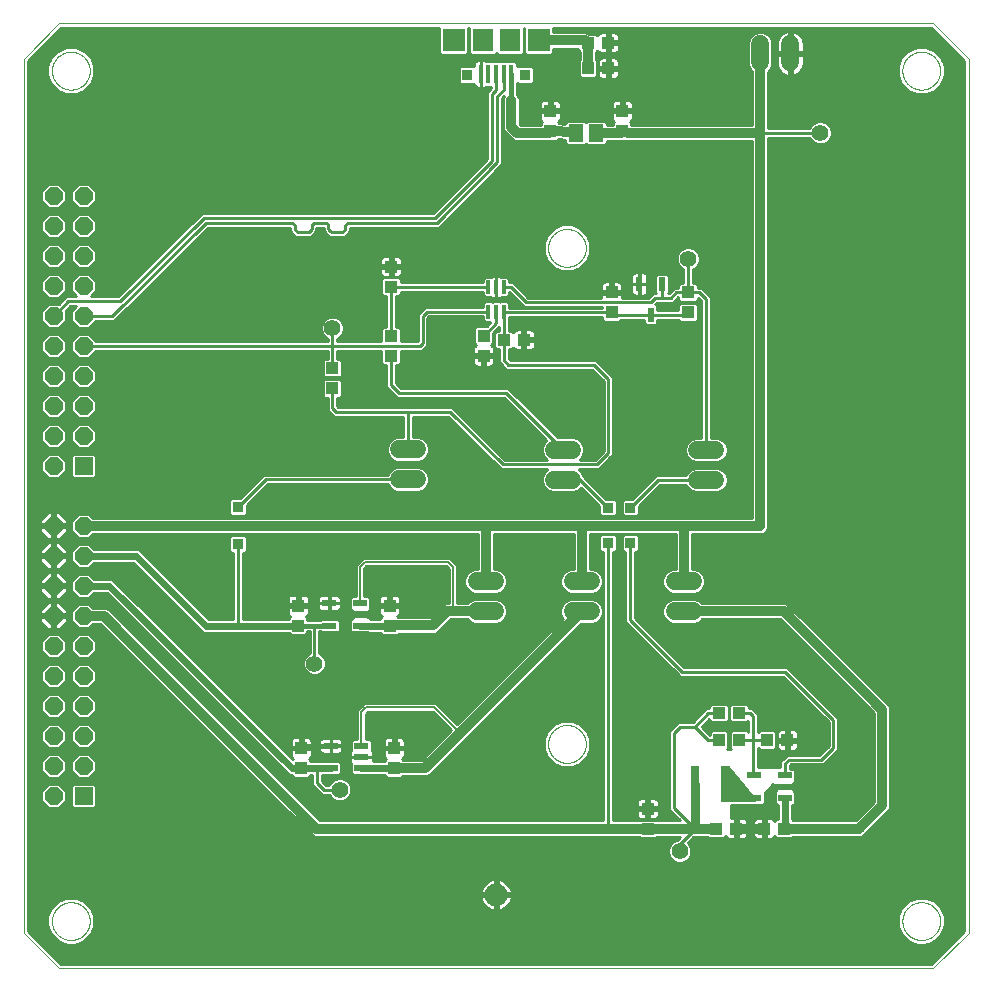
<source format=gtl>
G75*
%MOIN*%
%OFA0B0*%
%FSLAX25Y25*%
%IPPOS*%
%LPD*%
%AMOC8*
5,1,8,0,0,1.08239X$1,22.5*
%
%ADD10R,0.04724X0.02362*%
%ADD11R,0.02362X0.04724*%
%ADD12R,0.01400X0.04600*%
%ADD13C,0.07600*%
%ADD14R,0.03937X0.04331*%
%ADD15R,0.04331X0.03937*%
%ADD16R,0.03000X0.12000*%
%ADD17C,0.05512*%
%ADD18R,0.01575X0.06496*%
%ADD19R,0.03772X0.03772*%
%ADD20R,0.07087X0.07480*%
%ADD21R,0.07600X0.07600*%
%ADD22R,0.05118X0.05906*%
%ADD23C,0.06000*%
%ADD24C,0.00000*%
%ADD25OC8,0.06000*%
%ADD26R,0.06000X0.06000*%
%ADD27C,0.03200*%
%ADD28C,0.01000*%
%ADD29C,0.01600*%
%ADD30R,0.03562X0.03562*%
%ADD31C,0.02400*%
%ADD32C,0.03000*%
%ADD33C,0.02300*%
%ADD34C,0.00600*%
D10*
X0123382Y0083760D03*
X0123382Y0091240D03*
X0133618Y0091240D03*
X0133618Y0087500D03*
X0133618Y0083760D03*
X0133118Y0131260D03*
X0133118Y0135000D03*
X0133118Y0138740D03*
X0122882Y0138740D03*
X0122882Y0131260D03*
X0264582Y0081340D03*
X0264582Y0073860D03*
X0274818Y0073860D03*
X0274818Y0077600D03*
X0274818Y0081340D03*
D11*
X0230000Y0234882D03*
X0226260Y0245118D03*
X0233740Y0245118D03*
D12*
X0181100Y0244100D03*
X0178500Y0244100D03*
X0175900Y0244100D03*
X0175900Y0235900D03*
X0178500Y0235900D03*
X0181100Y0235900D03*
D13*
X0178500Y0041500D03*
D14*
X0144500Y0083754D03*
X0144500Y0090446D03*
X0113500Y0090446D03*
X0113500Y0083754D03*
X0112500Y0131254D03*
X0112500Y0137946D03*
X0143000Y0137946D03*
X0143000Y0131254D03*
X0174300Y0221254D03*
X0174300Y0227946D03*
X0217000Y0235654D03*
X0217000Y0242346D03*
X0220500Y0296154D03*
X0220500Y0302846D03*
X0215846Y0317000D03*
X0209154Y0317000D03*
X0196500Y0302846D03*
X0196500Y0296154D03*
X0252854Y0093100D03*
X0259546Y0093100D03*
X0268854Y0093100D03*
X0275546Y0093100D03*
D15*
X0259546Y0102100D03*
X0252854Y0102100D03*
X0229000Y0070246D03*
X0229000Y0063554D03*
X0251854Y0063600D03*
X0258546Y0063600D03*
X0267854Y0063600D03*
X0274546Y0063600D03*
X0123900Y0210354D03*
X0123900Y0217046D03*
X0143500Y0221154D03*
X0143500Y0227846D03*
X0143500Y0244254D03*
X0143500Y0250946D03*
X0181054Y0226500D03*
X0187746Y0226500D03*
X0242500Y0235654D03*
X0242500Y0242346D03*
X0215846Y0325500D03*
X0209154Y0325500D03*
D16*
X0244700Y0078600D03*
X0254700Y0078600D03*
D17*
X0239700Y0056100D03*
X0126400Y0076500D03*
X0117900Y0118600D03*
X0123900Y0230400D03*
X0242500Y0253500D03*
X0286500Y0295500D03*
D18*
X0183618Y0315130D03*
X0181059Y0315130D03*
X0178500Y0315130D03*
X0175941Y0315130D03*
X0173382Y0315130D03*
D19*
X0168953Y0314874D03*
X0188047Y0314874D03*
D20*
X0183028Y0326291D03*
X0173972Y0326291D03*
D21*
X0164327Y0326291D03*
X0192673Y0326291D03*
D22*
X0205154Y0295500D03*
X0211846Y0295500D03*
D23*
X0266500Y0319000D02*
X0266500Y0325000D01*
X0276500Y0325000D02*
X0276500Y0319000D01*
X0251600Y0189800D02*
X0245600Y0189800D01*
X0245600Y0179800D02*
X0251600Y0179800D01*
X0244000Y0146000D02*
X0238000Y0146000D01*
X0238000Y0136000D02*
X0244000Y0136000D01*
X0210000Y0136000D02*
X0204000Y0136000D01*
X0204000Y0146000D02*
X0210000Y0146000D01*
X0178000Y0146000D02*
X0172000Y0146000D01*
X0172000Y0136000D02*
X0178000Y0136000D01*
X0197800Y0179900D02*
X0203800Y0179900D01*
X0203800Y0189900D02*
X0197800Y0189900D01*
X0152100Y0190000D02*
X0146100Y0190000D01*
X0146100Y0180000D02*
X0152100Y0180000D01*
D24*
X0195803Y0257157D02*
X0195805Y0257315D01*
X0195811Y0257473D01*
X0195821Y0257631D01*
X0195835Y0257789D01*
X0195853Y0257946D01*
X0195874Y0258103D01*
X0195900Y0258259D01*
X0195930Y0258415D01*
X0195963Y0258570D01*
X0196001Y0258723D01*
X0196042Y0258876D01*
X0196087Y0259028D01*
X0196136Y0259179D01*
X0196189Y0259328D01*
X0196245Y0259476D01*
X0196305Y0259622D01*
X0196369Y0259767D01*
X0196437Y0259910D01*
X0196508Y0260052D01*
X0196582Y0260192D01*
X0196660Y0260329D01*
X0196742Y0260465D01*
X0196826Y0260599D01*
X0196915Y0260730D01*
X0197006Y0260859D01*
X0197101Y0260986D01*
X0197198Y0261111D01*
X0197299Y0261233D01*
X0197403Y0261352D01*
X0197510Y0261469D01*
X0197620Y0261583D01*
X0197733Y0261694D01*
X0197848Y0261803D01*
X0197966Y0261908D01*
X0198087Y0262010D01*
X0198210Y0262110D01*
X0198336Y0262206D01*
X0198464Y0262299D01*
X0198594Y0262389D01*
X0198727Y0262475D01*
X0198862Y0262559D01*
X0198998Y0262638D01*
X0199137Y0262715D01*
X0199278Y0262787D01*
X0199420Y0262857D01*
X0199564Y0262922D01*
X0199710Y0262984D01*
X0199857Y0263042D01*
X0200006Y0263097D01*
X0200156Y0263148D01*
X0200307Y0263195D01*
X0200459Y0263238D01*
X0200612Y0263277D01*
X0200767Y0263313D01*
X0200922Y0263344D01*
X0201078Y0263372D01*
X0201234Y0263396D01*
X0201391Y0263416D01*
X0201549Y0263432D01*
X0201706Y0263444D01*
X0201865Y0263452D01*
X0202023Y0263456D01*
X0202181Y0263456D01*
X0202339Y0263452D01*
X0202498Y0263444D01*
X0202655Y0263432D01*
X0202813Y0263416D01*
X0202970Y0263396D01*
X0203126Y0263372D01*
X0203282Y0263344D01*
X0203437Y0263313D01*
X0203592Y0263277D01*
X0203745Y0263238D01*
X0203897Y0263195D01*
X0204048Y0263148D01*
X0204198Y0263097D01*
X0204347Y0263042D01*
X0204494Y0262984D01*
X0204640Y0262922D01*
X0204784Y0262857D01*
X0204926Y0262787D01*
X0205067Y0262715D01*
X0205206Y0262638D01*
X0205342Y0262559D01*
X0205477Y0262475D01*
X0205610Y0262389D01*
X0205740Y0262299D01*
X0205868Y0262206D01*
X0205994Y0262110D01*
X0206117Y0262010D01*
X0206238Y0261908D01*
X0206356Y0261803D01*
X0206471Y0261694D01*
X0206584Y0261583D01*
X0206694Y0261469D01*
X0206801Y0261352D01*
X0206905Y0261233D01*
X0207006Y0261111D01*
X0207103Y0260986D01*
X0207198Y0260859D01*
X0207289Y0260730D01*
X0207378Y0260599D01*
X0207462Y0260465D01*
X0207544Y0260329D01*
X0207622Y0260192D01*
X0207696Y0260052D01*
X0207767Y0259910D01*
X0207835Y0259767D01*
X0207899Y0259622D01*
X0207959Y0259476D01*
X0208015Y0259328D01*
X0208068Y0259179D01*
X0208117Y0259028D01*
X0208162Y0258876D01*
X0208203Y0258723D01*
X0208241Y0258570D01*
X0208274Y0258415D01*
X0208304Y0258259D01*
X0208330Y0258103D01*
X0208351Y0257946D01*
X0208369Y0257789D01*
X0208383Y0257631D01*
X0208393Y0257473D01*
X0208399Y0257315D01*
X0208401Y0257157D01*
X0208399Y0256999D01*
X0208393Y0256841D01*
X0208383Y0256683D01*
X0208369Y0256525D01*
X0208351Y0256368D01*
X0208330Y0256211D01*
X0208304Y0256055D01*
X0208274Y0255899D01*
X0208241Y0255744D01*
X0208203Y0255591D01*
X0208162Y0255438D01*
X0208117Y0255286D01*
X0208068Y0255135D01*
X0208015Y0254986D01*
X0207959Y0254838D01*
X0207899Y0254692D01*
X0207835Y0254547D01*
X0207767Y0254404D01*
X0207696Y0254262D01*
X0207622Y0254122D01*
X0207544Y0253985D01*
X0207462Y0253849D01*
X0207378Y0253715D01*
X0207289Y0253584D01*
X0207198Y0253455D01*
X0207103Y0253328D01*
X0207006Y0253203D01*
X0206905Y0253081D01*
X0206801Y0252962D01*
X0206694Y0252845D01*
X0206584Y0252731D01*
X0206471Y0252620D01*
X0206356Y0252511D01*
X0206238Y0252406D01*
X0206117Y0252304D01*
X0205994Y0252204D01*
X0205868Y0252108D01*
X0205740Y0252015D01*
X0205610Y0251925D01*
X0205477Y0251839D01*
X0205342Y0251755D01*
X0205206Y0251676D01*
X0205067Y0251599D01*
X0204926Y0251527D01*
X0204784Y0251457D01*
X0204640Y0251392D01*
X0204494Y0251330D01*
X0204347Y0251272D01*
X0204198Y0251217D01*
X0204048Y0251166D01*
X0203897Y0251119D01*
X0203745Y0251076D01*
X0203592Y0251037D01*
X0203437Y0251001D01*
X0203282Y0250970D01*
X0203126Y0250942D01*
X0202970Y0250918D01*
X0202813Y0250898D01*
X0202655Y0250882D01*
X0202498Y0250870D01*
X0202339Y0250862D01*
X0202181Y0250858D01*
X0202023Y0250858D01*
X0201865Y0250862D01*
X0201706Y0250870D01*
X0201549Y0250882D01*
X0201391Y0250898D01*
X0201234Y0250918D01*
X0201078Y0250942D01*
X0200922Y0250970D01*
X0200767Y0251001D01*
X0200612Y0251037D01*
X0200459Y0251076D01*
X0200307Y0251119D01*
X0200156Y0251166D01*
X0200006Y0251217D01*
X0199857Y0251272D01*
X0199710Y0251330D01*
X0199564Y0251392D01*
X0199420Y0251457D01*
X0199278Y0251527D01*
X0199137Y0251599D01*
X0198998Y0251676D01*
X0198862Y0251755D01*
X0198727Y0251839D01*
X0198594Y0251925D01*
X0198464Y0252015D01*
X0198336Y0252108D01*
X0198210Y0252204D01*
X0198087Y0252304D01*
X0197966Y0252406D01*
X0197848Y0252511D01*
X0197733Y0252620D01*
X0197620Y0252731D01*
X0197510Y0252845D01*
X0197403Y0252962D01*
X0197299Y0253081D01*
X0197198Y0253203D01*
X0197101Y0253328D01*
X0197006Y0253455D01*
X0196915Y0253584D01*
X0196826Y0253715D01*
X0196742Y0253849D01*
X0196660Y0253985D01*
X0196582Y0254122D01*
X0196508Y0254262D01*
X0196437Y0254404D01*
X0196369Y0254547D01*
X0196305Y0254692D01*
X0196245Y0254838D01*
X0196189Y0254986D01*
X0196136Y0255135D01*
X0196087Y0255286D01*
X0196042Y0255438D01*
X0196001Y0255591D01*
X0195963Y0255744D01*
X0195930Y0255899D01*
X0195900Y0256055D01*
X0195874Y0256211D01*
X0195853Y0256368D01*
X0195835Y0256525D01*
X0195821Y0256683D01*
X0195811Y0256841D01*
X0195805Y0256999D01*
X0195803Y0257157D01*
X0313914Y0316213D02*
X0313916Y0316371D01*
X0313922Y0316529D01*
X0313932Y0316687D01*
X0313946Y0316845D01*
X0313964Y0317002D01*
X0313985Y0317159D01*
X0314011Y0317315D01*
X0314041Y0317471D01*
X0314074Y0317626D01*
X0314112Y0317779D01*
X0314153Y0317932D01*
X0314198Y0318084D01*
X0314247Y0318235D01*
X0314300Y0318384D01*
X0314356Y0318532D01*
X0314416Y0318678D01*
X0314480Y0318823D01*
X0314548Y0318966D01*
X0314619Y0319108D01*
X0314693Y0319248D01*
X0314771Y0319385D01*
X0314853Y0319521D01*
X0314937Y0319655D01*
X0315026Y0319786D01*
X0315117Y0319915D01*
X0315212Y0320042D01*
X0315309Y0320167D01*
X0315410Y0320289D01*
X0315514Y0320408D01*
X0315621Y0320525D01*
X0315731Y0320639D01*
X0315844Y0320750D01*
X0315959Y0320859D01*
X0316077Y0320964D01*
X0316198Y0321066D01*
X0316321Y0321166D01*
X0316447Y0321262D01*
X0316575Y0321355D01*
X0316705Y0321445D01*
X0316838Y0321531D01*
X0316973Y0321615D01*
X0317109Y0321694D01*
X0317248Y0321771D01*
X0317389Y0321843D01*
X0317531Y0321913D01*
X0317675Y0321978D01*
X0317821Y0322040D01*
X0317968Y0322098D01*
X0318117Y0322153D01*
X0318267Y0322204D01*
X0318418Y0322251D01*
X0318570Y0322294D01*
X0318723Y0322333D01*
X0318878Y0322369D01*
X0319033Y0322400D01*
X0319189Y0322428D01*
X0319345Y0322452D01*
X0319502Y0322472D01*
X0319660Y0322488D01*
X0319817Y0322500D01*
X0319976Y0322508D01*
X0320134Y0322512D01*
X0320292Y0322512D01*
X0320450Y0322508D01*
X0320609Y0322500D01*
X0320766Y0322488D01*
X0320924Y0322472D01*
X0321081Y0322452D01*
X0321237Y0322428D01*
X0321393Y0322400D01*
X0321548Y0322369D01*
X0321703Y0322333D01*
X0321856Y0322294D01*
X0322008Y0322251D01*
X0322159Y0322204D01*
X0322309Y0322153D01*
X0322458Y0322098D01*
X0322605Y0322040D01*
X0322751Y0321978D01*
X0322895Y0321913D01*
X0323037Y0321843D01*
X0323178Y0321771D01*
X0323317Y0321694D01*
X0323453Y0321615D01*
X0323588Y0321531D01*
X0323721Y0321445D01*
X0323851Y0321355D01*
X0323979Y0321262D01*
X0324105Y0321166D01*
X0324228Y0321066D01*
X0324349Y0320964D01*
X0324467Y0320859D01*
X0324582Y0320750D01*
X0324695Y0320639D01*
X0324805Y0320525D01*
X0324912Y0320408D01*
X0325016Y0320289D01*
X0325117Y0320167D01*
X0325214Y0320042D01*
X0325309Y0319915D01*
X0325400Y0319786D01*
X0325489Y0319655D01*
X0325573Y0319521D01*
X0325655Y0319385D01*
X0325733Y0319248D01*
X0325807Y0319108D01*
X0325878Y0318966D01*
X0325946Y0318823D01*
X0326010Y0318678D01*
X0326070Y0318532D01*
X0326126Y0318384D01*
X0326179Y0318235D01*
X0326228Y0318084D01*
X0326273Y0317932D01*
X0326314Y0317779D01*
X0326352Y0317626D01*
X0326385Y0317471D01*
X0326415Y0317315D01*
X0326441Y0317159D01*
X0326462Y0317002D01*
X0326480Y0316845D01*
X0326494Y0316687D01*
X0326504Y0316529D01*
X0326510Y0316371D01*
X0326512Y0316213D01*
X0326510Y0316055D01*
X0326504Y0315897D01*
X0326494Y0315739D01*
X0326480Y0315581D01*
X0326462Y0315424D01*
X0326441Y0315267D01*
X0326415Y0315111D01*
X0326385Y0314955D01*
X0326352Y0314800D01*
X0326314Y0314647D01*
X0326273Y0314494D01*
X0326228Y0314342D01*
X0326179Y0314191D01*
X0326126Y0314042D01*
X0326070Y0313894D01*
X0326010Y0313748D01*
X0325946Y0313603D01*
X0325878Y0313460D01*
X0325807Y0313318D01*
X0325733Y0313178D01*
X0325655Y0313041D01*
X0325573Y0312905D01*
X0325489Y0312771D01*
X0325400Y0312640D01*
X0325309Y0312511D01*
X0325214Y0312384D01*
X0325117Y0312259D01*
X0325016Y0312137D01*
X0324912Y0312018D01*
X0324805Y0311901D01*
X0324695Y0311787D01*
X0324582Y0311676D01*
X0324467Y0311567D01*
X0324349Y0311462D01*
X0324228Y0311360D01*
X0324105Y0311260D01*
X0323979Y0311164D01*
X0323851Y0311071D01*
X0323721Y0310981D01*
X0323588Y0310895D01*
X0323453Y0310811D01*
X0323317Y0310732D01*
X0323178Y0310655D01*
X0323037Y0310583D01*
X0322895Y0310513D01*
X0322751Y0310448D01*
X0322605Y0310386D01*
X0322458Y0310328D01*
X0322309Y0310273D01*
X0322159Y0310222D01*
X0322008Y0310175D01*
X0321856Y0310132D01*
X0321703Y0310093D01*
X0321548Y0310057D01*
X0321393Y0310026D01*
X0321237Y0309998D01*
X0321081Y0309974D01*
X0320924Y0309954D01*
X0320766Y0309938D01*
X0320609Y0309926D01*
X0320450Y0309918D01*
X0320292Y0309914D01*
X0320134Y0309914D01*
X0319976Y0309918D01*
X0319817Y0309926D01*
X0319660Y0309938D01*
X0319502Y0309954D01*
X0319345Y0309974D01*
X0319189Y0309998D01*
X0319033Y0310026D01*
X0318878Y0310057D01*
X0318723Y0310093D01*
X0318570Y0310132D01*
X0318418Y0310175D01*
X0318267Y0310222D01*
X0318117Y0310273D01*
X0317968Y0310328D01*
X0317821Y0310386D01*
X0317675Y0310448D01*
X0317531Y0310513D01*
X0317389Y0310583D01*
X0317248Y0310655D01*
X0317109Y0310732D01*
X0316973Y0310811D01*
X0316838Y0310895D01*
X0316705Y0310981D01*
X0316575Y0311071D01*
X0316447Y0311164D01*
X0316321Y0311260D01*
X0316198Y0311360D01*
X0316077Y0311462D01*
X0315959Y0311567D01*
X0315844Y0311676D01*
X0315731Y0311787D01*
X0315621Y0311901D01*
X0315514Y0312018D01*
X0315410Y0312137D01*
X0315309Y0312259D01*
X0315212Y0312384D01*
X0315117Y0312511D01*
X0315026Y0312640D01*
X0314937Y0312771D01*
X0314853Y0312905D01*
X0314771Y0313041D01*
X0314693Y0313178D01*
X0314619Y0313318D01*
X0314548Y0313460D01*
X0314480Y0313603D01*
X0314416Y0313748D01*
X0314356Y0313894D01*
X0314300Y0314042D01*
X0314247Y0314191D01*
X0314198Y0314342D01*
X0314153Y0314494D01*
X0314112Y0314647D01*
X0314074Y0314800D01*
X0314041Y0314955D01*
X0314011Y0315111D01*
X0313985Y0315267D01*
X0313964Y0315424D01*
X0313946Y0315581D01*
X0313932Y0315739D01*
X0313922Y0315897D01*
X0313916Y0316055D01*
X0313914Y0316213D01*
X0324150Y0331961D02*
X0335961Y0320150D01*
X0335961Y0028811D01*
X0324150Y0017000D01*
X0032811Y0017000D01*
X0021000Y0028811D01*
X0021000Y0320150D01*
X0032811Y0331961D01*
X0324150Y0331961D01*
X0195803Y0091803D02*
X0195805Y0091961D01*
X0195811Y0092119D01*
X0195821Y0092277D01*
X0195835Y0092435D01*
X0195853Y0092592D01*
X0195874Y0092749D01*
X0195900Y0092905D01*
X0195930Y0093061D01*
X0195963Y0093216D01*
X0196001Y0093369D01*
X0196042Y0093522D01*
X0196087Y0093674D01*
X0196136Y0093825D01*
X0196189Y0093974D01*
X0196245Y0094122D01*
X0196305Y0094268D01*
X0196369Y0094413D01*
X0196437Y0094556D01*
X0196508Y0094698D01*
X0196582Y0094838D01*
X0196660Y0094975D01*
X0196742Y0095111D01*
X0196826Y0095245D01*
X0196915Y0095376D01*
X0197006Y0095505D01*
X0197101Y0095632D01*
X0197198Y0095757D01*
X0197299Y0095879D01*
X0197403Y0095998D01*
X0197510Y0096115D01*
X0197620Y0096229D01*
X0197733Y0096340D01*
X0197848Y0096449D01*
X0197966Y0096554D01*
X0198087Y0096656D01*
X0198210Y0096756D01*
X0198336Y0096852D01*
X0198464Y0096945D01*
X0198594Y0097035D01*
X0198727Y0097121D01*
X0198862Y0097205D01*
X0198998Y0097284D01*
X0199137Y0097361D01*
X0199278Y0097433D01*
X0199420Y0097503D01*
X0199564Y0097568D01*
X0199710Y0097630D01*
X0199857Y0097688D01*
X0200006Y0097743D01*
X0200156Y0097794D01*
X0200307Y0097841D01*
X0200459Y0097884D01*
X0200612Y0097923D01*
X0200767Y0097959D01*
X0200922Y0097990D01*
X0201078Y0098018D01*
X0201234Y0098042D01*
X0201391Y0098062D01*
X0201549Y0098078D01*
X0201706Y0098090D01*
X0201865Y0098098D01*
X0202023Y0098102D01*
X0202181Y0098102D01*
X0202339Y0098098D01*
X0202498Y0098090D01*
X0202655Y0098078D01*
X0202813Y0098062D01*
X0202970Y0098042D01*
X0203126Y0098018D01*
X0203282Y0097990D01*
X0203437Y0097959D01*
X0203592Y0097923D01*
X0203745Y0097884D01*
X0203897Y0097841D01*
X0204048Y0097794D01*
X0204198Y0097743D01*
X0204347Y0097688D01*
X0204494Y0097630D01*
X0204640Y0097568D01*
X0204784Y0097503D01*
X0204926Y0097433D01*
X0205067Y0097361D01*
X0205206Y0097284D01*
X0205342Y0097205D01*
X0205477Y0097121D01*
X0205610Y0097035D01*
X0205740Y0096945D01*
X0205868Y0096852D01*
X0205994Y0096756D01*
X0206117Y0096656D01*
X0206238Y0096554D01*
X0206356Y0096449D01*
X0206471Y0096340D01*
X0206584Y0096229D01*
X0206694Y0096115D01*
X0206801Y0095998D01*
X0206905Y0095879D01*
X0207006Y0095757D01*
X0207103Y0095632D01*
X0207198Y0095505D01*
X0207289Y0095376D01*
X0207378Y0095245D01*
X0207462Y0095111D01*
X0207544Y0094975D01*
X0207622Y0094838D01*
X0207696Y0094698D01*
X0207767Y0094556D01*
X0207835Y0094413D01*
X0207899Y0094268D01*
X0207959Y0094122D01*
X0208015Y0093974D01*
X0208068Y0093825D01*
X0208117Y0093674D01*
X0208162Y0093522D01*
X0208203Y0093369D01*
X0208241Y0093216D01*
X0208274Y0093061D01*
X0208304Y0092905D01*
X0208330Y0092749D01*
X0208351Y0092592D01*
X0208369Y0092435D01*
X0208383Y0092277D01*
X0208393Y0092119D01*
X0208399Y0091961D01*
X0208401Y0091803D01*
X0208399Y0091645D01*
X0208393Y0091487D01*
X0208383Y0091329D01*
X0208369Y0091171D01*
X0208351Y0091014D01*
X0208330Y0090857D01*
X0208304Y0090701D01*
X0208274Y0090545D01*
X0208241Y0090390D01*
X0208203Y0090237D01*
X0208162Y0090084D01*
X0208117Y0089932D01*
X0208068Y0089781D01*
X0208015Y0089632D01*
X0207959Y0089484D01*
X0207899Y0089338D01*
X0207835Y0089193D01*
X0207767Y0089050D01*
X0207696Y0088908D01*
X0207622Y0088768D01*
X0207544Y0088631D01*
X0207462Y0088495D01*
X0207378Y0088361D01*
X0207289Y0088230D01*
X0207198Y0088101D01*
X0207103Y0087974D01*
X0207006Y0087849D01*
X0206905Y0087727D01*
X0206801Y0087608D01*
X0206694Y0087491D01*
X0206584Y0087377D01*
X0206471Y0087266D01*
X0206356Y0087157D01*
X0206238Y0087052D01*
X0206117Y0086950D01*
X0205994Y0086850D01*
X0205868Y0086754D01*
X0205740Y0086661D01*
X0205610Y0086571D01*
X0205477Y0086485D01*
X0205342Y0086401D01*
X0205206Y0086322D01*
X0205067Y0086245D01*
X0204926Y0086173D01*
X0204784Y0086103D01*
X0204640Y0086038D01*
X0204494Y0085976D01*
X0204347Y0085918D01*
X0204198Y0085863D01*
X0204048Y0085812D01*
X0203897Y0085765D01*
X0203745Y0085722D01*
X0203592Y0085683D01*
X0203437Y0085647D01*
X0203282Y0085616D01*
X0203126Y0085588D01*
X0202970Y0085564D01*
X0202813Y0085544D01*
X0202655Y0085528D01*
X0202498Y0085516D01*
X0202339Y0085508D01*
X0202181Y0085504D01*
X0202023Y0085504D01*
X0201865Y0085508D01*
X0201706Y0085516D01*
X0201549Y0085528D01*
X0201391Y0085544D01*
X0201234Y0085564D01*
X0201078Y0085588D01*
X0200922Y0085616D01*
X0200767Y0085647D01*
X0200612Y0085683D01*
X0200459Y0085722D01*
X0200307Y0085765D01*
X0200156Y0085812D01*
X0200006Y0085863D01*
X0199857Y0085918D01*
X0199710Y0085976D01*
X0199564Y0086038D01*
X0199420Y0086103D01*
X0199278Y0086173D01*
X0199137Y0086245D01*
X0198998Y0086322D01*
X0198862Y0086401D01*
X0198727Y0086485D01*
X0198594Y0086571D01*
X0198464Y0086661D01*
X0198336Y0086754D01*
X0198210Y0086850D01*
X0198087Y0086950D01*
X0197966Y0087052D01*
X0197848Y0087157D01*
X0197733Y0087266D01*
X0197620Y0087377D01*
X0197510Y0087491D01*
X0197403Y0087608D01*
X0197299Y0087727D01*
X0197198Y0087849D01*
X0197101Y0087974D01*
X0197006Y0088101D01*
X0196915Y0088230D01*
X0196826Y0088361D01*
X0196742Y0088495D01*
X0196660Y0088631D01*
X0196582Y0088768D01*
X0196508Y0088908D01*
X0196437Y0089050D01*
X0196369Y0089193D01*
X0196305Y0089338D01*
X0196245Y0089484D01*
X0196189Y0089632D01*
X0196136Y0089781D01*
X0196087Y0089932D01*
X0196042Y0090084D01*
X0196001Y0090237D01*
X0195963Y0090390D01*
X0195930Y0090545D01*
X0195900Y0090701D01*
X0195874Y0090857D01*
X0195853Y0091014D01*
X0195835Y0091171D01*
X0195821Y0091329D01*
X0195811Y0091487D01*
X0195805Y0091645D01*
X0195803Y0091803D01*
X0313914Y0032748D02*
X0313916Y0032906D01*
X0313922Y0033064D01*
X0313932Y0033222D01*
X0313946Y0033380D01*
X0313964Y0033537D01*
X0313985Y0033694D01*
X0314011Y0033850D01*
X0314041Y0034006D01*
X0314074Y0034161D01*
X0314112Y0034314D01*
X0314153Y0034467D01*
X0314198Y0034619D01*
X0314247Y0034770D01*
X0314300Y0034919D01*
X0314356Y0035067D01*
X0314416Y0035213D01*
X0314480Y0035358D01*
X0314548Y0035501D01*
X0314619Y0035643D01*
X0314693Y0035783D01*
X0314771Y0035920D01*
X0314853Y0036056D01*
X0314937Y0036190D01*
X0315026Y0036321D01*
X0315117Y0036450D01*
X0315212Y0036577D01*
X0315309Y0036702D01*
X0315410Y0036824D01*
X0315514Y0036943D01*
X0315621Y0037060D01*
X0315731Y0037174D01*
X0315844Y0037285D01*
X0315959Y0037394D01*
X0316077Y0037499D01*
X0316198Y0037601D01*
X0316321Y0037701D01*
X0316447Y0037797D01*
X0316575Y0037890D01*
X0316705Y0037980D01*
X0316838Y0038066D01*
X0316973Y0038150D01*
X0317109Y0038229D01*
X0317248Y0038306D01*
X0317389Y0038378D01*
X0317531Y0038448D01*
X0317675Y0038513D01*
X0317821Y0038575D01*
X0317968Y0038633D01*
X0318117Y0038688D01*
X0318267Y0038739D01*
X0318418Y0038786D01*
X0318570Y0038829D01*
X0318723Y0038868D01*
X0318878Y0038904D01*
X0319033Y0038935D01*
X0319189Y0038963D01*
X0319345Y0038987D01*
X0319502Y0039007D01*
X0319660Y0039023D01*
X0319817Y0039035D01*
X0319976Y0039043D01*
X0320134Y0039047D01*
X0320292Y0039047D01*
X0320450Y0039043D01*
X0320609Y0039035D01*
X0320766Y0039023D01*
X0320924Y0039007D01*
X0321081Y0038987D01*
X0321237Y0038963D01*
X0321393Y0038935D01*
X0321548Y0038904D01*
X0321703Y0038868D01*
X0321856Y0038829D01*
X0322008Y0038786D01*
X0322159Y0038739D01*
X0322309Y0038688D01*
X0322458Y0038633D01*
X0322605Y0038575D01*
X0322751Y0038513D01*
X0322895Y0038448D01*
X0323037Y0038378D01*
X0323178Y0038306D01*
X0323317Y0038229D01*
X0323453Y0038150D01*
X0323588Y0038066D01*
X0323721Y0037980D01*
X0323851Y0037890D01*
X0323979Y0037797D01*
X0324105Y0037701D01*
X0324228Y0037601D01*
X0324349Y0037499D01*
X0324467Y0037394D01*
X0324582Y0037285D01*
X0324695Y0037174D01*
X0324805Y0037060D01*
X0324912Y0036943D01*
X0325016Y0036824D01*
X0325117Y0036702D01*
X0325214Y0036577D01*
X0325309Y0036450D01*
X0325400Y0036321D01*
X0325489Y0036190D01*
X0325573Y0036056D01*
X0325655Y0035920D01*
X0325733Y0035783D01*
X0325807Y0035643D01*
X0325878Y0035501D01*
X0325946Y0035358D01*
X0326010Y0035213D01*
X0326070Y0035067D01*
X0326126Y0034919D01*
X0326179Y0034770D01*
X0326228Y0034619D01*
X0326273Y0034467D01*
X0326314Y0034314D01*
X0326352Y0034161D01*
X0326385Y0034006D01*
X0326415Y0033850D01*
X0326441Y0033694D01*
X0326462Y0033537D01*
X0326480Y0033380D01*
X0326494Y0033222D01*
X0326504Y0033064D01*
X0326510Y0032906D01*
X0326512Y0032748D01*
X0326510Y0032590D01*
X0326504Y0032432D01*
X0326494Y0032274D01*
X0326480Y0032116D01*
X0326462Y0031959D01*
X0326441Y0031802D01*
X0326415Y0031646D01*
X0326385Y0031490D01*
X0326352Y0031335D01*
X0326314Y0031182D01*
X0326273Y0031029D01*
X0326228Y0030877D01*
X0326179Y0030726D01*
X0326126Y0030577D01*
X0326070Y0030429D01*
X0326010Y0030283D01*
X0325946Y0030138D01*
X0325878Y0029995D01*
X0325807Y0029853D01*
X0325733Y0029713D01*
X0325655Y0029576D01*
X0325573Y0029440D01*
X0325489Y0029306D01*
X0325400Y0029175D01*
X0325309Y0029046D01*
X0325214Y0028919D01*
X0325117Y0028794D01*
X0325016Y0028672D01*
X0324912Y0028553D01*
X0324805Y0028436D01*
X0324695Y0028322D01*
X0324582Y0028211D01*
X0324467Y0028102D01*
X0324349Y0027997D01*
X0324228Y0027895D01*
X0324105Y0027795D01*
X0323979Y0027699D01*
X0323851Y0027606D01*
X0323721Y0027516D01*
X0323588Y0027430D01*
X0323453Y0027346D01*
X0323317Y0027267D01*
X0323178Y0027190D01*
X0323037Y0027118D01*
X0322895Y0027048D01*
X0322751Y0026983D01*
X0322605Y0026921D01*
X0322458Y0026863D01*
X0322309Y0026808D01*
X0322159Y0026757D01*
X0322008Y0026710D01*
X0321856Y0026667D01*
X0321703Y0026628D01*
X0321548Y0026592D01*
X0321393Y0026561D01*
X0321237Y0026533D01*
X0321081Y0026509D01*
X0320924Y0026489D01*
X0320766Y0026473D01*
X0320609Y0026461D01*
X0320450Y0026453D01*
X0320292Y0026449D01*
X0320134Y0026449D01*
X0319976Y0026453D01*
X0319817Y0026461D01*
X0319660Y0026473D01*
X0319502Y0026489D01*
X0319345Y0026509D01*
X0319189Y0026533D01*
X0319033Y0026561D01*
X0318878Y0026592D01*
X0318723Y0026628D01*
X0318570Y0026667D01*
X0318418Y0026710D01*
X0318267Y0026757D01*
X0318117Y0026808D01*
X0317968Y0026863D01*
X0317821Y0026921D01*
X0317675Y0026983D01*
X0317531Y0027048D01*
X0317389Y0027118D01*
X0317248Y0027190D01*
X0317109Y0027267D01*
X0316973Y0027346D01*
X0316838Y0027430D01*
X0316705Y0027516D01*
X0316575Y0027606D01*
X0316447Y0027699D01*
X0316321Y0027795D01*
X0316198Y0027895D01*
X0316077Y0027997D01*
X0315959Y0028102D01*
X0315844Y0028211D01*
X0315731Y0028322D01*
X0315621Y0028436D01*
X0315514Y0028553D01*
X0315410Y0028672D01*
X0315309Y0028794D01*
X0315212Y0028919D01*
X0315117Y0029046D01*
X0315026Y0029175D01*
X0314937Y0029306D01*
X0314853Y0029440D01*
X0314771Y0029576D01*
X0314693Y0029713D01*
X0314619Y0029853D01*
X0314548Y0029995D01*
X0314480Y0030138D01*
X0314416Y0030283D01*
X0314356Y0030429D01*
X0314300Y0030577D01*
X0314247Y0030726D01*
X0314198Y0030877D01*
X0314153Y0031029D01*
X0314112Y0031182D01*
X0314074Y0031335D01*
X0314041Y0031490D01*
X0314011Y0031646D01*
X0313985Y0031802D01*
X0313964Y0031959D01*
X0313946Y0032116D01*
X0313932Y0032274D01*
X0313922Y0032432D01*
X0313916Y0032590D01*
X0313914Y0032748D01*
X0030449Y0032748D02*
X0030451Y0032906D01*
X0030457Y0033064D01*
X0030467Y0033222D01*
X0030481Y0033380D01*
X0030499Y0033537D01*
X0030520Y0033694D01*
X0030546Y0033850D01*
X0030576Y0034006D01*
X0030609Y0034161D01*
X0030647Y0034314D01*
X0030688Y0034467D01*
X0030733Y0034619D01*
X0030782Y0034770D01*
X0030835Y0034919D01*
X0030891Y0035067D01*
X0030951Y0035213D01*
X0031015Y0035358D01*
X0031083Y0035501D01*
X0031154Y0035643D01*
X0031228Y0035783D01*
X0031306Y0035920D01*
X0031388Y0036056D01*
X0031472Y0036190D01*
X0031561Y0036321D01*
X0031652Y0036450D01*
X0031747Y0036577D01*
X0031844Y0036702D01*
X0031945Y0036824D01*
X0032049Y0036943D01*
X0032156Y0037060D01*
X0032266Y0037174D01*
X0032379Y0037285D01*
X0032494Y0037394D01*
X0032612Y0037499D01*
X0032733Y0037601D01*
X0032856Y0037701D01*
X0032982Y0037797D01*
X0033110Y0037890D01*
X0033240Y0037980D01*
X0033373Y0038066D01*
X0033508Y0038150D01*
X0033644Y0038229D01*
X0033783Y0038306D01*
X0033924Y0038378D01*
X0034066Y0038448D01*
X0034210Y0038513D01*
X0034356Y0038575D01*
X0034503Y0038633D01*
X0034652Y0038688D01*
X0034802Y0038739D01*
X0034953Y0038786D01*
X0035105Y0038829D01*
X0035258Y0038868D01*
X0035413Y0038904D01*
X0035568Y0038935D01*
X0035724Y0038963D01*
X0035880Y0038987D01*
X0036037Y0039007D01*
X0036195Y0039023D01*
X0036352Y0039035D01*
X0036511Y0039043D01*
X0036669Y0039047D01*
X0036827Y0039047D01*
X0036985Y0039043D01*
X0037144Y0039035D01*
X0037301Y0039023D01*
X0037459Y0039007D01*
X0037616Y0038987D01*
X0037772Y0038963D01*
X0037928Y0038935D01*
X0038083Y0038904D01*
X0038238Y0038868D01*
X0038391Y0038829D01*
X0038543Y0038786D01*
X0038694Y0038739D01*
X0038844Y0038688D01*
X0038993Y0038633D01*
X0039140Y0038575D01*
X0039286Y0038513D01*
X0039430Y0038448D01*
X0039572Y0038378D01*
X0039713Y0038306D01*
X0039852Y0038229D01*
X0039988Y0038150D01*
X0040123Y0038066D01*
X0040256Y0037980D01*
X0040386Y0037890D01*
X0040514Y0037797D01*
X0040640Y0037701D01*
X0040763Y0037601D01*
X0040884Y0037499D01*
X0041002Y0037394D01*
X0041117Y0037285D01*
X0041230Y0037174D01*
X0041340Y0037060D01*
X0041447Y0036943D01*
X0041551Y0036824D01*
X0041652Y0036702D01*
X0041749Y0036577D01*
X0041844Y0036450D01*
X0041935Y0036321D01*
X0042024Y0036190D01*
X0042108Y0036056D01*
X0042190Y0035920D01*
X0042268Y0035783D01*
X0042342Y0035643D01*
X0042413Y0035501D01*
X0042481Y0035358D01*
X0042545Y0035213D01*
X0042605Y0035067D01*
X0042661Y0034919D01*
X0042714Y0034770D01*
X0042763Y0034619D01*
X0042808Y0034467D01*
X0042849Y0034314D01*
X0042887Y0034161D01*
X0042920Y0034006D01*
X0042950Y0033850D01*
X0042976Y0033694D01*
X0042997Y0033537D01*
X0043015Y0033380D01*
X0043029Y0033222D01*
X0043039Y0033064D01*
X0043045Y0032906D01*
X0043047Y0032748D01*
X0043045Y0032590D01*
X0043039Y0032432D01*
X0043029Y0032274D01*
X0043015Y0032116D01*
X0042997Y0031959D01*
X0042976Y0031802D01*
X0042950Y0031646D01*
X0042920Y0031490D01*
X0042887Y0031335D01*
X0042849Y0031182D01*
X0042808Y0031029D01*
X0042763Y0030877D01*
X0042714Y0030726D01*
X0042661Y0030577D01*
X0042605Y0030429D01*
X0042545Y0030283D01*
X0042481Y0030138D01*
X0042413Y0029995D01*
X0042342Y0029853D01*
X0042268Y0029713D01*
X0042190Y0029576D01*
X0042108Y0029440D01*
X0042024Y0029306D01*
X0041935Y0029175D01*
X0041844Y0029046D01*
X0041749Y0028919D01*
X0041652Y0028794D01*
X0041551Y0028672D01*
X0041447Y0028553D01*
X0041340Y0028436D01*
X0041230Y0028322D01*
X0041117Y0028211D01*
X0041002Y0028102D01*
X0040884Y0027997D01*
X0040763Y0027895D01*
X0040640Y0027795D01*
X0040514Y0027699D01*
X0040386Y0027606D01*
X0040256Y0027516D01*
X0040123Y0027430D01*
X0039988Y0027346D01*
X0039852Y0027267D01*
X0039713Y0027190D01*
X0039572Y0027118D01*
X0039430Y0027048D01*
X0039286Y0026983D01*
X0039140Y0026921D01*
X0038993Y0026863D01*
X0038844Y0026808D01*
X0038694Y0026757D01*
X0038543Y0026710D01*
X0038391Y0026667D01*
X0038238Y0026628D01*
X0038083Y0026592D01*
X0037928Y0026561D01*
X0037772Y0026533D01*
X0037616Y0026509D01*
X0037459Y0026489D01*
X0037301Y0026473D01*
X0037144Y0026461D01*
X0036985Y0026453D01*
X0036827Y0026449D01*
X0036669Y0026449D01*
X0036511Y0026453D01*
X0036352Y0026461D01*
X0036195Y0026473D01*
X0036037Y0026489D01*
X0035880Y0026509D01*
X0035724Y0026533D01*
X0035568Y0026561D01*
X0035413Y0026592D01*
X0035258Y0026628D01*
X0035105Y0026667D01*
X0034953Y0026710D01*
X0034802Y0026757D01*
X0034652Y0026808D01*
X0034503Y0026863D01*
X0034356Y0026921D01*
X0034210Y0026983D01*
X0034066Y0027048D01*
X0033924Y0027118D01*
X0033783Y0027190D01*
X0033644Y0027267D01*
X0033508Y0027346D01*
X0033373Y0027430D01*
X0033240Y0027516D01*
X0033110Y0027606D01*
X0032982Y0027699D01*
X0032856Y0027795D01*
X0032733Y0027895D01*
X0032612Y0027997D01*
X0032494Y0028102D01*
X0032379Y0028211D01*
X0032266Y0028322D01*
X0032156Y0028436D01*
X0032049Y0028553D01*
X0031945Y0028672D01*
X0031844Y0028794D01*
X0031747Y0028919D01*
X0031652Y0029046D01*
X0031561Y0029175D01*
X0031472Y0029306D01*
X0031388Y0029440D01*
X0031306Y0029576D01*
X0031228Y0029713D01*
X0031154Y0029853D01*
X0031083Y0029995D01*
X0031015Y0030138D01*
X0030951Y0030283D01*
X0030891Y0030429D01*
X0030835Y0030577D01*
X0030782Y0030726D01*
X0030733Y0030877D01*
X0030688Y0031029D01*
X0030647Y0031182D01*
X0030609Y0031335D01*
X0030576Y0031490D01*
X0030546Y0031646D01*
X0030520Y0031802D01*
X0030499Y0031959D01*
X0030481Y0032116D01*
X0030467Y0032274D01*
X0030457Y0032432D01*
X0030451Y0032590D01*
X0030449Y0032748D01*
X0030449Y0316213D02*
X0030451Y0316371D01*
X0030457Y0316529D01*
X0030467Y0316687D01*
X0030481Y0316845D01*
X0030499Y0317002D01*
X0030520Y0317159D01*
X0030546Y0317315D01*
X0030576Y0317471D01*
X0030609Y0317626D01*
X0030647Y0317779D01*
X0030688Y0317932D01*
X0030733Y0318084D01*
X0030782Y0318235D01*
X0030835Y0318384D01*
X0030891Y0318532D01*
X0030951Y0318678D01*
X0031015Y0318823D01*
X0031083Y0318966D01*
X0031154Y0319108D01*
X0031228Y0319248D01*
X0031306Y0319385D01*
X0031388Y0319521D01*
X0031472Y0319655D01*
X0031561Y0319786D01*
X0031652Y0319915D01*
X0031747Y0320042D01*
X0031844Y0320167D01*
X0031945Y0320289D01*
X0032049Y0320408D01*
X0032156Y0320525D01*
X0032266Y0320639D01*
X0032379Y0320750D01*
X0032494Y0320859D01*
X0032612Y0320964D01*
X0032733Y0321066D01*
X0032856Y0321166D01*
X0032982Y0321262D01*
X0033110Y0321355D01*
X0033240Y0321445D01*
X0033373Y0321531D01*
X0033508Y0321615D01*
X0033644Y0321694D01*
X0033783Y0321771D01*
X0033924Y0321843D01*
X0034066Y0321913D01*
X0034210Y0321978D01*
X0034356Y0322040D01*
X0034503Y0322098D01*
X0034652Y0322153D01*
X0034802Y0322204D01*
X0034953Y0322251D01*
X0035105Y0322294D01*
X0035258Y0322333D01*
X0035413Y0322369D01*
X0035568Y0322400D01*
X0035724Y0322428D01*
X0035880Y0322452D01*
X0036037Y0322472D01*
X0036195Y0322488D01*
X0036352Y0322500D01*
X0036511Y0322508D01*
X0036669Y0322512D01*
X0036827Y0322512D01*
X0036985Y0322508D01*
X0037144Y0322500D01*
X0037301Y0322488D01*
X0037459Y0322472D01*
X0037616Y0322452D01*
X0037772Y0322428D01*
X0037928Y0322400D01*
X0038083Y0322369D01*
X0038238Y0322333D01*
X0038391Y0322294D01*
X0038543Y0322251D01*
X0038694Y0322204D01*
X0038844Y0322153D01*
X0038993Y0322098D01*
X0039140Y0322040D01*
X0039286Y0321978D01*
X0039430Y0321913D01*
X0039572Y0321843D01*
X0039713Y0321771D01*
X0039852Y0321694D01*
X0039988Y0321615D01*
X0040123Y0321531D01*
X0040256Y0321445D01*
X0040386Y0321355D01*
X0040514Y0321262D01*
X0040640Y0321166D01*
X0040763Y0321066D01*
X0040884Y0320964D01*
X0041002Y0320859D01*
X0041117Y0320750D01*
X0041230Y0320639D01*
X0041340Y0320525D01*
X0041447Y0320408D01*
X0041551Y0320289D01*
X0041652Y0320167D01*
X0041749Y0320042D01*
X0041844Y0319915D01*
X0041935Y0319786D01*
X0042024Y0319655D01*
X0042108Y0319521D01*
X0042190Y0319385D01*
X0042268Y0319248D01*
X0042342Y0319108D01*
X0042413Y0318966D01*
X0042481Y0318823D01*
X0042545Y0318678D01*
X0042605Y0318532D01*
X0042661Y0318384D01*
X0042714Y0318235D01*
X0042763Y0318084D01*
X0042808Y0317932D01*
X0042849Y0317779D01*
X0042887Y0317626D01*
X0042920Y0317471D01*
X0042950Y0317315D01*
X0042976Y0317159D01*
X0042997Y0317002D01*
X0043015Y0316845D01*
X0043029Y0316687D01*
X0043039Y0316529D01*
X0043045Y0316371D01*
X0043047Y0316213D01*
X0043045Y0316055D01*
X0043039Y0315897D01*
X0043029Y0315739D01*
X0043015Y0315581D01*
X0042997Y0315424D01*
X0042976Y0315267D01*
X0042950Y0315111D01*
X0042920Y0314955D01*
X0042887Y0314800D01*
X0042849Y0314647D01*
X0042808Y0314494D01*
X0042763Y0314342D01*
X0042714Y0314191D01*
X0042661Y0314042D01*
X0042605Y0313894D01*
X0042545Y0313748D01*
X0042481Y0313603D01*
X0042413Y0313460D01*
X0042342Y0313318D01*
X0042268Y0313178D01*
X0042190Y0313041D01*
X0042108Y0312905D01*
X0042024Y0312771D01*
X0041935Y0312640D01*
X0041844Y0312511D01*
X0041749Y0312384D01*
X0041652Y0312259D01*
X0041551Y0312137D01*
X0041447Y0312018D01*
X0041340Y0311901D01*
X0041230Y0311787D01*
X0041117Y0311676D01*
X0041002Y0311567D01*
X0040884Y0311462D01*
X0040763Y0311360D01*
X0040640Y0311260D01*
X0040514Y0311164D01*
X0040386Y0311071D01*
X0040256Y0310981D01*
X0040123Y0310895D01*
X0039988Y0310811D01*
X0039852Y0310732D01*
X0039713Y0310655D01*
X0039572Y0310583D01*
X0039430Y0310513D01*
X0039286Y0310448D01*
X0039140Y0310386D01*
X0038993Y0310328D01*
X0038844Y0310273D01*
X0038694Y0310222D01*
X0038543Y0310175D01*
X0038391Y0310132D01*
X0038238Y0310093D01*
X0038083Y0310057D01*
X0037928Y0310026D01*
X0037772Y0309998D01*
X0037616Y0309974D01*
X0037459Y0309954D01*
X0037301Y0309938D01*
X0037144Y0309926D01*
X0036985Y0309918D01*
X0036827Y0309914D01*
X0036669Y0309914D01*
X0036511Y0309918D01*
X0036352Y0309926D01*
X0036195Y0309938D01*
X0036037Y0309954D01*
X0035880Y0309974D01*
X0035724Y0309998D01*
X0035568Y0310026D01*
X0035413Y0310057D01*
X0035258Y0310093D01*
X0035105Y0310132D01*
X0034953Y0310175D01*
X0034802Y0310222D01*
X0034652Y0310273D01*
X0034503Y0310328D01*
X0034356Y0310386D01*
X0034210Y0310448D01*
X0034066Y0310513D01*
X0033924Y0310583D01*
X0033783Y0310655D01*
X0033644Y0310732D01*
X0033508Y0310811D01*
X0033373Y0310895D01*
X0033240Y0310981D01*
X0033110Y0311071D01*
X0032982Y0311164D01*
X0032856Y0311260D01*
X0032733Y0311360D01*
X0032612Y0311462D01*
X0032494Y0311567D01*
X0032379Y0311676D01*
X0032266Y0311787D01*
X0032156Y0311901D01*
X0032049Y0312018D01*
X0031945Y0312137D01*
X0031844Y0312259D01*
X0031747Y0312384D01*
X0031652Y0312511D01*
X0031561Y0312640D01*
X0031472Y0312771D01*
X0031388Y0312905D01*
X0031306Y0313041D01*
X0031228Y0313178D01*
X0031154Y0313318D01*
X0031083Y0313460D01*
X0031015Y0313603D01*
X0030951Y0313748D01*
X0030891Y0313894D01*
X0030835Y0314042D01*
X0030782Y0314191D01*
X0030733Y0314342D01*
X0030688Y0314494D01*
X0030647Y0314647D01*
X0030609Y0314800D01*
X0030576Y0314955D01*
X0030546Y0315111D01*
X0030520Y0315267D01*
X0030499Y0315424D01*
X0030481Y0315581D01*
X0030467Y0315739D01*
X0030457Y0315897D01*
X0030451Y0316055D01*
X0030449Y0316213D01*
D25*
X0030961Y0274461D03*
X0040961Y0274461D03*
X0040961Y0264461D03*
X0040961Y0254461D03*
X0040961Y0244461D03*
X0040961Y0234461D03*
X0040961Y0224461D03*
X0040961Y0214461D03*
X0040961Y0204461D03*
X0040961Y0194461D03*
X0030961Y0194461D03*
X0030961Y0204461D03*
X0030961Y0214461D03*
X0030961Y0224461D03*
X0030961Y0234461D03*
X0030961Y0244461D03*
X0030961Y0254461D03*
X0030961Y0264461D03*
X0030961Y0184461D03*
X0030961Y0164461D03*
X0040961Y0164461D03*
X0040961Y0154461D03*
X0040961Y0144461D03*
X0040961Y0134461D03*
X0040961Y0124461D03*
X0040961Y0114461D03*
X0040961Y0104461D03*
X0040961Y0094461D03*
X0040961Y0084461D03*
X0030961Y0084461D03*
X0030961Y0094461D03*
X0030961Y0104461D03*
X0030961Y0114461D03*
X0030961Y0124461D03*
X0030961Y0134461D03*
X0030961Y0144461D03*
X0030961Y0154461D03*
X0030961Y0074461D03*
D26*
X0040961Y0074461D03*
X0040961Y0184461D03*
D27*
X0041000Y0164500D02*
X0040961Y0164461D01*
X0041000Y0164500D02*
X0174900Y0164500D01*
X0175000Y0164400D01*
X0175000Y0146000D01*
X0175000Y0136000D02*
X0164400Y0136000D01*
X0162200Y0136000D01*
X0157500Y0131300D01*
X0143046Y0131300D01*
X0143000Y0131254D01*
X0143260Y0131000D01*
X0166450Y0095450D02*
X0154758Y0083758D01*
X0152900Y0083758D01*
X0144500Y0083754D01*
X0166450Y0095450D02*
X0207000Y0136000D01*
X0207000Y0146000D02*
X0207000Y0164400D01*
X0207100Y0164500D01*
X0174900Y0164500D01*
X0207100Y0164500D02*
X0240900Y0164500D01*
X0241000Y0164400D01*
X0241000Y0146000D01*
X0241000Y0136000D02*
X0274400Y0136000D01*
X0307200Y0103200D01*
X0307200Y0071300D01*
X0299500Y0063600D01*
X0274546Y0063600D01*
X0267854Y0063600D02*
X0258546Y0063600D01*
X0251854Y0063600D02*
X0244700Y0063600D01*
X0223900Y0063600D01*
X0216200Y0063600D01*
X0118600Y0063600D01*
X0047700Y0134500D01*
X0041000Y0134500D01*
X0040961Y0134461D01*
X0185500Y0295500D02*
X0183618Y0297382D01*
X0183618Y0306382D01*
X0185500Y0295500D02*
X0196240Y0295500D01*
X0196500Y0296154D01*
X0204894Y0295760D01*
X0205154Y0295500D01*
X0211846Y0295500D02*
X0220240Y0295500D01*
X0220500Y0296154D01*
X0222500Y0295500D02*
X0266500Y0295500D01*
X0266500Y0322000D01*
X0266500Y0295500D02*
X0266500Y0164500D01*
X0240900Y0164500D01*
X0209154Y0317000D02*
X0209154Y0325500D01*
X0207969Y0326291D01*
X0192673Y0326291D01*
D28*
X0032691Y0025987D02*
X0025946Y0025987D01*
X0024947Y0026985D02*
X0031481Y0026985D01*
X0032330Y0026136D02*
X0030136Y0028330D01*
X0028949Y0031197D01*
X0028949Y0034299D01*
X0030136Y0037166D01*
X0032330Y0039360D01*
X0035197Y0040547D01*
X0038299Y0040547D01*
X0041166Y0039360D01*
X0043360Y0037166D01*
X0044547Y0034299D01*
X0044547Y0031197D01*
X0043360Y0028330D01*
X0041166Y0026136D01*
X0038299Y0024949D01*
X0035197Y0024949D01*
X0032330Y0026136D01*
X0030483Y0027984D02*
X0023949Y0027984D01*
X0022950Y0028982D02*
X0029866Y0028982D01*
X0029452Y0029981D02*
X0022500Y0029981D01*
X0022500Y0029432D02*
X0022500Y0319528D01*
X0033432Y0330461D01*
X0159427Y0330461D01*
X0159427Y0322036D01*
X0160071Y0321391D01*
X0168582Y0321391D01*
X0169227Y0322036D01*
X0169227Y0330461D01*
X0169329Y0330461D01*
X0169329Y0322096D01*
X0169973Y0321451D01*
X0177971Y0321451D01*
X0178500Y0321980D01*
X0179029Y0321451D01*
X0187027Y0321451D01*
X0187671Y0322096D01*
X0187671Y0330461D01*
X0187773Y0330461D01*
X0187773Y0322036D01*
X0188418Y0321391D01*
X0196929Y0321391D01*
X0197573Y0322036D01*
X0197573Y0323591D01*
X0205888Y0323591D01*
X0205888Y0323076D01*
X0206454Y0322510D01*
X0206454Y0319989D01*
X0206085Y0319621D01*
X0206085Y0314379D01*
X0206729Y0313735D01*
X0211578Y0313735D01*
X0212222Y0314379D01*
X0212222Y0319621D01*
X0211854Y0319989D01*
X0211854Y0322510D01*
X0212288Y0322945D01*
X0212481Y0322610D01*
X0212760Y0322331D01*
X0213102Y0322134D01*
X0213484Y0322031D01*
X0215362Y0322031D01*
X0215362Y0325016D01*
X0216331Y0325016D01*
X0216331Y0325984D01*
X0219512Y0325984D01*
X0219512Y0327666D01*
X0219410Y0328047D01*
X0219212Y0328390D01*
X0218933Y0328669D01*
X0218591Y0328866D01*
X0218209Y0328968D01*
X0216331Y0328968D01*
X0216331Y0325984D01*
X0215362Y0325984D01*
X0215362Y0328968D01*
X0213484Y0328968D01*
X0213102Y0328866D01*
X0212760Y0328669D01*
X0212481Y0328390D01*
X0212288Y0328055D01*
X0211775Y0328568D01*
X0209510Y0328568D01*
X0209498Y0328580D01*
X0209247Y0328684D01*
X0209021Y0328835D01*
X0208756Y0328888D01*
X0208506Y0328991D01*
X0208234Y0328991D01*
X0207968Y0329044D01*
X0207702Y0328991D01*
X0197573Y0328991D01*
X0197573Y0330461D01*
X0323528Y0330461D01*
X0334461Y0319528D01*
X0334461Y0029432D01*
X0323528Y0018500D01*
X0033432Y0018500D01*
X0022500Y0029432D01*
X0022500Y0030979D02*
X0029039Y0030979D01*
X0028949Y0031978D02*
X0022500Y0031978D01*
X0022500Y0032976D02*
X0028949Y0032976D01*
X0028949Y0033975D02*
X0022500Y0033975D01*
X0022500Y0034973D02*
X0029228Y0034973D01*
X0029642Y0035972D02*
X0022500Y0035972D01*
X0022500Y0036970D02*
X0030055Y0036970D01*
X0030939Y0037969D02*
X0022500Y0037969D01*
X0022500Y0038967D02*
X0031937Y0038967D01*
X0033793Y0039966D02*
X0022500Y0039966D01*
X0022500Y0040964D02*
X0173219Y0040964D01*
X0173211Y0041016D02*
X0173330Y0040259D01*
X0173588Y0039466D01*
X0173967Y0038722D01*
X0174457Y0038047D01*
X0175047Y0037457D01*
X0175722Y0036967D01*
X0176466Y0036588D01*
X0177259Y0036330D01*
X0178016Y0036211D01*
X0178016Y0041016D01*
X0178984Y0041016D01*
X0178984Y0036211D01*
X0179741Y0036330D01*
X0180534Y0036588D01*
X0181278Y0036967D01*
X0181953Y0037457D01*
X0182543Y0038047D01*
X0183033Y0038722D01*
X0183412Y0039466D01*
X0183669Y0040259D01*
X0183789Y0041016D01*
X0178984Y0041016D01*
X0178984Y0041984D01*
X0183789Y0041984D01*
X0183669Y0042741D01*
X0183412Y0043534D01*
X0183033Y0044278D01*
X0182543Y0044953D01*
X0181953Y0045543D01*
X0181278Y0046033D01*
X0180534Y0046412D01*
X0179741Y0046669D01*
X0178984Y0046789D01*
X0178984Y0041984D01*
X0178016Y0041984D01*
X0178016Y0041016D01*
X0173211Y0041016D01*
X0173211Y0041984D02*
X0178016Y0041984D01*
X0178016Y0046789D01*
X0177259Y0046669D01*
X0176466Y0046412D01*
X0175722Y0046033D01*
X0175047Y0045543D01*
X0174457Y0044953D01*
X0173967Y0044278D01*
X0173588Y0043534D01*
X0173330Y0042741D01*
X0173211Y0041984D01*
X0173402Y0042961D02*
X0022500Y0042961D01*
X0022500Y0041963D02*
X0178016Y0041963D01*
X0178984Y0041963D02*
X0334461Y0041963D01*
X0334461Y0042961D02*
X0183598Y0042961D01*
X0183195Y0043960D02*
X0334461Y0043960D01*
X0334461Y0044958D02*
X0182537Y0044958D01*
X0181383Y0045957D02*
X0334461Y0045957D01*
X0334461Y0046955D02*
X0022500Y0046955D01*
X0022500Y0045957D02*
X0175617Y0045957D01*
X0174463Y0044958D02*
X0022500Y0044958D01*
X0022500Y0043960D02*
X0173805Y0043960D01*
X0173426Y0039966D02*
X0039703Y0039966D01*
X0041559Y0038967D02*
X0173842Y0038967D01*
X0174536Y0037969D02*
X0042557Y0037969D01*
X0043441Y0036970D02*
X0175718Y0036970D01*
X0178016Y0036970D02*
X0178984Y0036970D01*
X0178984Y0037969D02*
X0178016Y0037969D01*
X0178016Y0038967D02*
X0178984Y0038967D01*
X0178984Y0039966D02*
X0178016Y0039966D01*
X0178016Y0040964D02*
X0178984Y0040964D01*
X0178984Y0042961D02*
X0178016Y0042961D01*
X0178016Y0043960D02*
X0178984Y0043960D01*
X0178984Y0044958D02*
X0178016Y0044958D01*
X0178016Y0045957D02*
X0178984Y0045957D01*
X0183781Y0040964D02*
X0334461Y0040964D01*
X0334461Y0039966D02*
X0323168Y0039966D01*
X0321764Y0040547D02*
X0318661Y0040547D01*
X0315795Y0039360D01*
X0313601Y0037166D01*
X0312413Y0034299D01*
X0312413Y0031197D01*
X0313601Y0028330D01*
X0315795Y0026136D01*
X0318661Y0024949D01*
X0321764Y0024949D01*
X0324630Y0026136D01*
X0326824Y0028330D01*
X0328012Y0031197D01*
X0328012Y0034299D01*
X0326824Y0037166D01*
X0324630Y0039360D01*
X0321764Y0040547D01*
X0325023Y0038967D02*
X0334461Y0038967D01*
X0334461Y0037969D02*
X0326022Y0037969D01*
X0326906Y0036970D02*
X0334461Y0036970D01*
X0334461Y0035972D02*
X0327319Y0035972D01*
X0327733Y0034973D02*
X0334461Y0034973D01*
X0334461Y0033975D02*
X0328012Y0033975D01*
X0328012Y0032976D02*
X0334461Y0032976D01*
X0334461Y0031978D02*
X0328012Y0031978D01*
X0327922Y0030979D02*
X0334461Y0030979D01*
X0334461Y0029981D02*
X0327508Y0029981D01*
X0327095Y0028982D02*
X0334010Y0028982D01*
X0333012Y0027984D02*
X0326478Y0027984D01*
X0325479Y0026985D02*
X0332013Y0026985D01*
X0331015Y0025987D02*
X0324269Y0025987D01*
X0321859Y0024988D02*
X0330016Y0024988D01*
X0329018Y0023990D02*
X0027943Y0023990D01*
X0026944Y0024988D02*
X0035102Y0024988D01*
X0038394Y0024988D02*
X0318566Y0024988D01*
X0316156Y0025987D02*
X0040805Y0025987D01*
X0042015Y0026985D02*
X0314946Y0026985D01*
X0313947Y0027984D02*
X0043013Y0027984D01*
X0043630Y0028982D02*
X0313331Y0028982D01*
X0312917Y0029981D02*
X0044044Y0029981D01*
X0044457Y0030979D02*
X0312503Y0030979D01*
X0312413Y0031978D02*
X0044547Y0031978D01*
X0044547Y0032976D02*
X0312413Y0032976D01*
X0312413Y0033975D02*
X0044547Y0033975D01*
X0044268Y0034973D02*
X0312692Y0034973D01*
X0313106Y0035972D02*
X0043855Y0035972D01*
X0029940Y0021993D02*
X0327021Y0021993D01*
X0328019Y0022991D02*
X0028941Y0022991D01*
X0030938Y0020994D02*
X0326022Y0020994D01*
X0325024Y0019996D02*
X0031937Y0019996D01*
X0032935Y0018997D02*
X0324025Y0018997D01*
X0313520Y0036970D02*
X0181282Y0036970D01*
X0182464Y0037969D02*
X0314404Y0037969D01*
X0315402Y0038967D02*
X0183158Y0038967D01*
X0183574Y0039966D02*
X0317257Y0039966D01*
X0334461Y0047954D02*
X0022500Y0047954D01*
X0022500Y0048952D02*
X0334461Y0048952D01*
X0334461Y0049951D02*
X0022500Y0049951D01*
X0022500Y0050949D02*
X0334461Y0050949D01*
X0334461Y0051948D02*
X0022500Y0051948D01*
X0022500Y0052946D02*
X0237401Y0052946D01*
X0237516Y0052831D02*
X0238933Y0052244D01*
X0240467Y0052244D01*
X0241884Y0052831D01*
X0242969Y0053916D01*
X0243556Y0055333D01*
X0243556Y0056867D01*
X0242969Y0058284D01*
X0242308Y0058945D01*
X0244263Y0060900D01*
X0248864Y0060900D01*
X0249233Y0060531D01*
X0254475Y0060531D01*
X0254988Y0061045D01*
X0255181Y0060710D01*
X0255460Y0060431D01*
X0255802Y0060234D01*
X0256184Y0060131D01*
X0258062Y0060131D01*
X0258062Y0063116D01*
X0259031Y0063116D01*
X0259031Y0064084D01*
X0262212Y0064084D01*
X0262212Y0065766D01*
X0262110Y0066147D01*
X0261912Y0066490D01*
X0261633Y0066769D01*
X0261291Y0066966D01*
X0260909Y0067068D01*
X0259031Y0067068D01*
X0259031Y0064084D01*
X0258062Y0064084D01*
X0258062Y0067068D01*
X0256700Y0067068D01*
X0256700Y0071544D01*
X0256765Y0071610D01*
X0261733Y0071610D01*
X0261764Y0071579D01*
X0267400Y0071579D01*
X0268044Y0072223D01*
X0268044Y0075497D01*
X0268027Y0075513D01*
X0270956Y0078442D01*
X0270956Y0077691D01*
X0274727Y0077691D01*
X0274727Y0077509D01*
X0270956Y0077509D01*
X0270956Y0076221D01*
X0271058Y0075840D01*
X0271256Y0075498D01*
X0271356Y0075398D01*
X0271356Y0072223D01*
X0272000Y0071579D01*
X0272518Y0071579D01*
X0272518Y0066668D01*
X0271925Y0066668D01*
X0271412Y0066155D01*
X0271219Y0066490D01*
X0270940Y0066769D01*
X0270598Y0066966D01*
X0270216Y0067068D01*
X0268338Y0067068D01*
X0268338Y0064084D01*
X0267369Y0064084D01*
X0267369Y0063116D01*
X0264188Y0063116D01*
X0264188Y0061434D01*
X0264290Y0061053D01*
X0264488Y0060710D01*
X0264767Y0060431D01*
X0265109Y0060234D01*
X0265491Y0060131D01*
X0267369Y0060131D01*
X0267369Y0063116D01*
X0268338Y0063116D01*
X0268338Y0060131D01*
X0270216Y0060131D01*
X0270598Y0060234D01*
X0270940Y0060431D01*
X0271219Y0060710D01*
X0271412Y0061045D01*
X0271925Y0060531D01*
X0277167Y0060531D01*
X0277536Y0060900D01*
X0300037Y0060900D01*
X0301029Y0061311D01*
X0301789Y0062071D01*
X0308729Y0069011D01*
X0308729Y0069011D01*
X0309489Y0069771D01*
X0309900Y0070763D01*
X0309900Y0103737D01*
X0309489Y0104729D01*
X0308729Y0105489D01*
X0275929Y0138289D01*
X0274937Y0138700D01*
X0247098Y0138700D01*
X0246322Y0139476D01*
X0244816Y0140100D01*
X0237184Y0140100D01*
X0235678Y0139476D01*
X0234524Y0138322D01*
X0233900Y0136816D01*
X0233900Y0135184D01*
X0234524Y0133678D01*
X0235678Y0132524D01*
X0237184Y0131900D01*
X0244816Y0131900D01*
X0246322Y0132524D01*
X0247098Y0133300D01*
X0273282Y0133300D01*
X0304500Y0102082D01*
X0304500Y0072418D01*
X0298382Y0066300D01*
X0277536Y0066300D01*
X0277167Y0066668D01*
X0277118Y0066668D01*
X0277118Y0071579D01*
X0277636Y0071579D01*
X0278280Y0072223D01*
X0278280Y0075398D01*
X0278381Y0075498D01*
X0278578Y0075840D01*
X0278680Y0076221D01*
X0278680Y0077509D01*
X0274909Y0077509D01*
X0274909Y0077691D01*
X0278680Y0077691D01*
X0278680Y0078979D01*
X0278578Y0079360D01*
X0278381Y0079702D01*
X0278280Y0079802D01*
X0278280Y0082977D01*
X0277636Y0083621D01*
X0276418Y0083621D01*
X0276418Y0084677D01*
X0276741Y0085000D01*
X0287563Y0085000D01*
X0288500Y0085937D01*
X0292500Y0089937D01*
X0292500Y0100363D01*
X0291563Y0101300D01*
X0275563Y0117300D01*
X0241263Y0117300D01*
X0224800Y0133763D01*
X0224800Y0155919D01*
X0225437Y0155919D01*
X0226081Y0156563D01*
X0226081Y0161037D01*
X0225437Y0161681D01*
X0220963Y0161681D01*
X0220319Y0161037D01*
X0220319Y0156563D01*
X0220963Y0155919D01*
X0221600Y0155919D01*
X0221600Y0132437D01*
X0239000Y0115037D01*
X0239937Y0114100D01*
X0274237Y0114100D01*
X0289300Y0099037D01*
X0289300Y0091263D01*
X0286237Y0088200D01*
X0275415Y0088200D01*
X0274478Y0087263D01*
X0274478Y0087263D01*
X0274155Y0086940D01*
X0273218Y0086003D01*
X0273218Y0084100D01*
X0265800Y0084100D01*
X0265800Y0090464D01*
X0266429Y0089835D01*
X0271278Y0089835D01*
X0271922Y0090479D01*
X0271922Y0095721D01*
X0271278Y0096365D01*
X0266429Y0096365D01*
X0265800Y0095736D01*
X0265800Y0101763D01*
X0264863Y0102700D01*
X0263863Y0103700D01*
X0262812Y0103700D01*
X0262812Y0104524D01*
X0262167Y0105168D01*
X0256925Y0105168D01*
X0256281Y0104524D01*
X0256281Y0099676D01*
X0256925Y0099031D01*
X0262167Y0099031D01*
X0262600Y0099464D01*
X0262600Y0095736D01*
X0261971Y0096365D01*
X0257122Y0096365D01*
X0256478Y0095721D01*
X0256478Y0090479D01*
X0256857Y0090100D01*
X0255543Y0090100D01*
X0255922Y0090479D01*
X0255922Y0095721D01*
X0255278Y0096365D01*
X0250429Y0096365D01*
X0249785Y0095721D01*
X0249785Y0094778D01*
X0246963Y0097600D01*
X0249588Y0100225D01*
X0249588Y0099676D01*
X0250233Y0099031D01*
X0255475Y0099031D01*
X0256119Y0099676D01*
X0256119Y0104524D01*
X0255475Y0105168D01*
X0250233Y0105168D01*
X0249588Y0104524D01*
X0249588Y0103700D01*
X0248537Y0103700D01*
X0247600Y0102763D01*
X0244037Y0099200D01*
X0239037Y0099200D01*
X0238100Y0098263D01*
X0236100Y0096263D01*
X0236100Y0069937D01*
X0239737Y0066300D01*
X0231943Y0066300D01*
X0231621Y0066622D01*
X0226379Y0066622D01*
X0226057Y0066300D01*
X0217400Y0066300D01*
X0217400Y0155919D01*
X0218037Y0155919D01*
X0218681Y0156563D01*
X0218681Y0161037D01*
X0218037Y0161681D01*
X0213563Y0161681D01*
X0212919Y0161037D01*
X0212919Y0156563D01*
X0213563Y0155919D01*
X0214200Y0155919D01*
X0214200Y0066300D01*
X0119718Y0066300D01*
X0049989Y0136029D01*
X0049229Y0136789D01*
X0048237Y0137200D01*
X0044020Y0137200D01*
X0042659Y0138561D01*
X0039262Y0138561D01*
X0036861Y0136159D01*
X0036861Y0132762D01*
X0039262Y0130361D01*
X0042659Y0130361D01*
X0044098Y0131800D01*
X0046582Y0131800D01*
X0117071Y0061311D01*
X0118063Y0060900D01*
X0225964Y0060900D01*
X0226379Y0060485D01*
X0231621Y0060485D01*
X0232036Y0060900D01*
X0239737Y0060900D01*
X0239037Y0060200D01*
X0238694Y0059857D01*
X0237516Y0059369D01*
X0236431Y0058284D01*
X0235844Y0056867D01*
X0235844Y0055333D01*
X0236431Y0053916D01*
X0237516Y0052831D01*
X0236419Y0053945D02*
X0022500Y0053945D01*
X0022500Y0054943D02*
X0236005Y0054943D01*
X0235844Y0055942D02*
X0022500Y0055942D01*
X0022500Y0056940D02*
X0235875Y0056940D01*
X0236288Y0057939D02*
X0022500Y0057939D01*
X0022500Y0058937D02*
X0237084Y0058937D01*
X0238773Y0059936D02*
X0022500Y0059936D01*
X0022500Y0060934D02*
X0117980Y0060934D01*
X0116449Y0061933D02*
X0022500Y0061933D01*
X0022500Y0062932D02*
X0115450Y0062932D01*
X0114452Y0063930D02*
X0022500Y0063930D01*
X0022500Y0064929D02*
X0113453Y0064929D01*
X0112455Y0065927D02*
X0022500Y0065927D01*
X0022500Y0066926D02*
X0111456Y0066926D01*
X0110458Y0067924D02*
X0022500Y0067924D01*
X0022500Y0068923D02*
X0109459Y0068923D01*
X0108461Y0069921D02*
X0022500Y0069921D01*
X0022500Y0070920D02*
X0028703Y0070920D01*
X0029262Y0070361D02*
X0032659Y0070361D01*
X0035061Y0072762D01*
X0035061Y0076159D01*
X0032659Y0078561D01*
X0029262Y0078561D01*
X0026861Y0076159D01*
X0026861Y0072762D01*
X0029262Y0070361D01*
X0027705Y0071918D02*
X0022500Y0071918D01*
X0022500Y0072917D02*
X0026861Y0072917D01*
X0026861Y0073915D02*
X0022500Y0073915D01*
X0022500Y0074914D02*
X0026861Y0074914D01*
X0026861Y0075912D02*
X0022500Y0075912D01*
X0022500Y0076911D02*
X0027612Y0076911D01*
X0028611Y0077909D02*
X0022500Y0077909D01*
X0022500Y0078908D02*
X0099474Y0078908D01*
X0098475Y0079906D02*
X0022500Y0079906D01*
X0022500Y0080905D02*
X0028718Y0080905D01*
X0029262Y0080361D02*
X0032659Y0080361D01*
X0035061Y0082762D01*
X0035061Y0086159D01*
X0032659Y0088561D01*
X0029262Y0088561D01*
X0026861Y0086159D01*
X0026861Y0082762D01*
X0029262Y0080361D01*
X0027720Y0081903D02*
X0022500Y0081903D01*
X0022500Y0082902D02*
X0026861Y0082902D01*
X0026861Y0083900D02*
X0022500Y0083900D01*
X0022500Y0084899D02*
X0026861Y0084899D01*
X0026861Y0085897D02*
X0022500Y0085897D01*
X0022500Y0086896D02*
X0027598Y0086896D01*
X0028596Y0087894D02*
X0022500Y0087894D01*
X0022500Y0088893D02*
X0089489Y0088893D01*
X0090487Y0087894D02*
X0043325Y0087894D01*
X0042659Y0088561D02*
X0045061Y0086159D01*
X0045061Y0082762D01*
X0042659Y0080361D01*
X0039262Y0080361D01*
X0036861Y0082762D01*
X0036861Y0086159D01*
X0039262Y0088561D01*
X0042659Y0088561D01*
X0042659Y0090361D02*
X0045061Y0092762D01*
X0045061Y0096159D01*
X0042659Y0098561D01*
X0039262Y0098561D01*
X0036861Y0096159D01*
X0036861Y0092762D01*
X0039262Y0090361D01*
X0042659Y0090361D01*
X0043188Y0090890D02*
X0087492Y0090890D01*
X0088490Y0089891D02*
X0022500Y0089891D01*
X0022500Y0090890D02*
X0028733Y0090890D01*
X0029262Y0090361D02*
X0032659Y0090361D01*
X0035061Y0092762D01*
X0035061Y0096159D01*
X0032659Y0098561D01*
X0029262Y0098561D01*
X0026861Y0096159D01*
X0026861Y0092762D01*
X0029262Y0090361D01*
X0027735Y0091888D02*
X0022500Y0091888D01*
X0022500Y0092887D02*
X0026861Y0092887D01*
X0026861Y0093885D02*
X0022500Y0093885D01*
X0022500Y0094884D02*
X0026861Y0094884D01*
X0026861Y0095882D02*
X0022500Y0095882D01*
X0022500Y0096881D02*
X0027583Y0096881D01*
X0028581Y0097879D02*
X0022500Y0097879D01*
X0022500Y0098878D02*
X0079504Y0098878D01*
X0080502Y0097879D02*
X0043340Y0097879D01*
X0044339Y0096881D02*
X0081501Y0096881D01*
X0082499Y0095882D02*
X0045061Y0095882D01*
X0045061Y0094884D02*
X0083498Y0094884D01*
X0084496Y0093885D02*
X0045061Y0093885D01*
X0045061Y0092887D02*
X0085495Y0092887D01*
X0086493Y0091888D02*
X0044187Y0091888D01*
X0044324Y0086896D02*
X0091486Y0086896D01*
X0092484Y0085897D02*
X0045061Y0085897D01*
X0045061Y0084899D02*
X0093483Y0084899D01*
X0094481Y0083900D02*
X0045061Y0083900D01*
X0045061Y0082902D02*
X0095480Y0082902D01*
X0096478Y0081903D02*
X0044202Y0081903D01*
X0043203Y0080905D02*
X0097477Y0080905D01*
X0100472Y0077909D02*
X0045061Y0077909D01*
X0045061Y0077916D02*
X0044416Y0078561D01*
X0037505Y0078561D01*
X0036861Y0077916D01*
X0036861Y0071005D01*
X0037505Y0070361D01*
X0044416Y0070361D01*
X0045061Y0071005D01*
X0045061Y0077916D01*
X0045061Y0076911D02*
X0101471Y0076911D01*
X0102469Y0075912D02*
X0045061Y0075912D01*
X0045061Y0074914D02*
X0103468Y0074914D01*
X0104466Y0073915D02*
X0045061Y0073915D01*
X0045061Y0072917D02*
X0105465Y0072917D01*
X0106463Y0071918D02*
X0045061Y0071918D01*
X0044975Y0070920D02*
X0107462Y0070920D01*
X0112103Y0073915D02*
X0123532Y0073915D01*
X0123131Y0074316D02*
X0124216Y0073231D01*
X0125633Y0072644D01*
X0127167Y0072644D01*
X0128584Y0073231D01*
X0129669Y0074316D01*
X0130256Y0075733D01*
X0130256Y0077267D01*
X0129669Y0078684D01*
X0128584Y0079769D01*
X0127167Y0080356D01*
X0125633Y0080356D01*
X0124216Y0079769D01*
X0123131Y0078684D01*
X0122889Y0078100D01*
X0121663Y0078100D01*
X0120400Y0079363D01*
X0120400Y0081458D01*
X0124336Y0081460D01*
X0124354Y0081479D01*
X0126200Y0081479D01*
X0126844Y0082123D01*
X0126844Y0085397D01*
X0126200Y0086041D01*
X0124353Y0086041D01*
X0124333Y0086060D01*
X0116568Y0086055D01*
X0116568Y0086375D01*
X0116055Y0086888D01*
X0116390Y0087081D01*
X0116669Y0087360D01*
X0116866Y0087702D01*
X0116968Y0088084D01*
X0116968Y0089962D01*
X0113984Y0089962D01*
X0113984Y0090931D01*
X0113016Y0090931D01*
X0113016Y0094112D01*
X0111334Y0094112D01*
X0110953Y0094010D01*
X0110610Y0093812D01*
X0110331Y0093533D01*
X0110134Y0093191D01*
X0110031Y0092809D01*
X0110031Y0090931D01*
X0113016Y0090931D01*
X0113016Y0089962D01*
X0110031Y0089962D01*
X0110031Y0088084D01*
X0110134Y0087702D01*
X0110331Y0087360D01*
X0110610Y0087081D01*
X0110945Y0086888D01*
X0110705Y0086648D01*
X0051900Y0145453D01*
X0050553Y0146800D01*
X0044420Y0146800D01*
X0042659Y0148561D01*
X0039262Y0148561D01*
X0036861Y0146159D01*
X0036861Y0142762D01*
X0039262Y0140361D01*
X0042659Y0140361D01*
X0044498Y0142200D01*
X0048647Y0142200D01*
X0109394Y0081454D01*
X0110431Y0081454D01*
X0110431Y0081133D01*
X0111076Y0080488D01*
X0115924Y0080488D01*
X0116568Y0081133D01*
X0116568Y0081455D01*
X0117200Y0081456D01*
X0117200Y0078037D01*
X0119400Y0075837D01*
X0120337Y0074900D01*
X0122889Y0074900D01*
X0123131Y0074316D01*
X0124975Y0072917D02*
X0113102Y0072917D01*
X0114100Y0071918D02*
X0214200Y0071918D01*
X0214200Y0070920D02*
X0115099Y0070920D01*
X0116097Y0069921D02*
X0214200Y0069921D01*
X0214200Y0068923D02*
X0117096Y0068923D01*
X0118094Y0067924D02*
X0214200Y0067924D01*
X0214200Y0066926D02*
X0119093Y0066926D01*
X0127825Y0072917D02*
X0214200Y0072917D01*
X0214200Y0073915D02*
X0129268Y0073915D01*
X0129917Y0074914D02*
X0214200Y0074914D01*
X0214200Y0075912D02*
X0130256Y0075912D01*
X0130256Y0076911D02*
X0214200Y0076911D01*
X0214200Y0077909D02*
X0129990Y0077909D01*
X0129445Y0078908D02*
X0214200Y0078908D01*
X0214200Y0079906D02*
X0128253Y0079906D01*
X0126624Y0081903D02*
X0130376Y0081903D01*
X0130156Y0082123D02*
X0130800Y0081479D01*
X0132646Y0081479D01*
X0132664Y0081460D01*
X0140150Y0081456D01*
X0141431Y0081455D01*
X0141431Y0081133D01*
X0142076Y0080488D01*
X0146924Y0080488D01*
X0147491Y0081055D01*
X0152898Y0081058D01*
X0155295Y0081058D01*
X0156288Y0081469D01*
X0157047Y0082229D01*
X0168739Y0093921D01*
X0206718Y0131900D01*
X0210816Y0131900D01*
X0212322Y0132524D01*
X0213476Y0133678D01*
X0214100Y0135184D01*
X0214100Y0136816D01*
X0213476Y0138322D01*
X0212322Y0139476D01*
X0210816Y0140100D01*
X0203184Y0140100D01*
X0201678Y0139476D01*
X0200524Y0138322D01*
X0199900Y0136816D01*
X0199900Y0135184D01*
X0200524Y0133678D01*
X0200692Y0133510D01*
X0165531Y0098349D01*
X0158480Y0105400D01*
X0134620Y0105400D01*
X0133800Y0104580D01*
X0132218Y0102998D01*
X0132218Y0093521D01*
X0130800Y0093521D01*
X0130156Y0092877D01*
X0130156Y0089702D01*
X0130056Y0089602D01*
X0129858Y0089260D01*
X0129756Y0088879D01*
X0129756Y0087591D01*
X0133527Y0087591D01*
X0133527Y0087409D01*
X0129756Y0087409D01*
X0129756Y0086121D01*
X0129858Y0085740D01*
X0130056Y0085398D01*
X0130156Y0085298D01*
X0130156Y0082123D01*
X0130156Y0082902D02*
X0126844Y0082902D01*
X0126844Y0083900D02*
X0130156Y0083900D01*
X0130156Y0084899D02*
X0126844Y0084899D01*
X0126343Y0085897D02*
X0129816Y0085897D01*
X0129756Y0086896D02*
X0116069Y0086896D01*
X0116918Y0087894D02*
X0129756Y0087894D01*
X0129760Y0088893D02*
X0126699Y0088893D01*
X0126665Y0088859D02*
X0126944Y0089138D01*
X0127142Y0089480D01*
X0127244Y0089862D01*
X0127244Y0091150D01*
X0123473Y0091150D01*
X0123473Y0091331D01*
X0127244Y0091331D01*
X0127244Y0092619D01*
X0127142Y0093000D01*
X0126944Y0093342D01*
X0126665Y0093622D01*
X0126323Y0093819D01*
X0125942Y0093921D01*
X0123472Y0093921D01*
X0123472Y0091331D01*
X0123291Y0091331D01*
X0123291Y0093921D01*
X0120822Y0093921D01*
X0120441Y0093819D01*
X0120099Y0093622D01*
X0119819Y0093342D01*
X0119622Y0093000D01*
X0119520Y0092619D01*
X0119520Y0091331D01*
X0123291Y0091331D01*
X0123291Y0091150D01*
X0119520Y0091150D01*
X0119520Y0089862D01*
X0119622Y0089480D01*
X0119819Y0089138D01*
X0120099Y0088859D01*
X0120441Y0088661D01*
X0120822Y0088559D01*
X0123291Y0088559D01*
X0123291Y0091150D01*
X0123472Y0091150D01*
X0123472Y0088559D01*
X0125942Y0088559D01*
X0126323Y0088661D01*
X0126665Y0088859D01*
X0127244Y0089891D02*
X0130156Y0089891D01*
X0130156Y0090890D02*
X0127244Y0090890D01*
X0127244Y0091888D02*
X0130156Y0091888D01*
X0130166Y0092887D02*
X0127172Y0092887D01*
X0126075Y0093885D02*
X0132218Y0093885D01*
X0132218Y0094884D02*
X0102469Y0094884D01*
X0103467Y0093885D02*
X0110737Y0093885D01*
X0110052Y0092887D02*
X0104466Y0092887D01*
X0105464Y0091888D02*
X0110031Y0091888D01*
X0110031Y0089891D02*
X0107461Y0089891D01*
X0106463Y0090890D02*
X0113016Y0090890D01*
X0113984Y0090890D02*
X0119520Y0090890D01*
X0119520Y0091888D02*
X0116968Y0091888D01*
X0116968Y0092809D02*
X0116968Y0090931D01*
X0113984Y0090931D01*
X0113984Y0094112D01*
X0115666Y0094112D01*
X0116047Y0094010D01*
X0116390Y0093812D01*
X0116669Y0093533D01*
X0116866Y0093191D01*
X0116968Y0092809D01*
X0116948Y0092887D02*
X0119592Y0092887D01*
X0120688Y0093885D02*
X0116263Y0093885D01*
X0113984Y0093885D02*
X0113016Y0093885D01*
X0113016Y0092887D02*
X0113984Y0092887D01*
X0113984Y0091888D02*
X0113016Y0091888D01*
X0110031Y0088893D02*
X0108460Y0088893D01*
X0109458Y0087894D02*
X0110082Y0087894D01*
X0110457Y0086896D02*
X0110931Y0086896D01*
X0106947Y0083900D02*
X0102118Y0083900D01*
X0103117Y0082902D02*
X0107946Y0082902D01*
X0108944Y0081903D02*
X0104115Y0081903D01*
X0105114Y0080905D02*
X0110659Y0080905D01*
X0108109Y0077909D02*
X0117328Y0077909D01*
X0117200Y0078908D02*
X0107111Y0078908D01*
X0106112Y0079906D02*
X0117200Y0079906D01*
X0117200Y0080905D02*
X0116341Y0080905D01*
X0118800Y0078700D02*
X0121000Y0076500D01*
X0126400Y0076500D01*
X0124547Y0079906D02*
X0120400Y0079906D01*
X0120400Y0080905D02*
X0141659Y0080905D01*
X0140150Y0081456D02*
X0140150Y0081456D01*
X0141431Y0086055D02*
X0138247Y0086057D01*
X0137463Y0086058D01*
X0137480Y0086121D01*
X0137480Y0087409D01*
X0133709Y0087409D01*
X0133709Y0087591D01*
X0137480Y0087591D01*
X0137480Y0088879D01*
X0137378Y0089260D01*
X0137181Y0089602D01*
X0137080Y0089702D01*
X0137080Y0092877D01*
X0136436Y0093521D01*
X0135018Y0093521D01*
X0135018Y0101838D01*
X0135780Y0102600D01*
X0157320Y0102600D01*
X0163551Y0096369D01*
X0153640Y0086458D01*
X0153436Y0086458D01*
X0153435Y0086458D01*
X0152898Y0086458D01*
X0152363Y0086458D01*
X0152362Y0086458D01*
X0147488Y0086455D01*
X0147055Y0086888D01*
X0147390Y0087081D01*
X0147669Y0087360D01*
X0147866Y0087702D01*
X0147968Y0088084D01*
X0147968Y0089962D01*
X0144984Y0089962D01*
X0144984Y0090931D01*
X0144016Y0090931D01*
X0144016Y0094112D01*
X0142334Y0094112D01*
X0141953Y0094010D01*
X0141610Y0093812D01*
X0141331Y0093533D01*
X0141134Y0093191D01*
X0141031Y0092809D01*
X0141031Y0090931D01*
X0144016Y0090931D01*
X0144016Y0089962D01*
X0141031Y0089962D01*
X0141031Y0088084D01*
X0141134Y0087702D01*
X0141331Y0087360D01*
X0141610Y0087081D01*
X0141945Y0086888D01*
X0141431Y0086375D01*
X0141431Y0086055D01*
X0141931Y0086896D02*
X0137480Y0086896D01*
X0137480Y0087894D02*
X0141082Y0087894D01*
X0141031Y0088893D02*
X0137476Y0088893D01*
X0137080Y0089891D02*
X0141031Y0089891D01*
X0141031Y0091888D02*
X0137080Y0091888D01*
X0137080Y0090890D02*
X0144016Y0090890D01*
X0144984Y0090890D02*
X0158071Y0090890D01*
X0157073Y0089891D02*
X0147968Y0089891D01*
X0147968Y0088893D02*
X0156074Y0088893D01*
X0155076Y0087894D02*
X0147918Y0087894D01*
X0147069Y0086896D02*
X0154077Y0086896D01*
X0157720Y0082902D02*
X0214200Y0082902D01*
X0214200Y0083900D02*
X0158719Y0083900D01*
X0159717Y0084899D02*
X0198391Y0084899D01*
X0197684Y0085191D02*
X0200551Y0084004D01*
X0203654Y0084004D01*
X0206520Y0085191D01*
X0208714Y0087385D01*
X0209902Y0090252D01*
X0209902Y0093355D01*
X0208714Y0096221D01*
X0206520Y0098415D01*
X0203654Y0099602D01*
X0200551Y0099602D01*
X0197684Y0098415D01*
X0195491Y0096221D01*
X0194303Y0093355D01*
X0194303Y0090252D01*
X0195491Y0087385D01*
X0197684Y0085191D01*
X0196978Y0085897D02*
X0160716Y0085897D01*
X0161714Y0086896D02*
X0195980Y0086896D01*
X0195280Y0087894D02*
X0162713Y0087894D01*
X0163711Y0088893D02*
X0194866Y0088893D01*
X0194452Y0089891D02*
X0164710Y0089891D01*
X0165708Y0090890D02*
X0194303Y0090890D01*
X0194303Y0091888D02*
X0166707Y0091888D01*
X0167705Y0092887D02*
X0194303Y0092887D01*
X0194523Y0093885D02*
X0168704Y0093885D01*
X0169702Y0094884D02*
X0194937Y0094884D01*
X0195350Y0095882D02*
X0170701Y0095882D01*
X0171699Y0096881D02*
X0196150Y0096881D01*
X0197149Y0097879D02*
X0172698Y0097879D01*
X0173696Y0098878D02*
X0198802Y0098878D01*
X0205403Y0098878D02*
X0214200Y0098878D01*
X0214200Y0099876D02*
X0174695Y0099876D01*
X0175693Y0100875D02*
X0214200Y0100875D01*
X0214200Y0101873D02*
X0176692Y0101873D01*
X0177690Y0102872D02*
X0214200Y0102872D01*
X0214200Y0103870D02*
X0178689Y0103870D01*
X0179687Y0104869D02*
X0214200Y0104869D01*
X0214200Y0105868D02*
X0180686Y0105868D01*
X0181684Y0106866D02*
X0214200Y0106866D01*
X0214200Y0107865D02*
X0182683Y0107865D01*
X0183681Y0108863D02*
X0214200Y0108863D01*
X0214200Y0109862D02*
X0184680Y0109862D01*
X0185678Y0110860D02*
X0214200Y0110860D01*
X0214200Y0111859D02*
X0186677Y0111859D01*
X0187675Y0112857D02*
X0214200Y0112857D01*
X0214200Y0113856D02*
X0188674Y0113856D01*
X0189672Y0114854D02*
X0214200Y0114854D01*
X0214200Y0115853D02*
X0190671Y0115853D01*
X0191669Y0116851D02*
X0214200Y0116851D01*
X0214200Y0117850D02*
X0192668Y0117850D01*
X0193667Y0118848D02*
X0214200Y0118848D01*
X0214200Y0119847D02*
X0194665Y0119847D01*
X0195664Y0120845D02*
X0214200Y0120845D01*
X0214200Y0121844D02*
X0196662Y0121844D01*
X0197661Y0122842D02*
X0214200Y0122842D01*
X0214200Y0123841D02*
X0198659Y0123841D01*
X0199658Y0124839D02*
X0214200Y0124839D01*
X0214200Y0125838D02*
X0200656Y0125838D01*
X0201655Y0126836D02*
X0214200Y0126836D01*
X0214200Y0127835D02*
X0202653Y0127835D01*
X0203652Y0128833D02*
X0214200Y0128833D01*
X0214200Y0129832D02*
X0204650Y0129832D01*
X0205649Y0130830D02*
X0214200Y0130830D01*
X0214200Y0131829D02*
X0206647Y0131829D01*
X0212626Y0132827D02*
X0214200Y0132827D01*
X0214200Y0133826D02*
X0213537Y0133826D01*
X0213951Y0134824D02*
X0214200Y0134824D01*
X0214200Y0135823D02*
X0214100Y0135823D01*
X0214098Y0136821D02*
X0214200Y0136821D01*
X0214200Y0137820D02*
X0213684Y0137820D01*
X0214200Y0138818D02*
X0212980Y0138818D01*
X0214200Y0139817D02*
X0211499Y0139817D01*
X0210816Y0141900D02*
X0212322Y0142524D01*
X0213476Y0143678D01*
X0214100Y0145184D01*
X0214100Y0146816D01*
X0213476Y0148322D01*
X0212322Y0149476D01*
X0210816Y0150100D01*
X0209700Y0150100D01*
X0209700Y0161800D01*
X0238300Y0161800D01*
X0238300Y0150100D01*
X0237184Y0150100D01*
X0235678Y0149476D01*
X0234524Y0148322D01*
X0233900Y0146816D01*
X0233900Y0145184D01*
X0234524Y0143678D01*
X0235678Y0142524D01*
X0237184Y0141900D01*
X0244816Y0141900D01*
X0246322Y0142524D01*
X0247476Y0143678D01*
X0248100Y0145184D01*
X0248100Y0146816D01*
X0247476Y0148322D01*
X0246322Y0149476D01*
X0244816Y0150100D01*
X0243700Y0150100D01*
X0243700Y0161800D01*
X0267037Y0161800D01*
X0268029Y0162211D01*
X0268789Y0162971D01*
X0269200Y0163963D01*
X0269200Y0293900D01*
X0282989Y0293900D01*
X0283231Y0293316D01*
X0284316Y0292231D01*
X0285733Y0291644D01*
X0287267Y0291644D01*
X0288684Y0292231D01*
X0289769Y0293316D01*
X0290356Y0294733D01*
X0290356Y0296267D01*
X0289769Y0297684D01*
X0288684Y0298769D01*
X0287267Y0299356D01*
X0285733Y0299356D01*
X0284316Y0298769D01*
X0283231Y0297684D01*
X0282989Y0297100D01*
X0269200Y0297100D01*
X0269200Y0315902D01*
X0269976Y0316678D01*
X0270600Y0318184D01*
X0270600Y0325816D01*
X0269976Y0327322D01*
X0268822Y0328476D01*
X0267316Y0329100D01*
X0265684Y0329100D01*
X0264178Y0328476D01*
X0263024Y0327322D01*
X0262400Y0325816D01*
X0262400Y0318184D01*
X0263024Y0316678D01*
X0263800Y0315902D01*
X0263800Y0298200D01*
X0223568Y0298200D01*
X0223568Y0298775D01*
X0223055Y0299288D01*
X0223390Y0299481D01*
X0223669Y0299760D01*
X0223866Y0300102D01*
X0223968Y0300484D01*
X0223968Y0302362D01*
X0220984Y0302362D01*
X0220984Y0303331D01*
X0220016Y0303331D01*
X0220016Y0306512D01*
X0218334Y0306512D01*
X0217953Y0306410D01*
X0217610Y0306212D01*
X0217331Y0305933D01*
X0217134Y0305591D01*
X0217031Y0305209D01*
X0217031Y0303331D01*
X0220016Y0303331D01*
X0220016Y0302362D01*
X0217031Y0302362D01*
X0217031Y0300484D01*
X0217134Y0300102D01*
X0217331Y0299760D01*
X0217610Y0299481D01*
X0217945Y0299288D01*
X0217431Y0298775D01*
X0217431Y0298200D01*
X0215505Y0298200D01*
X0215505Y0298908D01*
X0214861Y0299553D01*
X0208832Y0299553D01*
X0208500Y0299221D01*
X0208168Y0299553D01*
X0202139Y0299553D01*
X0201494Y0298908D01*
X0201494Y0298622D01*
X0199568Y0298713D01*
X0199568Y0298775D01*
X0199055Y0299288D01*
X0199390Y0299481D01*
X0199669Y0299760D01*
X0199866Y0300102D01*
X0199968Y0300484D01*
X0199968Y0302362D01*
X0196984Y0302362D01*
X0196984Y0303331D01*
X0196016Y0303331D01*
X0196016Y0306512D01*
X0194334Y0306512D01*
X0193953Y0306410D01*
X0193610Y0306212D01*
X0193331Y0305933D01*
X0193134Y0305591D01*
X0193031Y0305209D01*
X0193031Y0303331D01*
X0196016Y0303331D01*
X0196016Y0302362D01*
X0193031Y0302362D01*
X0193031Y0300484D01*
X0193134Y0300102D01*
X0193331Y0299760D01*
X0193610Y0299481D01*
X0193945Y0299288D01*
X0193431Y0298775D01*
X0193431Y0298200D01*
X0186618Y0298200D01*
X0186318Y0298500D01*
X0186318Y0306919D01*
X0185907Y0307911D01*
X0185518Y0308300D01*
X0185518Y0312076D01*
X0185706Y0311888D01*
X0190389Y0311888D01*
X0191033Y0312533D01*
X0191033Y0317215D01*
X0190389Y0317860D01*
X0185706Y0317860D01*
X0185505Y0317660D01*
X0185505Y0318834D01*
X0184861Y0319478D01*
X0182375Y0319478D01*
X0182339Y0319441D01*
X0182302Y0319478D01*
X0179816Y0319478D01*
X0179780Y0319441D01*
X0179743Y0319478D01*
X0177257Y0319478D01*
X0177220Y0319441D01*
X0177184Y0319478D01*
X0175191Y0319478D01*
X0175090Y0319578D01*
X0174748Y0319776D01*
X0174367Y0319878D01*
X0173382Y0319878D01*
X0173382Y0315130D01*
X0173382Y0315130D01*
X0173382Y0319878D01*
X0172397Y0319878D01*
X0172016Y0319776D01*
X0171673Y0319578D01*
X0171394Y0319299D01*
X0171197Y0318957D01*
X0171094Y0318575D01*
X0171094Y0317860D01*
X0166611Y0317860D01*
X0165967Y0317215D01*
X0165967Y0312533D01*
X0166611Y0311888D01*
X0171094Y0311888D01*
X0171094Y0311684D01*
X0171197Y0311303D01*
X0171394Y0310961D01*
X0171673Y0310682D01*
X0172016Y0310484D01*
X0172397Y0310382D01*
X0173382Y0310382D01*
X0174367Y0310382D01*
X0174748Y0310484D01*
X0175090Y0310682D01*
X0175191Y0310782D01*
X0176900Y0310782D01*
X0176900Y0310436D01*
X0176437Y0309973D01*
X0175500Y0309036D01*
X0175500Y0286894D01*
X0157306Y0268700D01*
X0080306Y0268700D01*
X0052606Y0241000D01*
X0043298Y0241000D01*
X0045061Y0242762D01*
X0045061Y0246159D01*
X0042659Y0248561D01*
X0039262Y0248561D01*
X0036861Y0246159D01*
X0036861Y0242762D01*
X0038623Y0241000D01*
X0035237Y0241000D01*
X0032728Y0238491D01*
X0032659Y0238561D01*
X0029262Y0238561D01*
X0026861Y0236159D01*
X0026861Y0232762D01*
X0029262Y0230361D01*
X0032659Y0230361D01*
X0035061Y0232762D01*
X0035061Y0236159D01*
X0034991Y0236228D01*
X0036563Y0237800D01*
X0038502Y0237800D01*
X0036861Y0236159D01*
X0036861Y0232762D01*
X0039262Y0230361D01*
X0042659Y0230361D01*
X0045061Y0232762D01*
X0045061Y0232861D01*
X0051255Y0232861D01*
X0052192Y0233798D01*
X0082294Y0263900D01*
X0109858Y0263900D01*
X0109858Y0263010D01*
X0110621Y0261687D01*
X0110621Y0261687D01*
X0110621Y0261687D01*
X0111944Y0260923D01*
X0116535Y0260923D01*
X0117858Y0261687D01*
X0117858Y0261687D01*
X0117858Y0261687D01*
X0118622Y0263010D01*
X0118622Y0263900D01*
X0120986Y0263900D01*
X0120986Y0263010D01*
X0121750Y0261687D01*
X0123072Y0260923D01*
X0127664Y0260923D01*
X0128986Y0261687D01*
X0128986Y0261687D01*
X0129750Y0263010D01*
X0129750Y0263900D01*
X0159294Y0263900D01*
X0180500Y0285106D01*
X0180500Y0306964D01*
X0181246Y0307710D01*
X0180918Y0306919D01*
X0180918Y0296845D01*
X0181329Y0295852D01*
X0183971Y0293211D01*
X0184963Y0292800D01*
X0195723Y0292800D01*
X0195742Y0292793D01*
X0196260Y0292800D01*
X0196777Y0292800D01*
X0196796Y0292808D01*
X0196816Y0292808D01*
X0197002Y0292888D01*
X0198924Y0292888D01*
X0199353Y0293317D01*
X0201494Y0293216D01*
X0201494Y0292092D01*
X0202139Y0291447D01*
X0208168Y0291447D01*
X0208500Y0291779D01*
X0208832Y0291447D01*
X0214861Y0291447D01*
X0215505Y0292092D01*
X0215505Y0292800D01*
X0219723Y0292800D01*
X0219742Y0292793D01*
X0220260Y0292800D01*
X0220777Y0292800D01*
X0220796Y0292808D01*
X0220816Y0292808D01*
X0221002Y0292888D01*
X0221750Y0292888D01*
X0221963Y0292800D01*
X0263800Y0292800D01*
X0263800Y0167200D01*
X0044020Y0167200D01*
X0042659Y0168561D01*
X0039262Y0168561D01*
X0036861Y0166159D01*
X0036861Y0162762D01*
X0039262Y0160361D01*
X0042659Y0160361D01*
X0044098Y0161800D01*
X0172300Y0161800D01*
X0172300Y0150100D01*
X0171184Y0150100D01*
X0169678Y0149476D01*
X0168524Y0148322D01*
X0167900Y0146816D01*
X0167900Y0145184D01*
X0168524Y0143678D01*
X0169678Y0142524D01*
X0171184Y0141900D01*
X0178816Y0141900D01*
X0180322Y0142524D01*
X0181476Y0143678D01*
X0182100Y0145184D01*
X0182100Y0146816D01*
X0181476Y0148322D01*
X0180322Y0149476D01*
X0178816Y0150100D01*
X0177700Y0150100D01*
X0177700Y0161800D01*
X0204300Y0161800D01*
X0204300Y0150100D01*
X0203184Y0150100D01*
X0201678Y0149476D01*
X0200524Y0148322D01*
X0199900Y0146816D01*
X0199900Y0145184D01*
X0200524Y0143678D01*
X0201678Y0142524D01*
X0203184Y0141900D01*
X0210816Y0141900D01*
X0212611Y0142812D02*
X0214200Y0142812D01*
X0214200Y0141814D02*
X0165500Y0141814D01*
X0165500Y0142812D02*
X0169389Y0142812D01*
X0168469Y0143811D02*
X0165500Y0143811D01*
X0165500Y0144809D02*
X0168055Y0144809D01*
X0167900Y0145808D02*
X0165500Y0145808D01*
X0165500Y0146806D02*
X0167900Y0146806D01*
X0168310Y0147805D02*
X0165500Y0147805D01*
X0165500Y0148803D02*
X0169005Y0148803D01*
X0170465Y0149802D02*
X0165500Y0149802D01*
X0165500Y0150801D02*
X0172300Y0150801D01*
X0172300Y0151799D02*
X0164981Y0151799D01*
X0164680Y0152100D02*
X0162980Y0153800D01*
X0134120Y0153800D01*
X0133300Y0152980D01*
X0131718Y0151398D01*
X0131718Y0141021D01*
X0130300Y0141021D01*
X0129656Y0140377D01*
X0129656Y0137202D01*
X0129556Y0137102D01*
X0129358Y0136760D01*
X0129256Y0136379D01*
X0129256Y0135091D01*
X0133027Y0135091D01*
X0133027Y0134909D01*
X0129256Y0134909D01*
X0129256Y0133621D01*
X0129358Y0133240D01*
X0129556Y0132898D01*
X0129656Y0132798D01*
X0129656Y0129623D01*
X0130300Y0128979D01*
X0132146Y0128979D01*
X0132164Y0128960D01*
X0139931Y0128955D01*
X0139931Y0128633D01*
X0140576Y0127988D01*
X0145424Y0127988D01*
X0146036Y0128600D01*
X0158037Y0128600D01*
X0159029Y0129011D01*
X0159789Y0129771D01*
X0163318Y0133300D01*
X0168902Y0133300D01*
X0169678Y0132524D01*
X0171184Y0131900D01*
X0178816Y0131900D01*
X0180322Y0132524D01*
X0181476Y0133678D01*
X0182100Y0135184D01*
X0182100Y0136816D01*
X0181476Y0138322D01*
X0180322Y0139476D01*
X0178816Y0140100D01*
X0171184Y0140100D01*
X0169678Y0139476D01*
X0168902Y0138700D01*
X0165500Y0138700D01*
X0165500Y0151280D01*
X0164680Y0152100D01*
X0163982Y0152798D02*
X0172300Y0152798D01*
X0172300Y0153796D02*
X0162984Y0153796D01*
X0161820Y0151000D02*
X0162700Y0150120D01*
X0162700Y0138700D01*
X0161663Y0138700D01*
X0160671Y0138289D01*
X0156382Y0134000D01*
X0145943Y0134000D01*
X0145555Y0134388D01*
X0145890Y0134581D01*
X0146169Y0134860D01*
X0146366Y0135202D01*
X0146468Y0135584D01*
X0146468Y0137462D01*
X0143484Y0137462D01*
X0143484Y0138431D01*
X0142516Y0138431D01*
X0142516Y0141612D01*
X0140834Y0141612D01*
X0140453Y0141510D01*
X0140110Y0141312D01*
X0139831Y0141033D01*
X0139634Y0140691D01*
X0139531Y0140309D01*
X0139531Y0138431D01*
X0142516Y0138431D01*
X0142516Y0137462D01*
X0139531Y0137462D01*
X0139531Y0135584D01*
X0139634Y0135202D01*
X0139831Y0134860D01*
X0140110Y0134581D01*
X0140445Y0134388D01*
X0139931Y0133875D01*
X0139931Y0133555D01*
X0136963Y0133557D01*
X0136980Y0133621D01*
X0136980Y0134909D01*
X0133209Y0134909D01*
X0133209Y0135091D01*
X0136980Y0135091D01*
X0136980Y0136379D01*
X0136878Y0136760D01*
X0136681Y0137102D01*
X0136580Y0137202D01*
X0136580Y0140377D01*
X0135936Y0141021D01*
X0134518Y0141021D01*
X0134518Y0150238D01*
X0135280Y0151000D01*
X0161820Y0151000D01*
X0162020Y0150801D02*
X0135080Y0150801D01*
X0134518Y0149802D02*
X0162700Y0149802D01*
X0162700Y0148803D02*
X0134518Y0148803D01*
X0134518Y0147805D02*
X0162700Y0147805D01*
X0162700Y0146806D02*
X0134518Y0146806D01*
X0134518Y0145808D02*
X0162700Y0145808D01*
X0162700Y0144809D02*
X0134518Y0144809D01*
X0134518Y0143811D02*
X0162700Y0143811D01*
X0162700Y0142812D02*
X0134518Y0142812D01*
X0134518Y0141814D02*
X0162700Y0141814D01*
X0162700Y0140815D02*
X0146294Y0140815D01*
X0146366Y0140691D02*
X0146169Y0141033D01*
X0145890Y0141312D01*
X0145547Y0141510D01*
X0145166Y0141612D01*
X0143484Y0141612D01*
X0143484Y0138431D01*
X0146468Y0138431D01*
X0146468Y0140309D01*
X0146366Y0140691D01*
X0146468Y0139817D02*
X0162700Y0139817D01*
X0162700Y0138818D02*
X0146468Y0138818D01*
X0146468Y0136821D02*
X0159203Y0136821D01*
X0158204Y0135823D02*
X0146468Y0135823D01*
X0146133Y0134824D02*
X0157206Y0134824D01*
X0160202Y0137820D02*
X0143484Y0137820D01*
X0142516Y0137820D02*
X0136580Y0137820D01*
X0137000Y0137000D02*
X0137000Y0133557D01*
X0136885Y0133557D01*
X0135000Y0134500D01*
X0131000Y0134500D01*
X0129000Y0132500D01*
X0129000Y0137500D01*
X0131000Y0135500D01*
X0135000Y0135500D01*
X0137000Y0137000D01*
X0137000Y0136821D02*
X0136762Y0136821D01*
X0136843Y0136821D02*
X0139531Y0136821D01*
X0139531Y0135823D02*
X0136980Y0135823D01*
X0137000Y0135823D02*
X0135430Y0135823D01*
X0136980Y0134824D02*
X0139867Y0134824D01*
X0139931Y0133826D02*
X0136980Y0133826D01*
X0137000Y0133826D02*
X0136348Y0133826D01*
X0137000Y0134824D02*
X0129000Y0134824D01*
X0129256Y0134824D02*
X0115633Y0134824D01*
X0115669Y0134860D02*
X0115866Y0135202D01*
X0115968Y0135584D01*
X0115968Y0137462D01*
X0112984Y0137462D01*
X0112984Y0138431D01*
X0112016Y0138431D01*
X0112016Y0141612D01*
X0110334Y0141612D01*
X0109953Y0141510D01*
X0109610Y0141312D01*
X0109331Y0141033D01*
X0109134Y0140691D01*
X0109031Y0140309D01*
X0109031Y0138431D01*
X0112016Y0138431D01*
X0112016Y0137462D01*
X0109031Y0137462D01*
X0109031Y0135584D01*
X0109134Y0135202D01*
X0109331Y0134860D01*
X0109610Y0134581D01*
X0109945Y0134388D01*
X0109431Y0133875D01*
X0109431Y0133300D01*
X0094100Y0133300D01*
X0094100Y0155619D01*
X0094737Y0155619D01*
X0095381Y0156263D01*
X0095381Y0160737D01*
X0094737Y0161381D01*
X0090263Y0161381D01*
X0089619Y0160737D01*
X0089619Y0156263D01*
X0090263Y0155619D01*
X0090900Y0155619D01*
X0090900Y0133300D01*
X0082853Y0133300D01*
X0060700Y0155453D01*
X0059353Y0156800D01*
X0044420Y0156800D01*
X0042659Y0158561D01*
X0039262Y0158561D01*
X0036861Y0156159D01*
X0036861Y0152762D01*
X0039262Y0150361D01*
X0042659Y0150361D01*
X0044498Y0152200D01*
X0057447Y0152200D01*
X0080947Y0128700D01*
X0109431Y0128700D01*
X0109431Y0128633D01*
X0110076Y0127988D01*
X0114924Y0127988D01*
X0115568Y0128633D01*
X0115568Y0129355D01*
X0116300Y0129356D01*
X0116300Y0122111D01*
X0115716Y0121869D01*
X0114631Y0120784D01*
X0114044Y0119367D01*
X0114044Y0117833D01*
X0114631Y0116416D01*
X0115716Y0115331D01*
X0117133Y0114744D01*
X0118667Y0114744D01*
X0120084Y0115331D01*
X0121169Y0116416D01*
X0121756Y0117833D01*
X0121756Y0119367D01*
X0121169Y0120784D01*
X0120084Y0121869D01*
X0119500Y0122111D01*
X0119500Y0129358D01*
X0119685Y0129358D01*
X0120064Y0128979D01*
X0125700Y0128979D01*
X0126344Y0129623D01*
X0126344Y0132897D01*
X0125700Y0133541D01*
X0120064Y0133541D01*
X0119681Y0133158D01*
X0118685Y0133157D01*
X0115568Y0133155D01*
X0115568Y0133875D01*
X0115055Y0134388D01*
X0115390Y0134581D01*
X0115669Y0134860D01*
X0115968Y0135823D02*
X0129256Y0135823D01*
X0129000Y0135823D02*
X0130677Y0135823D01*
X0129679Y0136821D02*
X0129000Y0136821D01*
X0129394Y0136821D02*
X0126550Y0136821D01*
X0126642Y0136980D02*
X0126744Y0137362D01*
X0126744Y0138650D01*
X0122973Y0138650D01*
X0122973Y0138831D01*
X0126744Y0138831D01*
X0126744Y0140119D01*
X0126642Y0140500D01*
X0126444Y0140842D01*
X0126165Y0141122D01*
X0125823Y0141319D01*
X0125442Y0141421D01*
X0122972Y0141421D01*
X0122972Y0138831D01*
X0122791Y0138831D01*
X0122791Y0141421D01*
X0120322Y0141421D01*
X0119941Y0141319D01*
X0119599Y0141122D01*
X0119319Y0140842D01*
X0119122Y0140500D01*
X0119020Y0140119D01*
X0119020Y0138831D01*
X0122791Y0138831D01*
X0122791Y0138650D01*
X0119020Y0138650D01*
X0119020Y0137362D01*
X0119122Y0136980D01*
X0119319Y0136638D01*
X0119599Y0136359D01*
X0119941Y0136161D01*
X0120322Y0136059D01*
X0122791Y0136059D01*
X0122791Y0138650D01*
X0122972Y0138650D01*
X0122972Y0136059D01*
X0125442Y0136059D01*
X0125823Y0136161D01*
X0126165Y0136359D01*
X0126444Y0136638D01*
X0126642Y0136980D01*
X0126744Y0137820D02*
X0129656Y0137820D01*
X0129656Y0138818D02*
X0122973Y0138818D01*
X0122791Y0138818D02*
X0115968Y0138818D01*
X0115968Y0138431D02*
X0115968Y0140309D01*
X0115866Y0140691D01*
X0115669Y0141033D01*
X0115390Y0141312D01*
X0115047Y0141510D01*
X0114666Y0141612D01*
X0112984Y0141612D01*
X0112984Y0138431D01*
X0115968Y0138431D01*
X0115968Y0139817D02*
X0119020Y0139817D01*
X0119304Y0140815D02*
X0115794Y0140815D01*
X0112984Y0140815D02*
X0112016Y0140815D01*
X0112016Y0139817D02*
X0112984Y0139817D01*
X0112984Y0138818D02*
X0112016Y0138818D01*
X0112016Y0137820D02*
X0094100Y0137820D01*
X0094100Y0138818D02*
X0109031Y0138818D01*
X0109031Y0139817D02*
X0094100Y0139817D01*
X0094100Y0140815D02*
X0109206Y0140815D01*
X0109031Y0136821D02*
X0094100Y0136821D01*
X0094100Y0135823D02*
X0109031Y0135823D01*
X0109367Y0134824D02*
X0094100Y0134824D01*
X0094100Y0133826D02*
X0109431Y0133826D01*
X0112260Y0131500D02*
X0112500Y0131254D01*
X0115568Y0128833D02*
X0116300Y0128833D01*
X0116300Y0127835D02*
X0069518Y0127835D01*
X0068519Y0128833D02*
X0080814Y0128833D01*
X0079816Y0129832D02*
X0067521Y0129832D01*
X0066522Y0130830D02*
X0078817Y0130830D01*
X0077819Y0131829D02*
X0065524Y0131829D01*
X0064525Y0132827D02*
X0076820Y0132827D01*
X0075821Y0133826D02*
X0063527Y0133826D01*
X0062528Y0134824D02*
X0074823Y0134824D01*
X0073824Y0135823D02*
X0061530Y0135823D01*
X0060531Y0136821D02*
X0072826Y0136821D01*
X0071827Y0137820D02*
X0059533Y0137820D01*
X0058534Y0138818D02*
X0070829Y0138818D01*
X0069830Y0139817D02*
X0057536Y0139817D01*
X0056537Y0140815D02*
X0068832Y0140815D01*
X0067833Y0141814D02*
X0055539Y0141814D01*
X0054540Y0142812D02*
X0066835Y0142812D01*
X0065836Y0143811D02*
X0053542Y0143811D01*
X0052543Y0144809D02*
X0064838Y0144809D01*
X0063839Y0145808D02*
X0051545Y0145808D01*
X0049033Y0141814D02*
X0044112Y0141814D01*
X0043114Y0140815D02*
X0050032Y0140815D01*
X0051030Y0139817D02*
X0022500Y0139817D01*
X0022500Y0140815D02*
X0028242Y0140815D01*
X0029097Y0139961D02*
X0026461Y0142597D01*
X0026461Y0143961D01*
X0030461Y0143961D01*
X0030461Y0144961D01*
X0030461Y0148961D01*
X0029097Y0148961D01*
X0026461Y0146325D01*
X0026461Y0144961D01*
X0030461Y0144961D01*
X0031461Y0144961D01*
X0031461Y0148961D01*
X0032825Y0148961D01*
X0035461Y0146325D01*
X0035461Y0144961D01*
X0031461Y0144961D01*
X0031461Y0143961D01*
X0035461Y0143961D01*
X0035461Y0142597D01*
X0032825Y0139961D01*
X0031461Y0139961D01*
X0031461Y0143961D01*
X0030461Y0143961D01*
X0030461Y0139961D01*
X0029097Y0139961D01*
X0029097Y0138961D02*
X0026461Y0136325D01*
X0026461Y0134961D01*
X0030461Y0134961D01*
X0030461Y0138961D01*
X0029097Y0138961D01*
X0028954Y0138818D02*
X0022500Y0138818D01*
X0022500Y0137820D02*
X0027956Y0137820D01*
X0026957Y0136821D02*
X0022500Y0136821D01*
X0022500Y0135823D02*
X0026461Y0135823D01*
X0026461Y0133961D02*
X0026461Y0132597D01*
X0029097Y0129961D01*
X0030461Y0129961D01*
X0030461Y0133961D01*
X0026461Y0133961D01*
X0026461Y0133826D02*
X0022500Y0133826D01*
X0022500Y0134824D02*
X0030461Y0134824D01*
X0030461Y0134961D02*
X0030461Y0133961D01*
X0031461Y0133961D01*
X0031461Y0134961D01*
X0030461Y0134961D01*
X0030461Y0135823D02*
X0031461Y0135823D01*
X0031461Y0134961D02*
X0031461Y0138961D01*
X0032825Y0138961D01*
X0035461Y0136325D01*
X0035461Y0134961D01*
X0031461Y0134961D01*
X0031461Y0134824D02*
X0036861Y0134824D01*
X0036861Y0133826D02*
X0035461Y0133826D01*
X0035461Y0133961D02*
X0031461Y0133961D01*
X0031461Y0129961D01*
X0032825Y0129961D01*
X0035461Y0132597D01*
X0035461Y0133961D01*
X0035461Y0132827D02*
X0036861Y0132827D01*
X0037794Y0131829D02*
X0034693Y0131829D01*
X0033694Y0130830D02*
X0038793Y0130830D01*
X0039262Y0128561D02*
X0036861Y0126159D01*
X0036861Y0122762D01*
X0039262Y0120361D01*
X0042659Y0120361D01*
X0045061Y0122762D01*
X0045061Y0126159D01*
X0042659Y0128561D01*
X0039262Y0128561D01*
X0038536Y0127835D02*
X0033385Y0127835D01*
X0032659Y0128561D02*
X0029262Y0128561D01*
X0026861Y0126159D01*
X0026861Y0122762D01*
X0029262Y0120361D01*
X0032659Y0120361D01*
X0035061Y0122762D01*
X0035061Y0126159D01*
X0032659Y0128561D01*
X0034383Y0126836D02*
X0037538Y0126836D01*
X0036861Y0125838D02*
X0035061Y0125838D01*
X0035061Y0124839D02*
X0036861Y0124839D01*
X0036861Y0123841D02*
X0035061Y0123841D01*
X0035061Y0122842D02*
X0036861Y0122842D01*
X0037779Y0121844D02*
X0034142Y0121844D01*
X0033143Y0120845D02*
X0038778Y0120845D01*
X0039262Y0118561D02*
X0036861Y0116159D01*
X0036861Y0112762D01*
X0039262Y0110361D01*
X0042659Y0110361D01*
X0045061Y0112762D01*
X0045061Y0116159D01*
X0042659Y0118561D01*
X0039262Y0118561D01*
X0038551Y0117850D02*
X0033370Y0117850D01*
X0032659Y0118561D02*
X0029262Y0118561D01*
X0026861Y0116159D01*
X0026861Y0112762D01*
X0029262Y0110361D01*
X0032659Y0110361D01*
X0035061Y0112762D01*
X0035061Y0116159D01*
X0032659Y0118561D01*
X0034368Y0116851D02*
X0037553Y0116851D01*
X0036861Y0115853D02*
X0035061Y0115853D01*
X0035061Y0114854D02*
X0036861Y0114854D01*
X0036861Y0113856D02*
X0035061Y0113856D01*
X0035061Y0112857D02*
X0036861Y0112857D01*
X0037764Y0111859D02*
X0034157Y0111859D01*
X0033158Y0110860D02*
X0038763Y0110860D01*
X0039262Y0108561D02*
X0036861Y0106159D01*
X0036861Y0102762D01*
X0039262Y0100361D01*
X0042659Y0100361D01*
X0045061Y0102762D01*
X0045061Y0106159D01*
X0042659Y0108561D01*
X0039262Y0108561D01*
X0038566Y0107865D02*
X0033355Y0107865D01*
X0032659Y0108561D02*
X0029262Y0108561D01*
X0026861Y0106159D01*
X0026861Y0102762D01*
X0029262Y0100361D01*
X0032659Y0100361D01*
X0035061Y0102762D01*
X0035061Y0106159D01*
X0032659Y0108561D01*
X0034353Y0106866D02*
X0037568Y0106866D01*
X0036861Y0105868D02*
X0035061Y0105868D01*
X0035061Y0104869D02*
X0036861Y0104869D01*
X0036861Y0103870D02*
X0035061Y0103870D01*
X0035061Y0102872D02*
X0036861Y0102872D01*
X0037750Y0101873D02*
X0034172Y0101873D01*
X0033173Y0100875D02*
X0038748Y0100875D01*
X0038581Y0097879D02*
X0033340Y0097879D01*
X0034339Y0096881D02*
X0037583Y0096881D01*
X0036861Y0095882D02*
X0035061Y0095882D01*
X0035061Y0094884D02*
X0036861Y0094884D01*
X0036861Y0093885D02*
X0035061Y0093885D01*
X0035061Y0092887D02*
X0036861Y0092887D01*
X0037735Y0091888D02*
X0034187Y0091888D01*
X0033188Y0090890D02*
X0038733Y0090890D01*
X0038596Y0087894D02*
X0033325Y0087894D01*
X0034324Y0086896D02*
X0037598Y0086896D01*
X0036861Y0085897D02*
X0035061Y0085897D01*
X0035061Y0084899D02*
X0036861Y0084899D01*
X0036861Y0083900D02*
X0035061Y0083900D01*
X0035061Y0082902D02*
X0036861Y0082902D01*
X0037720Y0081903D02*
X0034202Y0081903D01*
X0033203Y0080905D02*
X0038718Y0080905D01*
X0036861Y0077909D02*
X0033310Y0077909D01*
X0034309Y0076911D02*
X0036861Y0076911D01*
X0036861Y0075912D02*
X0035061Y0075912D01*
X0035061Y0074914D02*
X0036861Y0074914D01*
X0036861Y0073915D02*
X0035061Y0073915D01*
X0035061Y0072917D02*
X0036861Y0072917D01*
X0036861Y0071918D02*
X0034216Y0071918D01*
X0033218Y0070920D02*
X0036946Y0070920D01*
X0043173Y0100875D02*
X0077507Y0100875D01*
X0078505Y0099876D02*
X0022500Y0099876D01*
X0022500Y0100875D02*
X0028748Y0100875D01*
X0027750Y0101873D02*
X0022500Y0101873D01*
X0022500Y0102872D02*
X0026861Y0102872D01*
X0026861Y0103870D02*
X0022500Y0103870D01*
X0022500Y0104869D02*
X0026861Y0104869D01*
X0026861Y0105868D02*
X0022500Y0105868D01*
X0022500Y0106866D02*
X0027568Y0106866D01*
X0028566Y0107865D02*
X0022500Y0107865D01*
X0022500Y0108863D02*
X0069519Y0108863D01*
X0070517Y0107865D02*
X0043355Y0107865D01*
X0044353Y0106866D02*
X0071516Y0106866D01*
X0072514Y0105868D02*
X0045061Y0105868D01*
X0045061Y0104869D02*
X0073513Y0104869D01*
X0074511Y0103870D02*
X0045061Y0103870D01*
X0045061Y0102872D02*
X0075510Y0102872D01*
X0076508Y0101873D02*
X0044172Y0101873D01*
X0043158Y0110860D02*
X0067522Y0110860D01*
X0068520Y0109862D02*
X0022500Y0109862D01*
X0022500Y0110860D02*
X0028763Y0110860D01*
X0027764Y0111859D02*
X0022500Y0111859D01*
X0022500Y0112857D02*
X0026861Y0112857D01*
X0026861Y0113856D02*
X0022500Y0113856D01*
X0022500Y0114854D02*
X0026861Y0114854D01*
X0026861Y0115853D02*
X0022500Y0115853D01*
X0022500Y0116851D02*
X0027553Y0116851D01*
X0028551Y0117850D02*
X0022500Y0117850D01*
X0022500Y0118848D02*
X0059533Y0118848D01*
X0058535Y0119847D02*
X0022500Y0119847D01*
X0022500Y0120845D02*
X0028778Y0120845D01*
X0027779Y0121844D02*
X0022500Y0121844D01*
X0022500Y0122842D02*
X0026861Y0122842D01*
X0026861Y0123841D02*
X0022500Y0123841D01*
X0022500Y0124839D02*
X0026861Y0124839D01*
X0026861Y0125838D02*
X0022500Y0125838D01*
X0022500Y0126836D02*
X0027538Y0126836D01*
X0028536Y0127835D02*
X0022500Y0127835D01*
X0022500Y0128833D02*
X0049548Y0128833D01*
X0048550Y0129832D02*
X0022500Y0129832D01*
X0022500Y0130830D02*
X0028227Y0130830D01*
X0027228Y0131829D02*
X0022500Y0131829D01*
X0022500Y0132827D02*
X0026461Y0132827D01*
X0030461Y0132827D02*
X0031461Y0132827D01*
X0031461Y0131829D02*
X0030461Y0131829D01*
X0030461Y0130830D02*
X0031461Y0130830D01*
X0031461Y0133826D02*
X0030461Y0133826D01*
X0030461Y0136821D02*
X0031461Y0136821D01*
X0031461Y0137820D02*
X0030461Y0137820D01*
X0030461Y0138818D02*
X0031461Y0138818D01*
X0032967Y0138818D02*
X0052029Y0138818D01*
X0053027Y0137820D02*
X0043400Y0137820D01*
X0049151Y0136821D02*
X0054026Y0136821D01*
X0055024Y0135823D02*
X0050196Y0135823D01*
X0051194Y0134824D02*
X0056023Y0134824D01*
X0057021Y0133826D02*
X0052193Y0133826D01*
X0053191Y0132827D02*
X0058020Y0132827D01*
X0059019Y0131829D02*
X0054190Y0131829D01*
X0055188Y0130830D02*
X0060017Y0130830D01*
X0061016Y0129832D02*
X0056187Y0129832D01*
X0057185Y0128833D02*
X0062014Y0128833D01*
X0063013Y0127835D02*
X0058184Y0127835D01*
X0059182Y0126836D02*
X0064011Y0126836D01*
X0065010Y0125838D02*
X0060181Y0125838D01*
X0061179Y0124839D02*
X0066008Y0124839D01*
X0067007Y0123841D02*
X0062178Y0123841D01*
X0063176Y0122842D02*
X0068005Y0122842D01*
X0069004Y0121844D02*
X0064175Y0121844D01*
X0065173Y0120845D02*
X0070002Y0120845D01*
X0071001Y0119847D02*
X0066172Y0119847D01*
X0067170Y0118848D02*
X0071999Y0118848D01*
X0072998Y0117850D02*
X0068169Y0117850D01*
X0069167Y0116851D02*
X0073996Y0116851D01*
X0074995Y0115853D02*
X0070166Y0115853D01*
X0071164Y0114854D02*
X0075993Y0114854D01*
X0076992Y0113856D02*
X0072163Y0113856D01*
X0073161Y0112857D02*
X0077990Y0112857D01*
X0078989Y0111859D02*
X0074160Y0111859D01*
X0075158Y0110860D02*
X0079987Y0110860D01*
X0080986Y0109862D02*
X0076157Y0109862D01*
X0077155Y0108863D02*
X0081984Y0108863D01*
X0082983Y0107865D02*
X0078154Y0107865D01*
X0079152Y0106866D02*
X0083981Y0106866D01*
X0084980Y0105868D02*
X0080151Y0105868D01*
X0081149Y0104869D02*
X0085978Y0104869D01*
X0086977Y0103870D02*
X0082148Y0103870D01*
X0083146Y0102872D02*
X0087975Y0102872D01*
X0088974Y0101873D02*
X0084145Y0101873D01*
X0085143Y0100875D02*
X0089972Y0100875D01*
X0090971Y0099876D02*
X0086142Y0099876D01*
X0087140Y0098878D02*
X0091969Y0098878D01*
X0092968Y0097879D02*
X0088139Y0097879D01*
X0089137Y0096881D02*
X0093966Y0096881D01*
X0094965Y0095882D02*
X0090136Y0095882D01*
X0091134Y0094884D02*
X0095963Y0094884D01*
X0096962Y0093885D02*
X0092133Y0093885D01*
X0093131Y0092887D02*
X0097960Y0092887D01*
X0098959Y0091888D02*
X0094130Y0091888D01*
X0095129Y0090890D02*
X0099957Y0090890D01*
X0100956Y0089891D02*
X0096127Y0089891D01*
X0097126Y0088893D02*
X0101954Y0088893D01*
X0102953Y0087894D02*
X0098124Y0087894D01*
X0099123Y0086896D02*
X0103952Y0086896D01*
X0104950Y0085897D02*
X0100121Y0085897D01*
X0101120Y0084899D02*
X0105949Y0084899D01*
X0109108Y0076911D02*
X0118327Y0076911D01*
X0119325Y0075912D02*
X0110106Y0075912D01*
X0111105Y0074914D02*
X0120324Y0074914D01*
X0120855Y0078908D02*
X0123355Y0078908D01*
X0118800Y0078700D02*
X0118800Y0083760D01*
X0123382Y0083760D01*
X0123291Y0088893D02*
X0123472Y0088893D01*
X0123472Y0089891D02*
X0123291Y0089891D01*
X0123291Y0090890D02*
X0123472Y0090890D01*
X0123472Y0091888D02*
X0123291Y0091888D01*
X0123291Y0092887D02*
X0123472Y0092887D01*
X0123472Y0093885D02*
X0123291Y0093885D01*
X0119520Y0089891D02*
X0116968Y0089891D01*
X0116968Y0088893D02*
X0120065Y0088893D01*
X0133500Y0091240D02*
X0133500Y0091900D01*
X0133600Y0091900D01*
X0133618Y0091882D01*
X0133618Y0091240D01*
X0135018Y0093885D02*
X0141737Y0093885D01*
X0141052Y0092887D02*
X0137070Y0092887D01*
X0135018Y0094884D02*
X0162066Y0094884D01*
X0163064Y0095882D02*
X0135018Y0095882D01*
X0135018Y0096881D02*
X0163039Y0096881D01*
X0162041Y0097879D02*
X0135018Y0097879D01*
X0135018Y0098878D02*
X0161042Y0098878D01*
X0160044Y0099876D02*
X0135018Y0099876D01*
X0135018Y0100875D02*
X0159045Y0100875D01*
X0158047Y0101873D02*
X0135053Y0101873D01*
X0133091Y0103870D02*
X0093482Y0103870D01*
X0094481Y0102872D02*
X0132218Y0102872D01*
X0132218Y0101873D02*
X0095479Y0101873D01*
X0096478Y0100875D02*
X0132218Y0100875D01*
X0132218Y0099876D02*
X0097476Y0099876D01*
X0098475Y0098878D02*
X0132218Y0098878D01*
X0132218Y0097879D02*
X0099473Y0097879D01*
X0100472Y0096881D02*
X0132218Y0096881D01*
X0132218Y0095882D02*
X0101470Y0095882D01*
X0092484Y0104869D02*
X0134089Y0104869D01*
X0144016Y0093885D02*
X0144984Y0093885D01*
X0144984Y0094112D02*
X0144984Y0090931D01*
X0147968Y0090931D01*
X0147968Y0092809D01*
X0147866Y0093191D01*
X0147669Y0093533D01*
X0147390Y0093812D01*
X0147047Y0094010D01*
X0146666Y0094112D01*
X0144984Y0094112D01*
X0144984Y0092887D02*
X0144016Y0092887D01*
X0144016Y0091888D02*
X0144984Y0091888D01*
X0147968Y0091888D02*
X0159070Y0091888D01*
X0160069Y0092887D02*
X0147948Y0092887D01*
X0147263Y0093885D02*
X0161067Y0093885D01*
X0165002Y0098878D02*
X0166060Y0098878D01*
X0167058Y0099876D02*
X0164003Y0099876D01*
X0163005Y0100875D02*
X0168057Y0100875D01*
X0169055Y0101873D02*
X0162006Y0101873D01*
X0161008Y0102872D02*
X0170054Y0102872D01*
X0171052Y0103870D02*
X0160009Y0103870D01*
X0159011Y0104869D02*
X0172051Y0104869D01*
X0173049Y0105868D02*
X0091485Y0105868D01*
X0090487Y0106866D02*
X0174048Y0106866D01*
X0175046Y0107865D02*
X0089488Y0107865D01*
X0088490Y0108863D02*
X0176045Y0108863D01*
X0177043Y0109862D02*
X0087491Y0109862D01*
X0086493Y0110860D02*
X0178042Y0110860D01*
X0179040Y0111859D02*
X0085494Y0111859D01*
X0084496Y0112857D02*
X0180039Y0112857D01*
X0181037Y0113856D02*
X0083497Y0113856D01*
X0082499Y0114854D02*
X0116867Y0114854D01*
X0115194Y0115853D02*
X0081500Y0115853D01*
X0080502Y0116851D02*
X0114451Y0116851D01*
X0114044Y0117850D02*
X0079503Y0117850D01*
X0078505Y0118848D02*
X0114044Y0118848D01*
X0114243Y0119847D02*
X0077506Y0119847D01*
X0076507Y0120845D02*
X0114692Y0120845D01*
X0115691Y0121844D02*
X0075509Y0121844D01*
X0074510Y0122842D02*
X0116300Y0122842D01*
X0116300Y0123841D02*
X0073512Y0123841D01*
X0072513Y0124839D02*
X0116300Y0124839D01*
X0116300Y0125838D02*
X0071515Y0125838D01*
X0070516Y0126836D02*
X0116300Y0126836D01*
X0119500Y0126836D02*
X0194018Y0126836D01*
X0193019Y0125838D02*
X0119500Y0125838D01*
X0119500Y0124839D02*
X0192021Y0124839D01*
X0191022Y0123841D02*
X0119500Y0123841D01*
X0119500Y0122842D02*
X0190024Y0122842D01*
X0189025Y0121844D02*
X0120109Y0121844D01*
X0121108Y0120845D02*
X0188027Y0120845D01*
X0187028Y0119847D02*
X0121557Y0119847D01*
X0121756Y0118848D02*
X0186030Y0118848D01*
X0185031Y0117850D02*
X0121756Y0117850D01*
X0121349Y0116851D02*
X0184033Y0116851D01*
X0183034Y0115853D02*
X0120606Y0115853D01*
X0118933Y0114854D02*
X0182036Y0114854D01*
X0195016Y0127835D02*
X0119500Y0127835D01*
X0119500Y0128833D02*
X0139931Y0128833D01*
X0139531Y0138818D02*
X0136580Y0138818D01*
X0136580Y0139817D02*
X0139531Y0139817D01*
X0139706Y0140815D02*
X0136142Y0140815D01*
X0133118Y0138740D02*
X0133000Y0138740D01*
X0131718Y0141814D02*
X0094100Y0141814D01*
X0094100Y0142812D02*
X0131718Y0142812D01*
X0131718Y0143811D02*
X0094100Y0143811D01*
X0094100Y0144809D02*
X0131718Y0144809D01*
X0131718Y0145808D02*
X0094100Y0145808D01*
X0094100Y0146806D02*
X0131718Y0146806D01*
X0131718Y0147805D02*
X0094100Y0147805D01*
X0094100Y0148803D02*
X0131718Y0148803D01*
X0131718Y0149802D02*
X0094100Y0149802D01*
X0094100Y0150801D02*
X0131718Y0150801D01*
X0132119Y0151799D02*
X0094100Y0151799D01*
X0094100Y0152798D02*
X0133118Y0152798D01*
X0134116Y0153796D02*
X0094100Y0153796D01*
X0094100Y0154795D02*
X0172300Y0154795D01*
X0172300Y0155793D02*
X0094911Y0155793D01*
X0095381Y0156792D02*
X0172300Y0156792D01*
X0172300Y0157790D02*
X0095381Y0157790D01*
X0095381Y0158789D02*
X0172300Y0158789D01*
X0172300Y0159787D02*
X0095381Y0159787D01*
X0095332Y0160786D02*
X0172300Y0160786D01*
X0172300Y0161784D02*
X0044082Y0161784D01*
X0043084Y0160786D02*
X0089668Y0160786D01*
X0089619Y0159787D02*
X0022500Y0159787D01*
X0022500Y0158789D02*
X0028925Y0158789D01*
X0029097Y0158961D02*
X0026461Y0156325D01*
X0026461Y0154961D01*
X0030461Y0154961D01*
X0030461Y0158961D01*
X0029097Y0158961D01*
X0029097Y0159961D02*
X0026461Y0162597D01*
X0026461Y0163961D01*
X0030461Y0163961D01*
X0030461Y0164961D01*
X0030461Y0168961D01*
X0029097Y0168961D01*
X0026461Y0166325D01*
X0026461Y0164961D01*
X0030461Y0164961D01*
X0031461Y0164961D01*
X0031461Y0168961D01*
X0032825Y0168961D01*
X0035461Y0166325D01*
X0035461Y0164961D01*
X0031461Y0164961D01*
X0031461Y0163961D01*
X0035461Y0163961D01*
X0035461Y0162597D01*
X0032825Y0159961D01*
X0031461Y0159961D01*
X0031461Y0163961D01*
X0030461Y0163961D01*
X0030461Y0159961D01*
X0029097Y0159961D01*
X0028272Y0160786D02*
X0022500Y0160786D01*
X0022500Y0161784D02*
X0027273Y0161784D01*
X0026461Y0162783D02*
X0022500Y0162783D01*
X0022500Y0163781D02*
X0026461Y0163781D01*
X0026461Y0165778D02*
X0022500Y0165778D01*
X0022500Y0164780D02*
X0030461Y0164780D01*
X0030461Y0165778D02*
X0031461Y0165778D01*
X0031461Y0164780D02*
X0036861Y0164780D01*
X0036861Y0165778D02*
X0035461Y0165778D01*
X0035009Y0166777D02*
X0037478Y0166777D01*
X0038477Y0167775D02*
X0034010Y0167775D01*
X0033011Y0168774D02*
X0089619Y0168774D01*
X0089619Y0168563D02*
X0090263Y0167919D01*
X0094737Y0167919D01*
X0095381Y0168563D01*
X0095381Y0171418D01*
X0102363Y0178400D01*
X0142325Y0178400D01*
X0142624Y0177678D01*
X0143778Y0176524D01*
X0145284Y0175900D01*
X0152916Y0175900D01*
X0154422Y0176524D01*
X0155576Y0177678D01*
X0156200Y0179184D01*
X0156200Y0180816D01*
X0155576Y0182322D01*
X0154422Y0183476D01*
X0152916Y0184100D01*
X0145284Y0184100D01*
X0143778Y0183476D01*
X0142624Y0182322D01*
X0142325Y0181600D01*
X0101037Y0181600D01*
X0100100Y0180663D01*
X0093118Y0173681D01*
X0090263Y0173681D01*
X0089619Y0173037D01*
X0089619Y0168563D01*
X0089619Y0169772D02*
X0022500Y0169772D01*
X0022500Y0168774D02*
X0028910Y0168774D01*
X0027911Y0167775D02*
X0022500Y0167775D01*
X0022500Y0166777D02*
X0026913Y0166777D01*
X0030461Y0166777D02*
X0031461Y0166777D01*
X0031461Y0167775D02*
X0030461Y0167775D01*
X0030461Y0168774D02*
X0031461Y0168774D01*
X0031461Y0163781D02*
X0030461Y0163781D01*
X0030461Y0162783D02*
X0031461Y0162783D01*
X0031461Y0161784D02*
X0030461Y0161784D01*
X0030461Y0160786D02*
X0031461Y0160786D01*
X0031461Y0158961D02*
X0031461Y0154961D01*
X0030461Y0154961D01*
X0030461Y0153961D01*
X0026461Y0153961D01*
X0026461Y0152597D01*
X0029097Y0149961D01*
X0030461Y0149961D01*
X0030461Y0153961D01*
X0031461Y0153961D01*
X0031461Y0154961D01*
X0035461Y0154961D01*
X0035461Y0156325D01*
X0032825Y0158961D01*
X0031461Y0158961D01*
X0031461Y0158789D02*
X0030461Y0158789D01*
X0030461Y0157790D02*
X0031461Y0157790D01*
X0031461Y0156792D02*
X0030461Y0156792D01*
X0030461Y0155793D02*
X0031461Y0155793D01*
X0031461Y0154795D02*
X0036861Y0154795D01*
X0036861Y0155793D02*
X0035461Y0155793D01*
X0034994Y0156792D02*
X0037493Y0156792D01*
X0038492Y0157790D02*
X0033995Y0157790D01*
X0032997Y0158789D02*
X0089619Y0158789D01*
X0089619Y0157790D02*
X0043429Y0157790D01*
X0038837Y0160786D02*
X0033650Y0160786D01*
X0034648Y0161784D02*
X0037839Y0161784D01*
X0036861Y0162783D02*
X0035461Y0162783D01*
X0035461Y0163781D02*
X0036861Y0163781D01*
X0043444Y0167775D02*
X0213507Y0167775D01*
X0213563Y0167719D02*
X0218037Y0167719D01*
X0218681Y0168363D01*
X0218681Y0172837D01*
X0218037Y0173481D01*
X0215182Y0173481D01*
X0208100Y0180563D01*
X0207867Y0180796D01*
X0207276Y0182222D01*
X0206122Y0183376D01*
X0206064Y0183400D01*
X0212663Y0183400D01*
X0216563Y0187300D01*
X0217500Y0188237D01*
X0217500Y0214063D01*
X0212700Y0218863D01*
X0211763Y0219800D01*
X0183263Y0219800D01*
X0182654Y0220409D01*
X0182654Y0223431D01*
X0183675Y0223431D01*
X0184188Y0223945D01*
X0184381Y0223610D01*
X0184660Y0223331D01*
X0185002Y0223134D01*
X0185384Y0223031D01*
X0187262Y0223031D01*
X0187262Y0226016D01*
X0188231Y0226016D01*
X0188231Y0226984D01*
X0191412Y0226984D01*
X0191412Y0228666D01*
X0191310Y0229047D01*
X0191112Y0229390D01*
X0190833Y0229669D01*
X0190491Y0229866D01*
X0190109Y0229968D01*
X0188231Y0229968D01*
X0188231Y0226984D01*
X0187262Y0226984D01*
X0187262Y0229968D01*
X0185384Y0229968D01*
X0185002Y0229866D01*
X0184660Y0229669D01*
X0184381Y0229390D01*
X0184188Y0229055D01*
X0183675Y0229568D01*
X0182700Y0229568D01*
X0182700Y0232944D01*
X0182900Y0233144D01*
X0182900Y0234060D01*
X0202529Y0234060D01*
X0213931Y0234055D01*
X0213931Y0233033D01*
X0214576Y0232388D01*
X0219424Y0232388D01*
X0220068Y0233033D01*
X0220068Y0233282D01*
X0227719Y0233282D01*
X0227719Y0232064D01*
X0228363Y0231420D01*
X0231637Y0231420D01*
X0232281Y0232064D01*
X0232281Y0233282D01*
X0239235Y0233282D01*
X0239235Y0233229D01*
X0239879Y0232585D01*
X0245121Y0232585D01*
X0245765Y0233229D01*
X0245765Y0238078D01*
X0245121Y0238722D01*
X0239879Y0238722D01*
X0239235Y0238078D01*
X0239235Y0236482D01*
X0232281Y0236482D01*
X0232281Y0237700D01*
X0231637Y0238344D01*
X0231607Y0238344D01*
X0232163Y0238900D01*
X0237463Y0238900D01*
X0239235Y0240672D01*
X0239235Y0239922D01*
X0239879Y0239278D01*
X0245121Y0239278D01*
X0245765Y0239922D01*
X0245765Y0240572D01*
X0246900Y0239437D01*
X0246900Y0193900D01*
X0244784Y0193900D01*
X0243278Y0193276D01*
X0242124Y0192122D01*
X0241500Y0190616D01*
X0241500Y0188984D01*
X0242124Y0187478D01*
X0243278Y0186324D01*
X0244784Y0185700D01*
X0252416Y0185700D01*
X0253922Y0186324D01*
X0255076Y0187478D01*
X0255700Y0188984D01*
X0255700Y0190616D01*
X0255076Y0192122D01*
X0253922Y0193276D01*
X0252416Y0193900D01*
X0250100Y0193900D01*
X0250100Y0240763D01*
X0249163Y0241700D01*
X0249163Y0241700D01*
X0247393Y0243470D01*
X0246925Y0243939D01*
X0246924Y0243939D01*
X0246923Y0243940D01*
X0246264Y0243940D01*
X0245765Y0243941D01*
X0245765Y0244771D01*
X0245121Y0245415D01*
X0244100Y0245415D01*
X0244100Y0249989D01*
X0244684Y0250231D01*
X0245769Y0251316D01*
X0246356Y0252733D01*
X0246356Y0254267D01*
X0245769Y0255684D01*
X0244684Y0256769D01*
X0243267Y0257356D01*
X0241733Y0257356D01*
X0240316Y0256769D01*
X0239231Y0255684D01*
X0238644Y0254267D01*
X0238644Y0252733D01*
X0239231Y0251316D01*
X0240316Y0250231D01*
X0240900Y0249989D01*
X0240900Y0245415D01*
X0239879Y0245415D01*
X0239235Y0244771D01*
X0239235Y0243900D01*
X0237937Y0243900D01*
X0237000Y0242963D01*
X0236137Y0242100D01*
X0235821Y0242100D01*
X0236021Y0242300D01*
X0236021Y0247936D01*
X0235377Y0248580D01*
X0232103Y0248580D01*
X0231459Y0247936D01*
X0231459Y0242300D01*
X0231659Y0242100D01*
X0230837Y0242100D01*
X0229900Y0241163D01*
X0229337Y0240600D01*
X0220468Y0240600D01*
X0220468Y0241862D01*
X0217484Y0241862D01*
X0217484Y0242831D01*
X0216516Y0242831D01*
X0216516Y0246012D01*
X0214834Y0246012D01*
X0214453Y0245910D01*
X0214110Y0245712D01*
X0213831Y0245433D01*
X0213634Y0245091D01*
X0213531Y0244709D01*
X0213531Y0242831D01*
X0216516Y0242831D01*
X0216516Y0241862D01*
X0213531Y0241862D01*
X0213531Y0240600D01*
X0189163Y0240600D01*
X0185000Y0244763D01*
X0184063Y0245700D01*
X0182900Y0245700D01*
X0182900Y0246856D01*
X0182256Y0247500D01*
X0180221Y0247500D01*
X0180121Y0247600D01*
X0179779Y0247798D01*
X0179397Y0247900D01*
X0178500Y0247900D01*
X0178500Y0244100D01*
X0178500Y0244100D01*
X0178500Y0247900D01*
X0177603Y0247900D01*
X0177221Y0247798D01*
X0176879Y0247600D01*
X0176779Y0247500D01*
X0174744Y0247500D01*
X0174100Y0246856D01*
X0174100Y0245700D01*
X0146765Y0245700D01*
X0146765Y0246678D01*
X0146121Y0247322D01*
X0140879Y0247322D01*
X0140235Y0246678D01*
X0140235Y0241829D01*
X0140879Y0241185D01*
X0141900Y0241185D01*
X0141900Y0230915D01*
X0140879Y0230915D01*
X0140235Y0230271D01*
X0140235Y0226100D01*
X0125500Y0226100D01*
X0125500Y0226889D01*
X0126084Y0227131D01*
X0127169Y0228216D01*
X0127756Y0229633D01*
X0127756Y0231167D01*
X0127169Y0232584D01*
X0126084Y0233669D01*
X0124667Y0234256D01*
X0123133Y0234256D01*
X0121716Y0233669D01*
X0120631Y0232584D01*
X0120044Y0231167D01*
X0120044Y0229633D01*
X0120631Y0228216D01*
X0121716Y0227131D01*
X0122300Y0226889D01*
X0122300Y0226100D01*
X0045061Y0226100D01*
X0045061Y0226159D01*
X0042659Y0228561D01*
X0039262Y0228561D01*
X0036861Y0226159D01*
X0036861Y0222762D01*
X0039262Y0220361D01*
X0042659Y0220361D01*
X0045061Y0222762D01*
X0045061Y0222900D01*
X0122300Y0222900D01*
X0122300Y0220115D01*
X0121279Y0220115D01*
X0120635Y0219471D01*
X0120635Y0214622D01*
X0121279Y0213978D01*
X0126521Y0213978D01*
X0127165Y0214622D01*
X0127165Y0219471D01*
X0126521Y0220115D01*
X0125500Y0220115D01*
X0125500Y0222900D01*
X0140235Y0222900D01*
X0140235Y0218729D01*
X0140879Y0218085D01*
X0141900Y0218085D01*
X0141900Y0210837D01*
X0142837Y0209900D01*
X0145537Y0207200D01*
X0181237Y0207200D01*
X0195270Y0193168D01*
X0194324Y0192222D01*
X0193700Y0190716D01*
X0193700Y0189084D01*
X0194324Y0187578D01*
X0195302Y0186600D01*
X0181363Y0186600D01*
X0163863Y0204100D01*
X0125863Y0204100D01*
X0125500Y0204463D01*
X0125500Y0207285D01*
X0126521Y0207285D01*
X0127165Y0207929D01*
X0127165Y0212778D01*
X0126521Y0213422D01*
X0121279Y0213422D01*
X0120635Y0212778D01*
X0120635Y0207929D01*
X0121279Y0207285D01*
X0122300Y0207285D01*
X0122300Y0203137D01*
X0123237Y0202200D01*
X0124537Y0200900D01*
X0147500Y0200900D01*
X0147500Y0194100D01*
X0145284Y0194100D01*
X0143778Y0193476D01*
X0142624Y0192322D01*
X0142000Y0190816D01*
X0142000Y0189184D01*
X0142624Y0187678D01*
X0143778Y0186524D01*
X0145284Y0185900D01*
X0152916Y0185900D01*
X0154422Y0186524D01*
X0155576Y0187678D01*
X0156200Y0189184D01*
X0156200Y0190816D01*
X0155576Y0192322D01*
X0154422Y0193476D01*
X0152916Y0194100D01*
X0150700Y0194100D01*
X0150700Y0200900D01*
X0162537Y0200900D01*
X0179100Y0184337D01*
X0180037Y0183400D01*
X0195536Y0183400D01*
X0195478Y0183376D01*
X0194324Y0182222D01*
X0193700Y0180716D01*
X0193700Y0179084D01*
X0194324Y0177578D01*
X0195478Y0176424D01*
X0196984Y0175800D01*
X0204616Y0175800D01*
X0206122Y0176424D01*
X0206918Y0177220D01*
X0212919Y0171218D01*
X0212919Y0168363D01*
X0213563Y0167719D01*
X0212919Y0168774D02*
X0095381Y0168774D01*
X0095381Y0169772D02*
X0212919Y0169772D01*
X0212919Y0170771D02*
X0095381Y0170771D01*
X0095732Y0171769D02*
X0212368Y0171769D01*
X0211370Y0172768D02*
X0096730Y0172768D01*
X0097729Y0173766D02*
X0210371Y0173766D01*
X0209372Y0174765D02*
X0098728Y0174765D01*
X0099726Y0175763D02*
X0208374Y0175763D01*
X0207375Y0176762D02*
X0206460Y0176762D01*
X0206500Y0179900D02*
X0200800Y0179900D01*
X0206500Y0179900D02*
X0215800Y0170600D01*
X0218681Y0170771D02*
X0220319Y0170771D01*
X0220319Y0171769D02*
X0218681Y0171769D01*
X0218681Y0172768D02*
X0220319Y0172768D01*
X0220319Y0172837D02*
X0220319Y0168363D01*
X0220963Y0167719D01*
X0225437Y0167719D01*
X0226081Y0168363D01*
X0226081Y0171218D01*
X0233063Y0178200D01*
X0241825Y0178200D01*
X0242124Y0177478D01*
X0243278Y0176324D01*
X0244784Y0175700D01*
X0252416Y0175700D01*
X0253922Y0176324D01*
X0255076Y0177478D01*
X0255700Y0178984D01*
X0255700Y0180616D01*
X0255076Y0182122D01*
X0253922Y0183276D01*
X0252416Y0183900D01*
X0244784Y0183900D01*
X0243278Y0183276D01*
X0242124Y0182122D01*
X0241825Y0181400D01*
X0231737Y0181400D01*
X0223818Y0173481D01*
X0220963Y0173481D01*
X0220319Y0172837D01*
X0220319Y0169772D02*
X0218681Y0169772D01*
X0218681Y0168774D02*
X0220319Y0168774D01*
X0220907Y0167775D02*
X0218093Y0167775D01*
X0223200Y0170600D02*
X0232400Y0179800D01*
X0248600Y0179800D01*
X0252568Y0175763D02*
X0263800Y0175763D01*
X0263800Y0174765D02*
X0229628Y0174765D01*
X0230626Y0175763D02*
X0244632Y0175763D01*
X0242840Y0176762D02*
X0231625Y0176762D01*
X0232623Y0177760D02*
X0242007Y0177760D01*
X0241972Y0181754D02*
X0207470Y0181754D01*
X0207907Y0180756D02*
X0231093Y0180756D01*
X0230095Y0179757D02*
X0208905Y0179757D01*
X0208100Y0180563D02*
X0208100Y0180563D01*
X0209904Y0178759D02*
X0229096Y0178759D01*
X0228098Y0177760D02*
X0210902Y0177760D01*
X0211901Y0176762D02*
X0227099Y0176762D01*
X0226101Y0175763D02*
X0212899Y0175763D01*
X0213898Y0174765D02*
X0225102Y0174765D01*
X0224104Y0173766D02*
X0214896Y0173766D01*
X0213014Y0183751D02*
X0244426Y0183751D01*
X0242755Y0182753D02*
X0206745Y0182753D01*
X0206298Y0186600D02*
X0207276Y0187578D01*
X0207900Y0189084D01*
X0207900Y0190716D01*
X0207276Y0192222D01*
X0206122Y0193376D01*
X0204616Y0194000D01*
X0198963Y0194000D01*
X0183500Y0209463D01*
X0182563Y0210400D01*
X0146863Y0210400D01*
X0145100Y0212163D01*
X0145100Y0218085D01*
X0146121Y0218085D01*
X0146765Y0218729D01*
X0146765Y0222900D01*
X0153663Y0222900D01*
X0155600Y0224837D01*
X0155600Y0233837D01*
X0156063Y0234300D01*
X0174100Y0234300D01*
X0174100Y0233144D01*
X0174744Y0232500D01*
X0176591Y0232500D01*
X0175303Y0231212D01*
X0171876Y0231212D01*
X0171231Y0230567D01*
X0171231Y0225325D01*
X0171745Y0224812D01*
X0171410Y0224619D01*
X0171131Y0224340D01*
X0170934Y0223998D01*
X0170831Y0223616D01*
X0170831Y0221738D01*
X0173816Y0221738D01*
X0173816Y0220769D01*
X0174784Y0220769D01*
X0174784Y0217588D01*
X0176466Y0217588D01*
X0176847Y0217690D01*
X0177190Y0217888D01*
X0177469Y0218167D01*
X0177666Y0218509D01*
X0177768Y0218891D01*
X0177768Y0220769D01*
X0174784Y0220769D01*
X0174784Y0221738D01*
X0177768Y0221738D01*
X0177768Y0223616D01*
X0177666Y0223998D01*
X0177469Y0224340D01*
X0177190Y0224619D01*
X0176855Y0224812D01*
X0177368Y0225325D01*
X0177368Y0228752D01*
X0179500Y0230884D01*
X0179500Y0229568D01*
X0178433Y0229568D01*
X0177788Y0228924D01*
X0177788Y0224076D01*
X0178433Y0223431D01*
X0179454Y0223431D01*
X0179454Y0219084D01*
X0180391Y0218146D01*
X0181937Y0216600D01*
X0210437Y0216600D01*
X0214300Y0212737D01*
X0214300Y0189563D01*
X0211337Y0186600D01*
X0206298Y0186600D01*
X0206445Y0186747D02*
X0211484Y0186747D01*
X0212483Y0187745D02*
X0207345Y0187745D01*
X0207759Y0188744D02*
X0213481Y0188744D01*
X0214300Y0189742D02*
X0207900Y0189742D01*
X0207889Y0190741D02*
X0214300Y0190741D01*
X0214300Y0191739D02*
X0207476Y0191739D01*
X0206760Y0192738D02*
X0214300Y0192738D01*
X0214300Y0193737D02*
X0205252Y0193737D01*
X0200800Y0189900D02*
X0181900Y0208800D01*
X0146200Y0208800D01*
X0143500Y0211500D01*
X0143500Y0221154D01*
X0146765Y0220696D02*
X0170831Y0220696D01*
X0170831Y0220769D02*
X0170831Y0218891D01*
X0170934Y0218509D01*
X0171131Y0218167D01*
X0171410Y0217888D01*
X0171753Y0217690D01*
X0172134Y0217588D01*
X0173816Y0217588D01*
X0173816Y0220769D01*
X0170831Y0220769D01*
X0170831Y0219698D02*
X0146765Y0219698D01*
X0146735Y0218699D02*
X0170883Y0218699D01*
X0171735Y0217701D02*
X0145100Y0217701D01*
X0145100Y0216702D02*
X0181835Y0216702D01*
X0180836Y0217701D02*
X0176865Y0217701D01*
X0177717Y0218699D02*
X0179838Y0218699D01*
X0179454Y0219698D02*
X0177768Y0219698D01*
X0177768Y0220696D02*
X0179454Y0220696D01*
X0179454Y0221695D02*
X0174784Y0221695D01*
X0173816Y0221695D02*
X0146765Y0221695D01*
X0146765Y0222693D02*
X0170831Y0222693D01*
X0170852Y0223692D02*
X0154455Y0223692D01*
X0155453Y0224690D02*
X0171534Y0224690D01*
X0171231Y0225689D02*
X0155600Y0225689D01*
X0155600Y0226687D02*
X0171231Y0226687D01*
X0171231Y0227686D02*
X0155600Y0227686D01*
X0155600Y0228684D02*
X0171231Y0228684D01*
X0171231Y0229683D02*
X0155600Y0229683D01*
X0155600Y0230681D02*
X0171345Y0230681D01*
X0174566Y0232678D02*
X0155600Y0232678D01*
X0155600Y0231680D02*
X0175771Y0231680D01*
X0174100Y0233677D02*
X0155600Y0233677D01*
X0154000Y0234500D02*
X0154000Y0225500D01*
X0153000Y0224500D01*
X0123900Y0224500D01*
X0123900Y0230400D01*
X0126639Y0227686D02*
X0140235Y0227686D01*
X0140235Y0228684D02*
X0127363Y0228684D01*
X0127756Y0229683D02*
X0140235Y0229683D01*
X0140645Y0230681D02*
X0127756Y0230681D01*
X0127543Y0231680D02*
X0141900Y0231680D01*
X0141900Y0232678D02*
X0127075Y0232678D01*
X0126065Y0233677D02*
X0141900Y0233677D01*
X0141900Y0234675D02*
X0053070Y0234675D01*
X0052071Y0233677D02*
X0121735Y0233677D01*
X0120725Y0232678D02*
X0044977Y0232678D01*
X0043978Y0231680D02*
X0120257Y0231680D01*
X0120044Y0230681D02*
X0042980Y0230681D01*
X0043534Y0227686D02*
X0121161Y0227686D01*
X0120437Y0228684D02*
X0022500Y0228684D01*
X0022500Y0227686D02*
X0028388Y0227686D01*
X0029262Y0228561D02*
X0026861Y0226159D01*
X0026861Y0222762D01*
X0029262Y0220361D01*
X0032659Y0220361D01*
X0035061Y0222762D01*
X0035061Y0226159D01*
X0032659Y0228561D01*
X0029262Y0228561D01*
X0028942Y0230681D02*
X0022500Y0230681D01*
X0022500Y0229683D02*
X0120044Y0229683D01*
X0122300Y0226687D02*
X0044532Y0226687D01*
X0044992Y0222693D02*
X0122300Y0222693D01*
X0122300Y0221695D02*
X0043993Y0221695D01*
X0042995Y0220696D02*
X0122300Y0220696D01*
X0120862Y0219698D02*
X0022500Y0219698D01*
X0022500Y0220696D02*
X0028927Y0220696D01*
X0027928Y0221695D02*
X0022500Y0221695D01*
X0022500Y0222693D02*
X0026930Y0222693D01*
X0026861Y0223692D02*
X0022500Y0223692D01*
X0022500Y0224690D02*
X0026861Y0224690D01*
X0026861Y0225689D02*
X0022500Y0225689D01*
X0022500Y0226687D02*
X0027389Y0226687D01*
X0027943Y0231680D02*
X0022500Y0231680D01*
X0022500Y0232678D02*
X0026945Y0232678D01*
X0026861Y0233677D02*
X0022500Y0233677D01*
X0022500Y0234675D02*
X0026861Y0234675D01*
X0026861Y0235674D02*
X0022500Y0235674D01*
X0022500Y0236672D02*
X0027374Y0236672D01*
X0028373Y0237671D02*
X0022500Y0237671D01*
X0022500Y0238670D02*
X0032907Y0238670D01*
X0033905Y0239668D02*
X0022500Y0239668D01*
X0022500Y0240667D02*
X0028956Y0240667D01*
X0029262Y0240361D02*
X0032659Y0240361D01*
X0035061Y0242762D01*
X0035061Y0246159D01*
X0032659Y0248561D01*
X0029262Y0248561D01*
X0026861Y0246159D01*
X0026861Y0242762D01*
X0029262Y0240361D01*
X0027958Y0241665D02*
X0022500Y0241665D01*
X0022500Y0242664D02*
X0026959Y0242664D01*
X0026861Y0243662D02*
X0022500Y0243662D01*
X0022500Y0244661D02*
X0026861Y0244661D01*
X0026861Y0245659D02*
X0022500Y0245659D01*
X0022500Y0246658D02*
X0027359Y0246658D01*
X0028358Y0247656D02*
X0022500Y0247656D01*
X0022500Y0248655D02*
X0060261Y0248655D01*
X0061259Y0249653D02*
X0022500Y0249653D01*
X0022500Y0250652D02*
X0028971Y0250652D01*
X0029262Y0250361D02*
X0032659Y0250361D01*
X0035061Y0252762D01*
X0035061Y0256159D01*
X0032659Y0258561D01*
X0029262Y0258561D01*
X0026861Y0256159D01*
X0026861Y0252762D01*
X0029262Y0250361D01*
X0027973Y0251650D02*
X0022500Y0251650D01*
X0022500Y0252649D02*
X0026974Y0252649D01*
X0026861Y0253647D02*
X0022500Y0253647D01*
X0022500Y0254646D02*
X0026861Y0254646D01*
X0026861Y0255644D02*
X0022500Y0255644D01*
X0022500Y0256643D02*
X0027344Y0256643D01*
X0028343Y0257641D02*
X0022500Y0257641D01*
X0022500Y0258640D02*
X0070246Y0258640D01*
X0071244Y0259638D02*
X0022500Y0259638D01*
X0022500Y0260637D02*
X0028986Y0260637D01*
X0029262Y0260361D02*
X0032659Y0260361D01*
X0035061Y0262762D01*
X0035061Y0266159D01*
X0032659Y0268561D01*
X0029262Y0268561D01*
X0026861Y0266159D01*
X0026861Y0262762D01*
X0029262Y0260361D01*
X0027988Y0261635D02*
X0022500Y0261635D01*
X0022500Y0262634D02*
X0026989Y0262634D01*
X0026861Y0263632D02*
X0022500Y0263632D01*
X0022500Y0264631D02*
X0026861Y0264631D01*
X0026861Y0265629D02*
X0022500Y0265629D01*
X0022500Y0266628D02*
X0027330Y0266628D01*
X0028328Y0267626D02*
X0022500Y0267626D01*
X0022500Y0268625D02*
X0080231Y0268625D01*
X0079232Y0267626D02*
X0043593Y0267626D01*
X0042659Y0268561D02*
X0045061Y0266159D01*
X0045061Y0262762D01*
X0042659Y0260361D01*
X0039262Y0260361D01*
X0036861Y0262762D01*
X0036861Y0266159D01*
X0039262Y0268561D01*
X0042659Y0268561D01*
X0042659Y0270361D02*
X0045061Y0272762D01*
X0045061Y0276159D01*
X0042659Y0278561D01*
X0039262Y0278561D01*
X0036861Y0276159D01*
X0036861Y0272762D01*
X0039262Y0270361D01*
X0042659Y0270361D01*
X0042920Y0270622D02*
X0159228Y0270622D01*
X0160226Y0271620D02*
X0043919Y0271620D01*
X0044917Y0272619D02*
X0161225Y0272619D01*
X0162223Y0273617D02*
X0045061Y0273617D01*
X0045061Y0274616D02*
X0163222Y0274616D01*
X0164220Y0275614D02*
X0045061Y0275614D01*
X0044607Y0276613D02*
X0165219Y0276613D01*
X0166217Y0277611D02*
X0043608Y0277611D01*
X0038313Y0277611D02*
X0033608Y0277611D01*
X0032659Y0278561D02*
X0029262Y0278561D01*
X0026861Y0276159D01*
X0026861Y0272762D01*
X0029262Y0270361D01*
X0032659Y0270361D01*
X0035061Y0272762D01*
X0035061Y0276159D01*
X0032659Y0278561D01*
X0034607Y0276613D02*
X0037315Y0276613D01*
X0036861Y0275614D02*
X0035061Y0275614D01*
X0035061Y0274616D02*
X0036861Y0274616D01*
X0036861Y0273617D02*
X0035061Y0273617D01*
X0034917Y0272619D02*
X0037004Y0272619D01*
X0038003Y0271620D02*
X0033919Y0271620D01*
X0032920Y0270622D02*
X0039001Y0270622D01*
X0038328Y0267626D02*
X0033593Y0267626D01*
X0034592Y0266628D02*
X0037330Y0266628D01*
X0036861Y0265629D02*
X0035061Y0265629D01*
X0035061Y0264631D02*
X0036861Y0264631D01*
X0036861Y0263632D02*
X0035061Y0263632D01*
X0034932Y0262634D02*
X0036989Y0262634D01*
X0037988Y0261635D02*
X0033934Y0261635D01*
X0032935Y0260637D02*
X0038986Y0260637D01*
X0039262Y0258561D02*
X0036861Y0256159D01*
X0036861Y0252762D01*
X0039262Y0250361D01*
X0042659Y0250361D01*
X0045061Y0252762D01*
X0045061Y0256159D01*
X0042659Y0258561D01*
X0039262Y0258561D01*
X0038343Y0257641D02*
X0033578Y0257641D01*
X0034577Y0256643D02*
X0037344Y0256643D01*
X0036861Y0255644D02*
X0035061Y0255644D01*
X0035061Y0254646D02*
X0036861Y0254646D01*
X0036861Y0253647D02*
X0035061Y0253647D01*
X0034947Y0252649D02*
X0036974Y0252649D01*
X0037973Y0251650D02*
X0033948Y0251650D01*
X0032950Y0250652D02*
X0038971Y0250652D01*
X0038358Y0247656D02*
X0033563Y0247656D01*
X0034562Y0246658D02*
X0037359Y0246658D01*
X0036861Y0245659D02*
X0035061Y0245659D01*
X0035061Y0244661D02*
X0036861Y0244661D01*
X0036861Y0243662D02*
X0035061Y0243662D01*
X0034962Y0242664D02*
X0036959Y0242664D01*
X0037958Y0241665D02*
X0033963Y0241665D01*
X0034904Y0240667D02*
X0032965Y0240667D01*
X0035900Y0239400D02*
X0030961Y0234461D01*
X0033978Y0231680D02*
X0037943Y0231680D01*
X0036945Y0232678D02*
X0034977Y0232678D01*
X0035061Y0233677D02*
X0036861Y0233677D01*
X0036861Y0234675D02*
X0035061Y0234675D01*
X0035061Y0235674D02*
X0036861Y0235674D01*
X0037374Y0236672D02*
X0035435Y0236672D01*
X0036434Y0237671D02*
X0038373Y0237671D01*
X0035900Y0239400D02*
X0053269Y0239400D01*
X0080969Y0267100D01*
X0157969Y0267100D01*
X0177100Y0286231D01*
X0177100Y0308373D01*
X0178500Y0309773D01*
X0178500Y0315130D01*
X0181059Y0315130D02*
X0181059Y0309786D01*
X0178900Y0307627D01*
X0178900Y0285769D01*
X0158631Y0265500D01*
X0129400Y0265500D01*
X0129332Y0265498D01*
X0129265Y0265493D01*
X0129198Y0265484D01*
X0129131Y0265471D01*
X0129066Y0265454D01*
X0129001Y0265435D01*
X0128937Y0265411D01*
X0128875Y0265384D01*
X0128814Y0265354D01*
X0128756Y0265321D01*
X0128699Y0265285D01*
X0128644Y0265245D01*
X0128591Y0265203D01*
X0128540Y0265157D01*
X0128493Y0265110D01*
X0128447Y0265059D01*
X0128405Y0265006D01*
X0128365Y0264951D01*
X0128329Y0264894D01*
X0128296Y0264836D01*
X0128266Y0264775D01*
X0128239Y0264713D01*
X0128215Y0264649D01*
X0128196Y0264584D01*
X0128179Y0264519D01*
X0128166Y0264452D01*
X0128157Y0264385D01*
X0128152Y0264318D01*
X0128150Y0264250D01*
X0128150Y0263773D01*
X0128148Y0263705D01*
X0128143Y0263638D01*
X0128134Y0263571D01*
X0128121Y0263504D01*
X0128104Y0263439D01*
X0128085Y0263374D01*
X0128061Y0263310D01*
X0128034Y0263248D01*
X0128004Y0263187D01*
X0127971Y0263129D01*
X0127935Y0263072D01*
X0127895Y0263017D01*
X0127853Y0262964D01*
X0127807Y0262913D01*
X0127760Y0262866D01*
X0127709Y0262820D01*
X0127656Y0262778D01*
X0127601Y0262738D01*
X0127544Y0262702D01*
X0127486Y0262669D01*
X0127425Y0262639D01*
X0127363Y0262612D01*
X0127299Y0262588D01*
X0127234Y0262569D01*
X0127169Y0262552D01*
X0127102Y0262539D01*
X0127035Y0262530D01*
X0126968Y0262525D01*
X0126900Y0262523D01*
X0123836Y0262523D01*
X0123768Y0262525D01*
X0123701Y0262530D01*
X0123634Y0262539D01*
X0123567Y0262552D01*
X0123502Y0262569D01*
X0123437Y0262588D01*
X0123373Y0262612D01*
X0123311Y0262639D01*
X0123250Y0262669D01*
X0123192Y0262702D01*
X0123135Y0262738D01*
X0123080Y0262778D01*
X0123027Y0262820D01*
X0122976Y0262866D01*
X0122929Y0262913D01*
X0122883Y0262964D01*
X0122841Y0263017D01*
X0122801Y0263072D01*
X0122765Y0263129D01*
X0122732Y0263187D01*
X0122702Y0263248D01*
X0122675Y0263310D01*
X0122651Y0263374D01*
X0122632Y0263439D01*
X0122615Y0263504D01*
X0122602Y0263571D01*
X0122593Y0263638D01*
X0122588Y0263705D01*
X0122586Y0263773D01*
X0122586Y0264250D01*
X0122584Y0264318D01*
X0122579Y0264385D01*
X0122570Y0264452D01*
X0122557Y0264519D01*
X0122540Y0264584D01*
X0122521Y0264649D01*
X0122497Y0264713D01*
X0122470Y0264775D01*
X0122440Y0264836D01*
X0122407Y0264894D01*
X0122371Y0264951D01*
X0122331Y0265006D01*
X0122289Y0265059D01*
X0122243Y0265110D01*
X0122196Y0265157D01*
X0122145Y0265203D01*
X0122092Y0265245D01*
X0122037Y0265285D01*
X0121980Y0265321D01*
X0121922Y0265354D01*
X0121861Y0265384D01*
X0121799Y0265411D01*
X0121735Y0265435D01*
X0121670Y0265454D01*
X0121605Y0265471D01*
X0121538Y0265484D01*
X0121471Y0265493D01*
X0121404Y0265498D01*
X0121336Y0265500D01*
X0118272Y0265500D01*
X0118204Y0265498D01*
X0118137Y0265493D01*
X0118070Y0265484D01*
X0118003Y0265471D01*
X0117938Y0265454D01*
X0117873Y0265435D01*
X0117809Y0265411D01*
X0117747Y0265384D01*
X0117686Y0265354D01*
X0117628Y0265321D01*
X0117571Y0265285D01*
X0117516Y0265245D01*
X0117463Y0265203D01*
X0117412Y0265157D01*
X0117365Y0265110D01*
X0117319Y0265059D01*
X0117277Y0265006D01*
X0117237Y0264951D01*
X0117201Y0264894D01*
X0117168Y0264836D01*
X0117138Y0264775D01*
X0117111Y0264713D01*
X0117087Y0264649D01*
X0117068Y0264584D01*
X0117051Y0264519D01*
X0117038Y0264452D01*
X0117029Y0264385D01*
X0117024Y0264318D01*
X0117022Y0264250D01*
X0117022Y0263773D01*
X0117020Y0263705D01*
X0117015Y0263638D01*
X0117006Y0263571D01*
X0116993Y0263504D01*
X0116976Y0263439D01*
X0116957Y0263374D01*
X0116933Y0263310D01*
X0116906Y0263248D01*
X0116876Y0263187D01*
X0116843Y0263129D01*
X0116807Y0263072D01*
X0116767Y0263017D01*
X0116725Y0262964D01*
X0116679Y0262913D01*
X0116632Y0262866D01*
X0116581Y0262820D01*
X0116528Y0262778D01*
X0116473Y0262738D01*
X0116416Y0262702D01*
X0116358Y0262669D01*
X0116297Y0262639D01*
X0116235Y0262612D01*
X0116171Y0262588D01*
X0116106Y0262569D01*
X0116041Y0262552D01*
X0115974Y0262539D01*
X0115907Y0262530D01*
X0115840Y0262525D01*
X0115772Y0262523D01*
X0112708Y0262523D01*
X0112640Y0262525D01*
X0112573Y0262530D01*
X0112506Y0262539D01*
X0112439Y0262552D01*
X0112374Y0262569D01*
X0112309Y0262588D01*
X0112245Y0262612D01*
X0112183Y0262639D01*
X0112122Y0262669D01*
X0112064Y0262702D01*
X0112007Y0262738D01*
X0111952Y0262778D01*
X0111899Y0262820D01*
X0111848Y0262866D01*
X0111801Y0262913D01*
X0111755Y0262964D01*
X0111713Y0263017D01*
X0111673Y0263072D01*
X0111637Y0263129D01*
X0111604Y0263187D01*
X0111574Y0263248D01*
X0111547Y0263310D01*
X0111523Y0263374D01*
X0111504Y0263439D01*
X0111487Y0263504D01*
X0111474Y0263571D01*
X0111465Y0263638D01*
X0111460Y0263705D01*
X0111458Y0263773D01*
X0111458Y0264250D01*
X0111456Y0264318D01*
X0111451Y0264385D01*
X0111442Y0264452D01*
X0111429Y0264519D01*
X0111412Y0264584D01*
X0111393Y0264649D01*
X0111369Y0264713D01*
X0111342Y0264775D01*
X0111312Y0264836D01*
X0111279Y0264894D01*
X0111243Y0264951D01*
X0111203Y0265006D01*
X0111161Y0265059D01*
X0111115Y0265110D01*
X0111068Y0265157D01*
X0111017Y0265203D01*
X0110964Y0265245D01*
X0110909Y0265285D01*
X0110852Y0265321D01*
X0110794Y0265354D01*
X0110733Y0265384D01*
X0110671Y0265411D01*
X0110607Y0265435D01*
X0110542Y0265454D01*
X0110477Y0265471D01*
X0110410Y0265484D01*
X0110343Y0265493D01*
X0110276Y0265498D01*
X0110208Y0265500D01*
X0081631Y0265500D01*
X0050592Y0234461D01*
X0040961Y0234461D01*
X0038942Y0230681D02*
X0032980Y0230681D01*
X0033534Y0227686D02*
X0038388Y0227686D01*
X0037389Y0226687D02*
X0034532Y0226687D01*
X0035061Y0225689D02*
X0036861Y0225689D01*
X0036861Y0224690D02*
X0035061Y0224690D01*
X0035061Y0223692D02*
X0036861Y0223692D01*
X0036930Y0222693D02*
X0034992Y0222693D01*
X0033993Y0221695D02*
X0037928Y0221695D01*
X0038927Y0220696D02*
X0032995Y0220696D01*
X0032659Y0218561D02*
X0029262Y0218561D01*
X0026861Y0216159D01*
X0026861Y0212762D01*
X0029262Y0210361D01*
X0032659Y0210361D01*
X0035061Y0212762D01*
X0035061Y0216159D01*
X0032659Y0218561D01*
X0033519Y0217701D02*
X0038403Y0217701D01*
X0039262Y0218561D02*
X0036861Y0216159D01*
X0036861Y0212762D01*
X0039262Y0210361D01*
X0042659Y0210361D01*
X0045061Y0212762D01*
X0045061Y0216159D01*
X0042659Y0218561D01*
X0039262Y0218561D01*
X0037404Y0216702D02*
X0034517Y0216702D01*
X0035061Y0215704D02*
X0036861Y0215704D01*
X0036861Y0214705D02*
X0035061Y0214705D01*
X0035061Y0213707D02*
X0036861Y0213707D01*
X0036915Y0212708D02*
X0035006Y0212708D01*
X0034008Y0211710D02*
X0037913Y0211710D01*
X0038912Y0210711D02*
X0033009Y0210711D01*
X0032659Y0208561D02*
X0029262Y0208561D01*
X0026861Y0206159D01*
X0026861Y0202762D01*
X0029262Y0200361D01*
X0032659Y0200361D01*
X0035061Y0202762D01*
X0035061Y0206159D01*
X0032659Y0208561D01*
X0033504Y0207716D02*
X0038417Y0207716D01*
X0039262Y0208561D02*
X0036861Y0206159D01*
X0036861Y0202762D01*
X0039262Y0200361D01*
X0042659Y0200361D01*
X0045061Y0202762D01*
X0045061Y0206159D01*
X0042659Y0208561D01*
X0039262Y0208561D01*
X0037419Y0206717D02*
X0034502Y0206717D01*
X0035061Y0205719D02*
X0036861Y0205719D01*
X0036861Y0204720D02*
X0035061Y0204720D01*
X0035061Y0203722D02*
X0036861Y0203722D01*
X0036900Y0202723D02*
X0035021Y0202723D01*
X0034023Y0201725D02*
X0037898Y0201725D01*
X0038897Y0200726D02*
X0033024Y0200726D01*
X0032659Y0198561D02*
X0029262Y0198561D01*
X0026861Y0196159D01*
X0026861Y0192762D01*
X0029262Y0190361D01*
X0032659Y0190361D01*
X0035061Y0192762D01*
X0035061Y0196159D01*
X0032659Y0198561D01*
X0033489Y0197731D02*
X0038432Y0197731D01*
X0039262Y0198561D02*
X0036861Y0196159D01*
X0036861Y0192762D01*
X0039262Y0190361D01*
X0042659Y0190361D01*
X0045061Y0192762D01*
X0045061Y0196159D01*
X0042659Y0198561D01*
X0039262Y0198561D01*
X0037434Y0196732D02*
X0034487Y0196732D01*
X0035061Y0195734D02*
X0036861Y0195734D01*
X0036861Y0194735D02*
X0035061Y0194735D01*
X0035061Y0193737D02*
X0036861Y0193737D01*
X0036885Y0192738D02*
X0035036Y0192738D01*
X0034038Y0191739D02*
X0037884Y0191739D01*
X0038882Y0190741D02*
X0033039Y0190741D01*
X0032659Y0188561D02*
X0029262Y0188561D01*
X0026861Y0186159D01*
X0026861Y0182762D01*
X0029262Y0180361D01*
X0032659Y0180361D01*
X0035061Y0182762D01*
X0035061Y0186159D01*
X0032659Y0188561D01*
X0033474Y0187745D02*
X0036861Y0187745D01*
X0036861Y0187916D02*
X0036861Y0181005D01*
X0037505Y0180361D01*
X0044416Y0180361D01*
X0045061Y0181005D01*
X0045061Y0187916D01*
X0044416Y0188561D01*
X0037505Y0188561D01*
X0036861Y0187916D01*
X0036861Y0186747D02*
X0034473Y0186747D01*
X0035061Y0185748D02*
X0036861Y0185748D01*
X0036861Y0184750D02*
X0035061Y0184750D01*
X0035061Y0183751D02*
X0036861Y0183751D01*
X0036861Y0182753D02*
X0035051Y0182753D01*
X0034053Y0181754D02*
X0036861Y0181754D01*
X0037110Y0180756D02*
X0033054Y0180756D01*
X0028867Y0180756D02*
X0022500Y0180756D01*
X0022500Y0181754D02*
X0027869Y0181754D01*
X0026870Y0182753D02*
X0022500Y0182753D01*
X0022500Y0183751D02*
X0026861Y0183751D01*
X0026861Y0184750D02*
X0022500Y0184750D01*
X0022500Y0185748D02*
X0026861Y0185748D01*
X0027449Y0186747D02*
X0022500Y0186747D01*
X0022500Y0187745D02*
X0028447Y0187745D01*
X0028882Y0190741D02*
X0022500Y0190741D01*
X0022500Y0191739D02*
X0027884Y0191739D01*
X0026885Y0192738D02*
X0022500Y0192738D01*
X0022500Y0193737D02*
X0026861Y0193737D01*
X0026861Y0194735D02*
X0022500Y0194735D01*
X0022500Y0195734D02*
X0026861Y0195734D01*
X0027434Y0196732D02*
X0022500Y0196732D01*
X0022500Y0197731D02*
X0028432Y0197731D01*
X0028897Y0200726D02*
X0022500Y0200726D01*
X0022500Y0199728D02*
X0147500Y0199728D01*
X0147500Y0200726D02*
X0043024Y0200726D01*
X0044023Y0201725D02*
X0123713Y0201725D01*
X0122714Y0202723D02*
X0045021Y0202723D01*
X0045061Y0203722D02*
X0122300Y0203722D01*
X0122300Y0204720D02*
X0045061Y0204720D01*
X0045061Y0205719D02*
X0122300Y0205719D01*
X0122300Y0206717D02*
X0044502Y0206717D01*
X0043504Y0207716D02*
X0120848Y0207716D01*
X0120635Y0208714D02*
X0022500Y0208714D01*
X0022500Y0207716D02*
X0028417Y0207716D01*
X0027419Y0206717D02*
X0022500Y0206717D01*
X0022500Y0205719D02*
X0026861Y0205719D01*
X0026861Y0204720D02*
X0022500Y0204720D01*
X0022500Y0203722D02*
X0026861Y0203722D01*
X0026900Y0202723D02*
X0022500Y0202723D01*
X0022500Y0201725D02*
X0027898Y0201725D01*
X0022500Y0198729D02*
X0147500Y0198729D01*
X0147500Y0197731D02*
X0043489Y0197731D01*
X0044487Y0196732D02*
X0147500Y0196732D01*
X0147500Y0195734D02*
X0045061Y0195734D01*
X0045061Y0194735D02*
X0147500Y0194735D01*
X0150700Y0194735D02*
X0168702Y0194735D01*
X0167704Y0195734D02*
X0150700Y0195734D01*
X0150700Y0196732D02*
X0166705Y0196732D01*
X0165707Y0197731D02*
X0150700Y0197731D01*
X0150700Y0198729D02*
X0164708Y0198729D01*
X0163710Y0199728D02*
X0150700Y0199728D01*
X0150700Y0200726D02*
X0162711Y0200726D01*
X0163200Y0202500D02*
X0180700Y0185000D01*
X0212000Y0185000D01*
X0215900Y0188900D01*
X0215900Y0213400D01*
X0211100Y0218200D01*
X0182600Y0218200D01*
X0181054Y0219746D01*
X0181054Y0226500D01*
X0181100Y0226546D01*
X0181100Y0235900D01*
X0181340Y0235660D01*
X0202540Y0235660D01*
X0217000Y0235654D01*
X0217378Y0234882D01*
X0230000Y0234882D01*
X0242122Y0234882D01*
X0242500Y0235654D01*
X0245765Y0235674D02*
X0246900Y0235674D01*
X0246900Y0236672D02*
X0245765Y0236672D01*
X0245765Y0237671D02*
X0246900Y0237671D01*
X0246900Y0238670D02*
X0245174Y0238670D01*
X0245511Y0239668D02*
X0246669Y0239668D01*
X0248500Y0240100D02*
X0248500Y0189900D01*
X0248600Y0189800D01*
X0250100Y0194735D02*
X0263800Y0194735D01*
X0263800Y0193737D02*
X0252810Y0193737D01*
X0254460Y0192738D02*
X0263800Y0192738D01*
X0263800Y0191739D02*
X0255234Y0191739D01*
X0255648Y0190741D02*
X0263800Y0190741D01*
X0263800Y0189742D02*
X0255700Y0189742D01*
X0255600Y0188744D02*
X0263800Y0188744D01*
X0263800Y0187745D02*
X0255187Y0187745D01*
X0254345Y0186747D02*
X0263800Y0186747D01*
X0263800Y0185748D02*
X0252532Y0185748D01*
X0252774Y0183751D02*
X0263800Y0183751D01*
X0263800Y0182753D02*
X0254445Y0182753D01*
X0255228Y0181754D02*
X0263800Y0181754D01*
X0263800Y0180756D02*
X0255642Y0180756D01*
X0255700Y0179757D02*
X0263800Y0179757D01*
X0263800Y0178759D02*
X0255607Y0178759D01*
X0255193Y0177760D02*
X0263800Y0177760D01*
X0263800Y0176762D02*
X0254360Y0176762D01*
X0263800Y0173766D02*
X0228629Y0173766D01*
X0227630Y0172768D02*
X0263800Y0172768D01*
X0263800Y0171769D02*
X0226632Y0171769D01*
X0226081Y0170771D02*
X0263800Y0170771D01*
X0263800Y0169772D02*
X0226081Y0169772D01*
X0226081Y0168774D02*
X0263800Y0168774D01*
X0263800Y0167775D02*
X0225493Y0167775D01*
X0226081Y0160786D02*
X0238300Y0160786D01*
X0238300Y0161784D02*
X0209700Y0161784D01*
X0209700Y0160786D02*
X0212919Y0160786D01*
X0212919Y0159787D02*
X0209700Y0159787D01*
X0209700Y0158789D02*
X0212919Y0158789D01*
X0212919Y0157790D02*
X0209700Y0157790D01*
X0209700Y0156792D02*
X0212919Y0156792D01*
X0214200Y0155793D02*
X0209700Y0155793D01*
X0209700Y0154795D02*
X0214200Y0154795D01*
X0214200Y0153796D02*
X0209700Y0153796D01*
X0209700Y0152798D02*
X0214200Y0152798D01*
X0214200Y0151799D02*
X0209700Y0151799D01*
X0209700Y0150801D02*
X0214200Y0150801D01*
X0214200Y0149802D02*
X0211535Y0149802D01*
X0212995Y0148803D02*
X0214200Y0148803D01*
X0214200Y0147805D02*
X0213690Y0147805D01*
X0214100Y0146806D02*
X0214200Y0146806D01*
X0214200Y0145808D02*
X0214100Y0145808D01*
X0214200Y0144809D02*
X0213945Y0144809D01*
X0214200Y0143811D02*
X0213531Y0143811D01*
X0214200Y0140815D02*
X0165500Y0140815D01*
X0165500Y0139817D02*
X0170501Y0139817D01*
X0169020Y0138818D02*
X0165500Y0138818D01*
X0162846Y0132827D02*
X0169374Y0132827D01*
X0161847Y0131829D02*
X0199010Y0131829D01*
X0198012Y0130830D02*
X0160849Y0130830D01*
X0159850Y0129832D02*
X0197013Y0129832D01*
X0196015Y0128833D02*
X0158600Y0128833D01*
X0143484Y0138818D02*
X0142516Y0138818D01*
X0142516Y0139817D02*
X0143484Y0139817D01*
X0143484Y0140815D02*
X0142516Y0140815D01*
X0130094Y0140815D02*
X0126460Y0140815D01*
X0126744Y0139817D02*
X0129656Y0139817D01*
X0129256Y0133826D02*
X0115568Y0133826D01*
X0115968Y0136821D02*
X0119214Y0136821D01*
X0119020Y0137820D02*
X0112984Y0137820D01*
X0117899Y0131257D02*
X0117900Y0131256D01*
X0117900Y0118600D01*
X0122882Y0131260D02*
X0092760Y0131260D01*
X0092729Y0131258D01*
X0092698Y0131252D01*
X0092668Y0131243D01*
X0092639Y0131230D01*
X0092612Y0131214D01*
X0092588Y0131195D01*
X0092565Y0131172D01*
X0092546Y0131148D01*
X0092530Y0131121D01*
X0092517Y0131092D01*
X0092508Y0131062D01*
X0092502Y0131031D01*
X0092500Y0131000D01*
X0092500Y0158500D01*
X0089619Y0156792D02*
X0059361Y0156792D01*
X0060360Y0155793D02*
X0090089Y0155793D01*
X0090900Y0154795D02*
X0061358Y0154795D01*
X0062357Y0153796D02*
X0090900Y0153796D01*
X0090900Y0152798D02*
X0063355Y0152798D01*
X0064354Y0151799D02*
X0090900Y0151799D01*
X0090900Y0150801D02*
X0065352Y0150801D01*
X0066351Y0149802D02*
X0090900Y0149802D01*
X0090900Y0148803D02*
X0067349Y0148803D01*
X0068348Y0147805D02*
X0090900Y0147805D01*
X0090900Y0146806D02*
X0069346Y0146806D01*
X0070345Y0145808D02*
X0090900Y0145808D01*
X0090900Y0144809D02*
X0071343Y0144809D01*
X0072342Y0143811D02*
X0090900Y0143811D01*
X0090900Y0142812D02*
X0073340Y0142812D01*
X0074339Y0141814D02*
X0090900Y0141814D01*
X0090900Y0140815D02*
X0075337Y0140815D01*
X0076336Y0139817D02*
X0090900Y0139817D01*
X0090900Y0138818D02*
X0077334Y0138818D01*
X0078333Y0137820D02*
X0090900Y0137820D01*
X0090900Y0136821D02*
X0079331Y0136821D01*
X0080330Y0135823D02*
X0090900Y0135823D01*
X0090900Y0134824D02*
X0081328Y0134824D01*
X0082327Y0133826D02*
X0090900Y0133826D01*
X0066523Y0111859D02*
X0044157Y0111859D01*
X0045061Y0112857D02*
X0065525Y0112857D01*
X0064526Y0113856D02*
X0045061Y0113856D01*
X0045061Y0114854D02*
X0063528Y0114854D01*
X0062529Y0115853D02*
X0045061Y0115853D01*
X0044368Y0116851D02*
X0061530Y0116851D01*
X0060532Y0117850D02*
X0043370Y0117850D01*
X0043143Y0120845D02*
X0057536Y0120845D01*
X0056538Y0121844D02*
X0044142Y0121844D01*
X0045061Y0122842D02*
X0055539Y0122842D01*
X0054541Y0123841D02*
X0045061Y0123841D01*
X0045061Y0124839D02*
X0053542Y0124839D01*
X0052544Y0125838D02*
X0045061Y0125838D01*
X0044383Y0126836D02*
X0051545Y0126836D01*
X0050547Y0127835D02*
X0043385Y0127835D01*
X0043129Y0130830D02*
X0047551Y0130830D01*
X0038522Y0137820D02*
X0033965Y0137820D01*
X0034964Y0136821D02*
X0037523Y0136821D01*
X0036861Y0135823D02*
X0035461Y0135823D01*
X0033679Y0140815D02*
X0038808Y0140815D01*
X0037809Y0141814D02*
X0034678Y0141814D01*
X0035461Y0142812D02*
X0036861Y0142812D01*
X0036861Y0143811D02*
X0035461Y0143811D01*
X0036861Y0144809D02*
X0031461Y0144809D01*
X0031461Y0143811D02*
X0030461Y0143811D01*
X0030461Y0144809D02*
X0022500Y0144809D01*
X0022500Y0143811D02*
X0026461Y0143811D01*
X0026461Y0142812D02*
X0022500Y0142812D01*
X0022500Y0141814D02*
X0027243Y0141814D01*
X0030461Y0141814D02*
X0031461Y0141814D01*
X0031461Y0142812D02*
X0030461Y0142812D01*
X0030461Y0140815D02*
X0031461Y0140815D01*
X0031461Y0145808D02*
X0030461Y0145808D01*
X0030461Y0146806D02*
X0031461Y0146806D01*
X0031461Y0147805D02*
X0030461Y0147805D01*
X0030461Y0148803D02*
X0031461Y0148803D01*
X0031461Y0149961D02*
X0032825Y0149961D01*
X0035461Y0152597D01*
X0035461Y0153961D01*
X0031461Y0153961D01*
X0031461Y0149961D01*
X0031461Y0150801D02*
X0030461Y0150801D01*
X0030461Y0151799D02*
X0031461Y0151799D01*
X0031461Y0152798D02*
X0030461Y0152798D01*
X0030461Y0153796D02*
X0031461Y0153796D01*
X0030461Y0154795D02*
X0022500Y0154795D01*
X0022500Y0155793D02*
X0026461Y0155793D01*
X0026928Y0156792D02*
X0022500Y0156792D01*
X0022500Y0157790D02*
X0027926Y0157790D01*
X0026461Y0153796D02*
X0022500Y0153796D01*
X0022500Y0152798D02*
X0026461Y0152798D01*
X0027258Y0151799D02*
X0022500Y0151799D01*
X0022500Y0150801D02*
X0028257Y0150801D01*
X0028940Y0148803D02*
X0022500Y0148803D01*
X0022500Y0147805D02*
X0027941Y0147805D01*
X0026943Y0146806D02*
X0022500Y0146806D01*
X0022500Y0145808D02*
X0026461Y0145808D01*
X0022500Y0149802D02*
X0059845Y0149802D01*
X0058847Y0150801D02*
X0043099Y0150801D01*
X0044097Y0151799D02*
X0057848Y0151799D01*
X0060844Y0148803D02*
X0032982Y0148803D01*
X0033980Y0147805D02*
X0038507Y0147805D01*
X0037508Y0146806D02*
X0034979Y0146806D01*
X0035461Y0145808D02*
X0036861Y0145808D01*
X0038822Y0150801D02*
X0033664Y0150801D01*
X0034663Y0151799D02*
X0037824Y0151799D01*
X0036861Y0152798D02*
X0035461Y0152798D01*
X0035461Y0153796D02*
X0036861Y0153796D01*
X0043415Y0147805D02*
X0061842Y0147805D01*
X0062841Y0146806D02*
X0044413Y0146806D01*
X0022500Y0170771D02*
X0089619Y0170771D01*
X0089619Y0171769D02*
X0022500Y0171769D01*
X0022500Y0172768D02*
X0089619Y0172768D01*
X0092500Y0170800D02*
X0101700Y0180000D01*
X0149100Y0180000D01*
X0144443Y0183751D02*
X0045061Y0183751D01*
X0045061Y0182753D02*
X0143055Y0182753D01*
X0142389Y0181754D02*
X0045061Y0181754D01*
X0044811Y0180756D02*
X0100193Y0180756D01*
X0099195Y0179757D02*
X0022500Y0179757D01*
X0022500Y0178759D02*
X0098196Y0178759D01*
X0097198Y0177760D02*
X0022500Y0177760D01*
X0022500Y0176762D02*
X0096199Y0176762D01*
X0095201Y0175763D02*
X0022500Y0175763D01*
X0022500Y0174765D02*
X0094202Y0174765D01*
X0093204Y0173766D02*
X0022500Y0173766D01*
X0022500Y0188744D02*
X0142182Y0188744D01*
X0142000Y0189742D02*
X0022500Y0189742D01*
X0022500Y0209713D02*
X0120635Y0209713D01*
X0120635Y0210711D02*
X0043009Y0210711D01*
X0044008Y0211710D02*
X0120635Y0211710D01*
X0120635Y0212708D02*
X0045006Y0212708D01*
X0045061Y0213707D02*
X0141900Y0213707D01*
X0141900Y0214705D02*
X0127165Y0214705D01*
X0127165Y0215704D02*
X0141900Y0215704D01*
X0141900Y0216702D02*
X0127165Y0216702D01*
X0127165Y0217701D02*
X0141900Y0217701D01*
X0140265Y0218699D02*
X0127165Y0218699D01*
X0126938Y0219698D02*
X0140235Y0219698D01*
X0140235Y0220696D02*
X0125500Y0220696D01*
X0125500Y0221695D02*
X0140235Y0221695D01*
X0140235Y0222693D02*
X0125500Y0222693D01*
X0123900Y0224500D02*
X0123900Y0217046D01*
X0120635Y0216702D02*
X0044517Y0216702D01*
X0045061Y0215704D02*
X0120635Y0215704D01*
X0120635Y0214705D02*
X0045061Y0214705D01*
X0043519Y0217701D02*
X0120635Y0217701D01*
X0120635Y0218699D02*
X0022500Y0218699D01*
X0022500Y0217701D02*
X0028403Y0217701D01*
X0027404Y0216702D02*
X0022500Y0216702D01*
X0022500Y0215704D02*
X0026861Y0215704D01*
X0026861Y0214705D02*
X0022500Y0214705D01*
X0022500Y0213707D02*
X0026861Y0213707D01*
X0026915Y0212708D02*
X0022500Y0212708D01*
X0022500Y0211710D02*
X0027913Y0211710D01*
X0028912Y0210711D02*
X0022500Y0210711D01*
X0040961Y0224461D02*
X0040962Y0224471D01*
X0040966Y0224481D01*
X0040972Y0224489D01*
X0040981Y0224495D01*
X0040990Y0224499D01*
X0041000Y0224500D01*
X0123900Y0224500D01*
X0125500Y0226687D02*
X0140235Y0226687D01*
X0143500Y0227846D02*
X0143500Y0244254D01*
X0143654Y0244100D01*
X0175900Y0244100D01*
X0174100Y0242500D02*
X0174100Y0241344D01*
X0174744Y0240700D01*
X0176779Y0240700D01*
X0176879Y0240600D01*
X0177221Y0240402D01*
X0177603Y0240300D01*
X0178500Y0240300D01*
X0179397Y0240300D01*
X0179779Y0240402D01*
X0180121Y0240600D01*
X0180221Y0240700D01*
X0182256Y0240700D01*
X0182900Y0241344D01*
X0182900Y0242337D01*
X0187837Y0237400D01*
X0189163Y0237400D01*
X0213931Y0237400D01*
X0213931Y0237255D01*
X0203203Y0237260D01*
X0202527Y0237260D01*
X0201878Y0237260D01*
X0201878Y0237260D01*
X0182900Y0237260D01*
X0182900Y0238656D01*
X0182256Y0239300D01*
X0179944Y0239300D01*
X0179800Y0239156D01*
X0179656Y0239300D01*
X0177344Y0239300D01*
X0177200Y0239156D01*
X0177056Y0239300D01*
X0174744Y0239300D01*
X0174100Y0238656D01*
X0174100Y0237500D01*
X0154737Y0237500D01*
X0153800Y0236563D01*
X0152400Y0235163D01*
X0152400Y0226163D01*
X0152337Y0226100D01*
X0146765Y0226100D01*
X0146765Y0230271D01*
X0146121Y0230915D01*
X0145100Y0230915D01*
X0145100Y0241185D01*
X0146121Y0241185D01*
X0146765Y0241829D01*
X0146765Y0242500D01*
X0174100Y0242500D01*
X0174100Y0241665D02*
X0146601Y0241665D01*
X0145100Y0240667D02*
X0176812Y0240667D01*
X0178500Y0240667D02*
X0178500Y0240667D01*
X0178500Y0240300D02*
X0178500Y0244100D01*
X0178500Y0244100D01*
X0178500Y0240300D01*
X0178500Y0241665D02*
X0178500Y0241665D01*
X0178500Y0242664D02*
X0178500Y0242664D01*
X0178500Y0243662D02*
X0178500Y0243662D01*
X0178500Y0244661D02*
X0178500Y0244661D01*
X0178500Y0245659D02*
X0178500Y0245659D01*
X0178500Y0246658D02*
X0178500Y0246658D01*
X0178500Y0247656D02*
X0178500Y0247656D01*
X0180024Y0247656D02*
X0223579Y0247656D01*
X0223579Y0247678D02*
X0223579Y0245209D01*
X0226169Y0245209D01*
X0226169Y0248980D01*
X0224881Y0248980D01*
X0224500Y0248878D01*
X0224158Y0248681D01*
X0223878Y0248401D01*
X0223681Y0248059D01*
X0223579Y0247678D01*
X0223579Y0246658D02*
X0182900Y0246658D01*
X0184104Y0245659D02*
X0214057Y0245659D01*
X0213531Y0244661D02*
X0185102Y0244661D01*
X0186101Y0243662D02*
X0213531Y0243662D01*
X0213531Y0241665D02*
X0188098Y0241665D01*
X0189096Y0240667D02*
X0213531Y0240667D01*
X0216516Y0242664D02*
X0187099Y0242664D01*
X0184571Y0240667D02*
X0180188Y0240667D01*
X0182900Y0241665D02*
X0183572Y0241665D01*
X0183400Y0244100D02*
X0181100Y0244100D01*
X0183400Y0244100D02*
X0188500Y0239000D01*
X0230000Y0239000D01*
X0231500Y0240500D01*
X0233750Y0240500D01*
X0233750Y0244730D01*
X0233740Y0244740D01*
X0231459Y0244661D02*
X0228941Y0244661D01*
X0228941Y0245028D02*
X0228941Y0242558D01*
X0228839Y0242177D01*
X0228641Y0241835D01*
X0228362Y0241556D01*
X0228020Y0241358D01*
X0227638Y0241256D01*
X0226350Y0241256D01*
X0226350Y0245027D01*
X0226169Y0245027D01*
X0226169Y0241256D01*
X0224881Y0241256D01*
X0224500Y0241358D01*
X0224158Y0241556D01*
X0223878Y0241835D01*
X0223681Y0242177D01*
X0223579Y0242558D01*
X0223579Y0245028D01*
X0226169Y0245028D01*
X0226169Y0245209D01*
X0226350Y0245209D01*
X0226350Y0248980D01*
X0227638Y0248980D01*
X0228020Y0248878D01*
X0228362Y0248681D01*
X0228641Y0248401D01*
X0228839Y0248059D01*
X0228941Y0247678D01*
X0228941Y0245209D01*
X0226350Y0245209D01*
X0226350Y0245028D01*
X0228941Y0245028D01*
X0228941Y0245659D02*
X0231459Y0245659D01*
X0231459Y0246658D02*
X0228941Y0246658D01*
X0228941Y0247656D02*
X0231459Y0247656D01*
X0228388Y0248655D02*
X0240900Y0248655D01*
X0240900Y0249653D02*
X0204366Y0249653D01*
X0203654Y0249358D02*
X0206520Y0250546D01*
X0208714Y0252740D01*
X0209902Y0255606D01*
X0209902Y0258709D01*
X0208714Y0261575D01*
X0206520Y0263769D01*
X0203654Y0264957D01*
X0200551Y0264957D01*
X0197684Y0263769D01*
X0195491Y0261575D01*
X0194303Y0258709D01*
X0194303Y0255606D01*
X0195491Y0252740D01*
X0197684Y0250546D01*
X0200551Y0249358D01*
X0203654Y0249358D01*
X0206626Y0250652D02*
X0239895Y0250652D01*
X0239093Y0251650D02*
X0207625Y0251650D01*
X0208623Y0252649D02*
X0238679Y0252649D01*
X0238644Y0253647D02*
X0209090Y0253647D01*
X0209504Y0254646D02*
X0238801Y0254646D01*
X0239215Y0255644D02*
X0209902Y0255644D01*
X0209902Y0256643D02*
X0240190Y0256643D01*
X0242500Y0253500D02*
X0242500Y0242346D01*
X0242454Y0242300D01*
X0238600Y0242300D01*
X0236800Y0240500D01*
X0233750Y0240500D01*
X0231932Y0238670D02*
X0239826Y0238670D01*
X0239489Y0239668D02*
X0238231Y0239668D01*
X0239229Y0240667D02*
X0239235Y0240667D01*
X0239235Y0237671D02*
X0232281Y0237671D01*
X0232281Y0236672D02*
X0239235Y0236672D01*
X0239786Y0232678D02*
X0232281Y0232678D01*
X0231897Y0231680D02*
X0246900Y0231680D01*
X0246900Y0232678D02*
X0245214Y0232678D01*
X0245765Y0233677D02*
X0246900Y0233677D01*
X0246900Y0234675D02*
X0245765Y0234675D01*
X0250100Y0234675D02*
X0263800Y0234675D01*
X0263800Y0233677D02*
X0250100Y0233677D01*
X0250100Y0232678D02*
X0263800Y0232678D01*
X0263800Y0231680D02*
X0250100Y0231680D01*
X0250100Y0230681D02*
X0263800Y0230681D01*
X0263800Y0229683D02*
X0250100Y0229683D01*
X0250100Y0228684D02*
X0263800Y0228684D01*
X0263800Y0227686D02*
X0250100Y0227686D01*
X0250100Y0226687D02*
X0263800Y0226687D01*
X0263800Y0225689D02*
X0250100Y0225689D01*
X0250100Y0224690D02*
X0263800Y0224690D01*
X0263800Y0223692D02*
X0250100Y0223692D01*
X0250100Y0222693D02*
X0263800Y0222693D01*
X0263800Y0221695D02*
X0250100Y0221695D01*
X0250100Y0220696D02*
X0263800Y0220696D01*
X0263800Y0219698D02*
X0250100Y0219698D01*
X0250100Y0218699D02*
X0263800Y0218699D01*
X0263800Y0217701D02*
X0250100Y0217701D01*
X0250100Y0216702D02*
X0263800Y0216702D01*
X0263800Y0215704D02*
X0250100Y0215704D01*
X0250100Y0214705D02*
X0263800Y0214705D01*
X0263800Y0213707D02*
X0250100Y0213707D01*
X0250100Y0212708D02*
X0263800Y0212708D01*
X0263800Y0211710D02*
X0250100Y0211710D01*
X0250100Y0210711D02*
X0263800Y0210711D01*
X0263800Y0209713D02*
X0250100Y0209713D01*
X0250100Y0208714D02*
X0263800Y0208714D01*
X0263800Y0207716D02*
X0250100Y0207716D01*
X0250100Y0206717D02*
X0263800Y0206717D01*
X0263800Y0205719D02*
X0250100Y0205719D01*
X0250100Y0204720D02*
X0263800Y0204720D01*
X0263800Y0203722D02*
X0250100Y0203722D01*
X0250100Y0202723D02*
X0263800Y0202723D01*
X0263800Y0201725D02*
X0250100Y0201725D01*
X0250100Y0200726D02*
X0263800Y0200726D01*
X0263800Y0199728D02*
X0250100Y0199728D01*
X0250100Y0198729D02*
X0263800Y0198729D01*
X0263800Y0197731D02*
X0250100Y0197731D01*
X0250100Y0196732D02*
X0263800Y0196732D01*
X0263800Y0195734D02*
X0250100Y0195734D01*
X0246900Y0195734D02*
X0217500Y0195734D01*
X0217500Y0196732D02*
X0246900Y0196732D01*
X0246900Y0197731D02*
X0217500Y0197731D01*
X0217500Y0198729D02*
X0246900Y0198729D01*
X0246900Y0199728D02*
X0217500Y0199728D01*
X0217500Y0200726D02*
X0246900Y0200726D01*
X0246900Y0201725D02*
X0217500Y0201725D01*
X0217500Y0202723D02*
X0246900Y0202723D01*
X0246900Y0203722D02*
X0217500Y0203722D01*
X0217500Y0204720D02*
X0246900Y0204720D01*
X0246900Y0205719D02*
X0217500Y0205719D01*
X0217500Y0206717D02*
X0246900Y0206717D01*
X0246900Y0207716D02*
X0217500Y0207716D01*
X0217500Y0208714D02*
X0246900Y0208714D01*
X0246900Y0209713D02*
X0217500Y0209713D01*
X0217500Y0210711D02*
X0246900Y0210711D01*
X0246900Y0211710D02*
X0217500Y0211710D01*
X0217500Y0212708D02*
X0246900Y0212708D01*
X0246900Y0213707D02*
X0217500Y0213707D01*
X0216857Y0214705D02*
X0246900Y0214705D01*
X0246900Y0215704D02*
X0215859Y0215704D01*
X0214860Y0216702D02*
X0246900Y0216702D01*
X0246900Y0217701D02*
X0213862Y0217701D01*
X0212863Y0218699D02*
X0246900Y0218699D01*
X0246900Y0219698D02*
X0211865Y0219698D01*
X0211334Y0215704D02*
X0145100Y0215704D01*
X0145100Y0214705D02*
X0212332Y0214705D01*
X0213331Y0213707D02*
X0145100Y0213707D01*
X0145100Y0212708D02*
X0214300Y0212708D01*
X0214300Y0211710D02*
X0145553Y0211710D01*
X0146552Y0210711D02*
X0214300Y0210711D01*
X0214300Y0209713D02*
X0183250Y0209713D01*
X0184249Y0208714D02*
X0214300Y0208714D01*
X0214300Y0207716D02*
X0185247Y0207716D01*
X0186246Y0206717D02*
X0214300Y0206717D01*
X0214300Y0205719D02*
X0187244Y0205719D01*
X0188243Y0204720D02*
X0214300Y0204720D01*
X0214300Y0203722D02*
X0189241Y0203722D01*
X0190240Y0202723D02*
X0214300Y0202723D01*
X0214300Y0201725D02*
X0191238Y0201725D01*
X0192237Y0200726D02*
X0214300Y0200726D01*
X0214300Y0199728D02*
X0193235Y0199728D01*
X0194234Y0198729D02*
X0214300Y0198729D01*
X0214300Y0197731D02*
X0195232Y0197731D01*
X0196231Y0196732D02*
X0214300Y0196732D01*
X0214300Y0195734D02*
X0197229Y0195734D01*
X0198228Y0194735D02*
X0214300Y0194735D01*
X0217500Y0194735D02*
X0246900Y0194735D01*
X0244390Y0193737D02*
X0217500Y0193737D01*
X0217500Y0192738D02*
X0242740Y0192738D01*
X0241966Y0191739D02*
X0217500Y0191739D01*
X0217500Y0190741D02*
X0241552Y0190741D01*
X0241500Y0189742D02*
X0217500Y0189742D01*
X0217500Y0188744D02*
X0241600Y0188744D01*
X0242013Y0187745D02*
X0217008Y0187745D01*
X0216010Y0186747D02*
X0242855Y0186747D01*
X0244668Y0185748D02*
X0215011Y0185748D01*
X0214013Y0184750D02*
X0263800Y0184750D01*
X0269200Y0184750D02*
X0334461Y0184750D01*
X0334461Y0185748D02*
X0269200Y0185748D01*
X0269200Y0186747D02*
X0334461Y0186747D01*
X0334461Y0187745D02*
X0269200Y0187745D01*
X0269200Y0188744D02*
X0334461Y0188744D01*
X0334461Y0189742D02*
X0269200Y0189742D01*
X0269200Y0190741D02*
X0334461Y0190741D01*
X0334461Y0191739D02*
X0269200Y0191739D01*
X0269200Y0192738D02*
X0334461Y0192738D01*
X0334461Y0193737D02*
X0269200Y0193737D01*
X0269200Y0194735D02*
X0334461Y0194735D01*
X0334461Y0195734D02*
X0269200Y0195734D01*
X0269200Y0196732D02*
X0334461Y0196732D01*
X0334461Y0197731D02*
X0269200Y0197731D01*
X0269200Y0198729D02*
X0334461Y0198729D01*
X0334461Y0199728D02*
X0269200Y0199728D01*
X0269200Y0200726D02*
X0334461Y0200726D01*
X0334461Y0201725D02*
X0269200Y0201725D01*
X0269200Y0202723D02*
X0334461Y0202723D01*
X0334461Y0203722D02*
X0269200Y0203722D01*
X0269200Y0204720D02*
X0334461Y0204720D01*
X0334461Y0205719D02*
X0269200Y0205719D01*
X0269200Y0206717D02*
X0334461Y0206717D01*
X0334461Y0207716D02*
X0269200Y0207716D01*
X0269200Y0208714D02*
X0334461Y0208714D01*
X0334461Y0209713D02*
X0269200Y0209713D01*
X0269200Y0210711D02*
X0334461Y0210711D01*
X0334461Y0211710D02*
X0269200Y0211710D01*
X0269200Y0212708D02*
X0334461Y0212708D01*
X0334461Y0213707D02*
X0269200Y0213707D01*
X0269200Y0214705D02*
X0334461Y0214705D01*
X0334461Y0215704D02*
X0269200Y0215704D01*
X0269200Y0216702D02*
X0334461Y0216702D01*
X0334461Y0217701D02*
X0269200Y0217701D01*
X0269200Y0218699D02*
X0334461Y0218699D01*
X0334461Y0219698D02*
X0269200Y0219698D01*
X0269200Y0220696D02*
X0334461Y0220696D01*
X0334461Y0221695D02*
X0269200Y0221695D01*
X0269200Y0222693D02*
X0334461Y0222693D01*
X0334461Y0223692D02*
X0269200Y0223692D01*
X0269200Y0224690D02*
X0334461Y0224690D01*
X0334461Y0225689D02*
X0269200Y0225689D01*
X0269200Y0226687D02*
X0334461Y0226687D01*
X0334461Y0227686D02*
X0269200Y0227686D01*
X0269200Y0228684D02*
X0334461Y0228684D01*
X0334461Y0229683D02*
X0269200Y0229683D01*
X0269200Y0230681D02*
X0334461Y0230681D01*
X0334461Y0231680D02*
X0269200Y0231680D01*
X0269200Y0232678D02*
X0334461Y0232678D01*
X0334461Y0233677D02*
X0269200Y0233677D01*
X0269200Y0234675D02*
X0334461Y0234675D01*
X0334461Y0235674D02*
X0269200Y0235674D01*
X0269200Y0236672D02*
X0334461Y0236672D01*
X0334461Y0237671D02*
X0269200Y0237671D01*
X0269200Y0238670D02*
X0334461Y0238670D01*
X0334461Y0239668D02*
X0269200Y0239668D01*
X0269200Y0240667D02*
X0334461Y0240667D01*
X0334461Y0241665D02*
X0269200Y0241665D01*
X0269200Y0242664D02*
X0334461Y0242664D01*
X0334461Y0243662D02*
X0269200Y0243662D01*
X0269200Y0244661D02*
X0334461Y0244661D01*
X0334461Y0245659D02*
X0269200Y0245659D01*
X0269200Y0246658D02*
X0334461Y0246658D01*
X0334461Y0247656D02*
X0269200Y0247656D01*
X0269200Y0248655D02*
X0334461Y0248655D01*
X0334461Y0249653D02*
X0269200Y0249653D01*
X0269200Y0250652D02*
X0334461Y0250652D01*
X0334461Y0251650D02*
X0269200Y0251650D01*
X0269200Y0252649D02*
X0334461Y0252649D01*
X0334461Y0253647D02*
X0269200Y0253647D01*
X0269200Y0254646D02*
X0334461Y0254646D01*
X0334461Y0255644D02*
X0269200Y0255644D01*
X0269200Y0256643D02*
X0334461Y0256643D01*
X0334461Y0257641D02*
X0269200Y0257641D01*
X0269200Y0258640D02*
X0334461Y0258640D01*
X0334461Y0259638D02*
X0269200Y0259638D01*
X0269200Y0260637D02*
X0334461Y0260637D01*
X0334461Y0261635D02*
X0269200Y0261635D01*
X0269200Y0262634D02*
X0334461Y0262634D01*
X0334461Y0263632D02*
X0269200Y0263632D01*
X0269200Y0264631D02*
X0334461Y0264631D01*
X0334461Y0265629D02*
X0269200Y0265629D01*
X0269200Y0266628D02*
X0334461Y0266628D01*
X0334461Y0267626D02*
X0269200Y0267626D01*
X0269200Y0268625D02*
X0334461Y0268625D01*
X0334461Y0269623D02*
X0269200Y0269623D01*
X0269200Y0270622D02*
X0334461Y0270622D01*
X0334461Y0271620D02*
X0269200Y0271620D01*
X0269200Y0272619D02*
X0334461Y0272619D01*
X0334461Y0273617D02*
X0269200Y0273617D01*
X0269200Y0274616D02*
X0334461Y0274616D01*
X0334461Y0275614D02*
X0269200Y0275614D01*
X0269200Y0276613D02*
X0334461Y0276613D01*
X0334461Y0277611D02*
X0269200Y0277611D01*
X0269200Y0278610D02*
X0334461Y0278610D01*
X0334461Y0279608D02*
X0269200Y0279608D01*
X0269200Y0280607D02*
X0334461Y0280607D01*
X0334461Y0281605D02*
X0269200Y0281605D01*
X0269200Y0282604D02*
X0334461Y0282604D01*
X0334461Y0283603D02*
X0269200Y0283603D01*
X0269200Y0284601D02*
X0334461Y0284601D01*
X0334461Y0285600D02*
X0269200Y0285600D01*
X0269200Y0286598D02*
X0334461Y0286598D01*
X0334461Y0287597D02*
X0269200Y0287597D01*
X0269200Y0288595D02*
X0334461Y0288595D01*
X0334461Y0289594D02*
X0269200Y0289594D01*
X0269200Y0290592D02*
X0334461Y0290592D01*
X0334461Y0291591D02*
X0269200Y0291591D01*
X0269200Y0292589D02*
X0283958Y0292589D01*
X0283119Y0293588D02*
X0269200Y0293588D01*
X0266500Y0295500D02*
X0286500Y0295500D01*
X0290356Y0295585D02*
X0334461Y0295585D01*
X0334461Y0296583D02*
X0290225Y0296583D01*
X0289811Y0297582D02*
X0334461Y0297582D01*
X0334461Y0298580D02*
X0288873Y0298580D01*
X0290295Y0294586D02*
X0334461Y0294586D01*
X0334461Y0293588D02*
X0289881Y0293588D01*
X0289042Y0292589D02*
X0334461Y0292589D01*
X0334461Y0299579D02*
X0269200Y0299579D01*
X0269200Y0300577D02*
X0334461Y0300577D01*
X0334461Y0301576D02*
X0269200Y0301576D01*
X0269200Y0302574D02*
X0334461Y0302574D01*
X0334461Y0303573D02*
X0269200Y0303573D01*
X0269200Y0304571D02*
X0334461Y0304571D01*
X0334461Y0305570D02*
X0269200Y0305570D01*
X0269200Y0306568D02*
X0334461Y0306568D01*
X0334461Y0307567D02*
X0269200Y0307567D01*
X0269200Y0308565D02*
X0318294Y0308565D01*
X0318661Y0308413D02*
X0321764Y0308413D01*
X0324630Y0309601D01*
X0326824Y0311795D01*
X0328012Y0314661D01*
X0328012Y0317764D01*
X0326824Y0320630D01*
X0324630Y0322824D01*
X0321764Y0324012D01*
X0318661Y0324012D01*
X0315795Y0322824D01*
X0313601Y0320630D01*
X0312413Y0317764D01*
X0312413Y0314661D01*
X0313601Y0311795D01*
X0315795Y0309601D01*
X0318661Y0308413D01*
X0315884Y0309564D02*
X0269200Y0309564D01*
X0269200Y0310562D02*
X0314833Y0310562D01*
X0313835Y0311561D02*
X0269200Y0311561D01*
X0269200Y0312559D02*
X0313284Y0312559D01*
X0312870Y0313558D02*
X0269200Y0313558D01*
X0269200Y0314556D02*
X0275790Y0314556D01*
X0276000Y0314556D02*
X0277000Y0314556D01*
X0277000Y0314523D02*
X0277554Y0314611D01*
X0278227Y0314830D01*
X0278859Y0315151D01*
X0279432Y0315568D01*
X0279932Y0316068D01*
X0280349Y0316641D01*
X0280670Y0317273D01*
X0280889Y0317946D01*
X0281000Y0318646D01*
X0281000Y0321500D01*
X0277000Y0321500D01*
X0277000Y0322500D01*
X0276000Y0322500D01*
X0276000Y0329477D01*
X0275446Y0329389D01*
X0274773Y0329170D01*
X0274141Y0328849D01*
X0273568Y0328432D01*
X0273068Y0327932D01*
X0272651Y0327359D01*
X0272330Y0326727D01*
X0272111Y0326054D01*
X0272000Y0325354D01*
X0272000Y0322500D01*
X0276000Y0322500D01*
X0276000Y0321500D01*
X0272000Y0321500D01*
X0272000Y0318646D01*
X0272111Y0317946D01*
X0272330Y0317273D01*
X0272651Y0316641D01*
X0273068Y0316068D01*
X0273568Y0315568D01*
X0274141Y0315151D01*
X0274773Y0314830D01*
X0275446Y0314611D01*
X0276000Y0314523D01*
X0276000Y0321500D01*
X0277000Y0321500D01*
X0277000Y0314523D01*
X0277210Y0314556D02*
X0312457Y0314556D01*
X0312413Y0315555D02*
X0279414Y0315555D01*
X0280285Y0316553D02*
X0312413Y0316553D01*
X0312413Y0317552D02*
X0280761Y0317552D01*
X0280985Y0318550D02*
X0312739Y0318550D01*
X0313153Y0319549D02*
X0281000Y0319549D01*
X0281000Y0320547D02*
X0313566Y0320547D01*
X0314516Y0321546D02*
X0277000Y0321546D01*
X0277000Y0322500D02*
X0281000Y0322500D01*
X0281000Y0325354D01*
X0280889Y0326054D01*
X0280670Y0326727D01*
X0280349Y0327359D01*
X0279932Y0327932D01*
X0279432Y0328432D01*
X0278859Y0328849D01*
X0278227Y0329170D01*
X0277554Y0329389D01*
X0277000Y0329477D01*
X0277000Y0322500D01*
X0277000Y0322544D02*
X0276000Y0322544D01*
X0276000Y0321546D02*
X0270600Y0321546D01*
X0270600Y0322544D02*
X0272000Y0322544D01*
X0272000Y0323543D02*
X0270600Y0323543D01*
X0270600Y0324541D02*
X0272000Y0324541D01*
X0272029Y0325540D02*
X0270600Y0325540D01*
X0270301Y0326539D02*
X0272268Y0326539D01*
X0272781Y0327537D02*
X0269761Y0327537D01*
X0268678Y0328536D02*
X0273710Y0328536D01*
X0276000Y0328536D02*
X0277000Y0328536D01*
X0277000Y0327537D02*
X0276000Y0327537D01*
X0276000Y0326539D02*
X0277000Y0326539D01*
X0277000Y0325540D02*
X0276000Y0325540D01*
X0276000Y0324541D02*
X0277000Y0324541D01*
X0277000Y0323543D02*
X0276000Y0323543D01*
X0276000Y0320547D02*
X0277000Y0320547D01*
X0277000Y0319549D02*
X0276000Y0319549D01*
X0276000Y0318550D02*
X0277000Y0318550D01*
X0277000Y0317552D02*
X0276000Y0317552D01*
X0276000Y0316553D02*
X0277000Y0316553D01*
X0277000Y0315555D02*
X0276000Y0315555D01*
X0273586Y0315555D02*
X0269200Y0315555D01*
X0269852Y0316553D02*
X0272715Y0316553D01*
X0272239Y0317552D02*
X0270338Y0317552D01*
X0270600Y0318550D02*
X0272015Y0318550D01*
X0272000Y0319549D02*
X0270600Y0319549D01*
X0270600Y0320547D02*
X0272000Y0320547D01*
X0281000Y0322544D02*
X0315515Y0322544D01*
X0317529Y0323543D02*
X0281000Y0323543D01*
X0281000Y0324541D02*
X0329447Y0324541D01*
X0330446Y0323543D02*
X0322896Y0323543D01*
X0324910Y0322544D02*
X0331444Y0322544D01*
X0332443Y0321546D02*
X0325909Y0321546D01*
X0326859Y0320547D02*
X0333441Y0320547D01*
X0334440Y0319549D02*
X0327272Y0319549D01*
X0327686Y0318550D02*
X0334461Y0318550D01*
X0334461Y0317552D02*
X0328012Y0317552D01*
X0328012Y0316553D02*
X0334461Y0316553D01*
X0334461Y0315555D02*
X0328012Y0315555D01*
X0327968Y0314556D02*
X0334461Y0314556D01*
X0334461Y0313558D02*
X0327555Y0313558D01*
X0327141Y0312559D02*
X0334461Y0312559D01*
X0334461Y0311561D02*
X0326591Y0311561D01*
X0325592Y0310562D02*
X0334461Y0310562D01*
X0334461Y0309564D02*
X0324541Y0309564D01*
X0322131Y0308565D02*
X0334461Y0308565D01*
X0328449Y0325540D02*
X0280971Y0325540D01*
X0280732Y0326539D02*
X0327450Y0326539D01*
X0326452Y0327537D02*
X0280219Y0327537D01*
X0279290Y0328536D02*
X0325453Y0328536D01*
X0324455Y0329534D02*
X0197573Y0329534D01*
X0197573Y0323543D02*
X0205888Y0323543D01*
X0206420Y0322544D02*
X0197573Y0322544D01*
X0197083Y0321546D02*
X0206454Y0321546D01*
X0206454Y0320547D02*
X0043394Y0320547D01*
X0043360Y0320630D02*
X0041166Y0322824D01*
X0038299Y0324012D01*
X0035197Y0324012D01*
X0032330Y0322824D01*
X0030136Y0320630D01*
X0028949Y0317764D01*
X0028949Y0314661D01*
X0030136Y0311795D01*
X0032330Y0309601D01*
X0035197Y0308413D01*
X0038299Y0308413D01*
X0041166Y0309601D01*
X0043360Y0311795D01*
X0044547Y0314661D01*
X0044547Y0317764D01*
X0043360Y0320630D01*
X0043808Y0319549D02*
X0171644Y0319549D01*
X0171094Y0318550D02*
X0044221Y0318550D01*
X0044547Y0317552D02*
X0166303Y0317552D01*
X0165967Y0316553D02*
X0044547Y0316553D01*
X0044547Y0315555D02*
X0165967Y0315555D01*
X0165967Y0314556D02*
X0044504Y0314556D01*
X0044090Y0313558D02*
X0165967Y0313558D01*
X0165967Y0312559D02*
X0043677Y0312559D01*
X0043126Y0311561D02*
X0171128Y0311561D01*
X0171880Y0310562D02*
X0042128Y0310562D01*
X0041077Y0309564D02*
X0176028Y0309564D01*
X0175500Y0308565D02*
X0038666Y0308565D01*
X0034830Y0308565D02*
X0022500Y0308565D01*
X0022500Y0307567D02*
X0175500Y0307567D01*
X0175500Y0306568D02*
X0022500Y0306568D01*
X0022500Y0305570D02*
X0175500Y0305570D01*
X0175500Y0304571D02*
X0022500Y0304571D01*
X0022500Y0303573D02*
X0175500Y0303573D01*
X0175500Y0302574D02*
X0022500Y0302574D01*
X0022500Y0301576D02*
X0175500Y0301576D01*
X0175500Y0300577D02*
X0022500Y0300577D01*
X0022500Y0299579D02*
X0175500Y0299579D01*
X0175500Y0298580D02*
X0022500Y0298580D01*
X0022500Y0297582D02*
X0175500Y0297582D01*
X0175500Y0296583D02*
X0022500Y0296583D01*
X0022500Y0295585D02*
X0175500Y0295585D01*
X0175500Y0294586D02*
X0022500Y0294586D01*
X0022500Y0293588D02*
X0175500Y0293588D01*
X0175500Y0292589D02*
X0022500Y0292589D01*
X0022500Y0291591D02*
X0175500Y0291591D01*
X0175500Y0290592D02*
X0022500Y0290592D01*
X0022500Y0289594D02*
X0175500Y0289594D01*
X0175500Y0288595D02*
X0022500Y0288595D01*
X0022500Y0287597D02*
X0175500Y0287597D01*
X0175204Y0286598D02*
X0022500Y0286598D01*
X0022500Y0285600D02*
X0174205Y0285600D01*
X0173207Y0284601D02*
X0022500Y0284601D01*
X0022500Y0283603D02*
X0172208Y0283603D01*
X0171210Y0282604D02*
X0022500Y0282604D01*
X0022500Y0281605D02*
X0170211Y0281605D01*
X0169213Y0280607D02*
X0022500Y0280607D01*
X0022500Y0279608D02*
X0168214Y0279608D01*
X0167216Y0278610D02*
X0022500Y0278610D01*
X0022500Y0277611D02*
X0028313Y0277611D01*
X0027315Y0276613D02*
X0022500Y0276613D01*
X0022500Y0275614D02*
X0026861Y0275614D01*
X0026861Y0274616D02*
X0022500Y0274616D01*
X0022500Y0273617D02*
X0026861Y0273617D01*
X0027004Y0272619D02*
X0022500Y0272619D01*
X0022500Y0271620D02*
X0028003Y0271620D01*
X0029001Y0270622D02*
X0022500Y0270622D01*
X0022500Y0269623D02*
X0158229Y0269623D01*
X0162022Y0266628D02*
X0263800Y0266628D01*
X0263800Y0267626D02*
X0163020Y0267626D01*
X0164019Y0268625D02*
X0263800Y0268625D01*
X0263800Y0269623D02*
X0165017Y0269623D01*
X0166016Y0270622D02*
X0263800Y0270622D01*
X0263800Y0271620D02*
X0167014Y0271620D01*
X0168013Y0272619D02*
X0263800Y0272619D01*
X0263800Y0273617D02*
X0169012Y0273617D01*
X0170010Y0274616D02*
X0263800Y0274616D01*
X0263800Y0275614D02*
X0171009Y0275614D01*
X0172007Y0276613D02*
X0263800Y0276613D01*
X0263800Y0277611D02*
X0173006Y0277611D01*
X0174004Y0278610D02*
X0263800Y0278610D01*
X0263800Y0279608D02*
X0175003Y0279608D01*
X0176001Y0280607D02*
X0263800Y0280607D01*
X0263800Y0281605D02*
X0177000Y0281605D01*
X0177998Y0282604D02*
X0263800Y0282604D01*
X0263800Y0283603D02*
X0178997Y0283603D01*
X0179995Y0284601D02*
X0263800Y0284601D01*
X0263800Y0285600D02*
X0180500Y0285600D01*
X0180500Y0286598D02*
X0263800Y0286598D01*
X0263800Y0287597D02*
X0180500Y0287597D01*
X0180500Y0288595D02*
X0263800Y0288595D01*
X0263800Y0289594D02*
X0180500Y0289594D01*
X0180500Y0290592D02*
X0263800Y0290592D01*
X0263800Y0291591D02*
X0215005Y0291591D01*
X0215505Y0292589D02*
X0263800Y0292589D01*
X0269200Y0297582D02*
X0283189Y0297582D01*
X0284127Y0298580D02*
X0269200Y0298580D01*
X0263800Y0298580D02*
X0223568Y0298580D01*
X0223487Y0299579D02*
X0263800Y0299579D01*
X0263800Y0300577D02*
X0223968Y0300577D01*
X0223968Y0301576D02*
X0263800Y0301576D01*
X0263800Y0302574D02*
X0220984Y0302574D01*
X0220984Y0303331D02*
X0223968Y0303331D01*
X0223968Y0305209D01*
X0223866Y0305591D01*
X0223669Y0305933D01*
X0223390Y0306212D01*
X0223047Y0306410D01*
X0222666Y0306512D01*
X0220984Y0306512D01*
X0220984Y0303331D01*
X0220984Y0303573D02*
X0220016Y0303573D01*
X0220016Y0304571D02*
X0220984Y0304571D01*
X0220984Y0305570D02*
X0220016Y0305570D01*
X0217128Y0305570D02*
X0199872Y0305570D01*
X0199866Y0305591D02*
X0199669Y0305933D01*
X0199390Y0306212D01*
X0199047Y0306410D01*
X0198666Y0306512D01*
X0196984Y0306512D01*
X0196984Y0303331D01*
X0199968Y0303331D01*
X0199968Y0305209D01*
X0199866Y0305591D01*
X0199968Y0304571D02*
X0217031Y0304571D01*
X0217031Y0303573D02*
X0199968Y0303573D01*
X0199968Y0301576D02*
X0217031Y0301576D01*
X0217031Y0300577D02*
X0199968Y0300577D01*
X0199487Y0299579D02*
X0217513Y0299579D01*
X0217431Y0298580D02*
X0215505Y0298580D01*
X0220500Y0296154D02*
X0222500Y0295760D01*
X0222500Y0295500D01*
X0220016Y0302574D02*
X0196984Y0302574D01*
X0196016Y0302574D02*
X0186318Y0302574D01*
X0186318Y0301576D02*
X0193031Y0301576D01*
X0193031Y0300577D02*
X0186318Y0300577D01*
X0186318Y0299579D02*
X0193513Y0299579D01*
X0193431Y0298580D02*
X0186318Y0298580D01*
X0186318Y0303573D02*
X0193031Y0303573D01*
X0193031Y0304571D02*
X0186318Y0304571D01*
X0186318Y0305570D02*
X0193128Y0305570D01*
X0196016Y0305570D02*
X0196984Y0305570D01*
X0196984Y0304571D02*
X0196016Y0304571D01*
X0196016Y0303573D02*
X0196984Y0303573D01*
X0191033Y0312559D02*
X0263800Y0312559D01*
X0263800Y0311561D02*
X0185518Y0311561D01*
X0185518Y0310562D02*
X0263800Y0310562D01*
X0263800Y0309564D02*
X0185518Y0309564D01*
X0185518Y0308565D02*
X0263800Y0308565D01*
X0263800Y0307567D02*
X0186050Y0307567D01*
X0186318Y0306568D02*
X0263800Y0306568D01*
X0263800Y0305570D02*
X0223872Y0305570D01*
X0223968Y0304571D02*
X0263800Y0304571D01*
X0263800Y0303573D02*
X0223968Y0303573D01*
X0218394Y0313437D02*
X0218736Y0313634D01*
X0219015Y0313914D01*
X0219213Y0314256D01*
X0219315Y0314637D01*
X0219315Y0316516D01*
X0216331Y0316516D01*
X0216331Y0317484D01*
X0219315Y0317484D01*
X0219315Y0319363D01*
X0219213Y0319744D01*
X0219015Y0320086D01*
X0218736Y0320366D01*
X0218394Y0320563D01*
X0218012Y0320665D01*
X0216331Y0320665D01*
X0216331Y0317484D01*
X0215362Y0317484D01*
X0215362Y0316516D01*
X0212378Y0316516D01*
X0212378Y0314637D01*
X0212480Y0314256D01*
X0212678Y0313914D01*
X0212957Y0313634D01*
X0213299Y0313437D01*
X0213680Y0313335D01*
X0215362Y0313335D01*
X0215362Y0316516D01*
X0216331Y0316516D01*
X0216331Y0313335D01*
X0218012Y0313335D01*
X0218394Y0313437D01*
X0218603Y0313558D02*
X0263800Y0313558D01*
X0263800Y0314556D02*
X0219293Y0314556D01*
X0219315Y0315555D02*
X0263800Y0315555D01*
X0263148Y0316553D02*
X0216331Y0316553D01*
X0215362Y0316553D02*
X0212222Y0316553D01*
X0212378Y0317484D02*
X0215362Y0317484D01*
X0215362Y0320665D01*
X0213680Y0320665D01*
X0213299Y0320563D01*
X0212957Y0320366D01*
X0212678Y0320086D01*
X0212480Y0319744D01*
X0212378Y0319363D01*
X0212378Y0317484D01*
X0212378Y0317552D02*
X0212222Y0317552D01*
X0212222Y0318550D02*
X0212378Y0318550D01*
X0212428Y0319549D02*
X0212222Y0319549D01*
X0211854Y0320547D02*
X0213272Y0320547D01*
X0211854Y0321546D02*
X0262400Y0321546D01*
X0262400Y0322544D02*
X0219146Y0322544D01*
X0219212Y0322610D02*
X0219410Y0322953D01*
X0219512Y0323334D01*
X0219512Y0325016D01*
X0216331Y0325016D01*
X0216331Y0322031D01*
X0218209Y0322031D01*
X0218591Y0322134D01*
X0218933Y0322331D01*
X0219212Y0322610D01*
X0219512Y0323543D02*
X0262400Y0323543D01*
X0262400Y0324541D02*
X0219512Y0324541D01*
X0219512Y0326539D02*
X0262699Y0326539D01*
X0262400Y0325540D02*
X0216331Y0325540D01*
X0216331Y0326539D02*
X0215362Y0326539D01*
X0215362Y0327537D02*
X0216331Y0327537D01*
X0216331Y0328536D02*
X0215362Y0328536D01*
X0212627Y0328536D02*
X0211807Y0328536D01*
X0215362Y0324541D02*
X0216331Y0324541D01*
X0216331Y0323543D02*
X0215362Y0323543D01*
X0215362Y0322544D02*
X0216331Y0322544D01*
X0216331Y0320547D02*
X0215362Y0320547D01*
X0215362Y0319549D02*
X0216331Y0319549D01*
X0216331Y0318550D02*
X0215362Y0318550D01*
X0215362Y0317552D02*
X0216331Y0317552D01*
X0216331Y0315555D02*
X0215362Y0315555D01*
X0215362Y0314556D02*
X0216331Y0314556D01*
X0216331Y0313558D02*
X0215362Y0313558D01*
X0213089Y0313558D02*
X0191033Y0313558D01*
X0191033Y0314556D02*
X0206085Y0314556D01*
X0206085Y0315555D02*
X0191033Y0315555D01*
X0191033Y0316553D02*
X0206085Y0316553D01*
X0206085Y0317552D02*
X0190697Y0317552D01*
X0188263Y0321546D02*
X0187121Y0321546D01*
X0187671Y0322544D02*
X0187773Y0322544D01*
X0187773Y0323543D02*
X0187671Y0323543D01*
X0187671Y0324541D02*
X0187773Y0324541D01*
X0187773Y0325540D02*
X0187671Y0325540D01*
X0187671Y0326539D02*
X0187773Y0326539D01*
X0187773Y0327537D02*
X0187671Y0327537D01*
X0187671Y0328536D02*
X0187773Y0328536D01*
X0187773Y0329534D02*
X0187671Y0329534D01*
X0178934Y0321546D02*
X0178066Y0321546D01*
X0175120Y0319549D02*
X0206085Y0319549D01*
X0206085Y0318550D02*
X0185505Y0318550D01*
X0176900Y0310562D02*
X0174884Y0310562D01*
X0173382Y0310562D02*
X0173382Y0310562D01*
X0173382Y0310382D02*
X0173382Y0315130D01*
X0173382Y0310382D01*
X0173382Y0311561D02*
X0173382Y0311561D01*
X0173382Y0312559D02*
X0173382Y0312559D01*
X0173382Y0313558D02*
X0173382Y0313558D01*
X0173382Y0314556D02*
X0173382Y0314556D01*
X0173382Y0315130D02*
X0173382Y0315130D01*
X0173382Y0315555D02*
X0173382Y0315555D01*
X0173382Y0316553D02*
X0173382Y0316553D01*
X0173382Y0317552D02*
X0173382Y0317552D01*
X0173382Y0318550D02*
X0173382Y0318550D01*
X0173382Y0319549D02*
X0173382Y0319549D01*
X0169879Y0321546D02*
X0168737Y0321546D01*
X0169227Y0322544D02*
X0169329Y0322544D01*
X0169329Y0323543D02*
X0169227Y0323543D01*
X0169227Y0324541D02*
X0169329Y0324541D01*
X0169329Y0325540D02*
X0169227Y0325540D01*
X0169227Y0326539D02*
X0169329Y0326539D01*
X0169329Y0327537D02*
X0169227Y0327537D01*
X0169227Y0328536D02*
X0169329Y0328536D01*
X0169329Y0329534D02*
X0169227Y0329534D01*
X0159427Y0329534D02*
X0032506Y0329534D01*
X0031507Y0328536D02*
X0159427Y0328536D01*
X0159427Y0327537D02*
X0030509Y0327537D01*
X0029510Y0326539D02*
X0159427Y0326539D01*
X0159427Y0325540D02*
X0028512Y0325540D01*
X0027513Y0324541D02*
X0159427Y0324541D01*
X0159427Y0323543D02*
X0039431Y0323543D01*
X0041446Y0322544D02*
X0159427Y0322544D01*
X0159917Y0321546D02*
X0042444Y0321546D01*
X0034065Y0323543D02*
X0026515Y0323543D01*
X0025516Y0322544D02*
X0032050Y0322544D01*
X0031052Y0321546D02*
X0024518Y0321546D01*
X0023519Y0320547D02*
X0030102Y0320547D01*
X0029688Y0319549D02*
X0022521Y0319549D01*
X0022500Y0318550D02*
X0029275Y0318550D01*
X0028949Y0317552D02*
X0022500Y0317552D01*
X0022500Y0316553D02*
X0028949Y0316553D01*
X0028949Y0315555D02*
X0022500Y0315555D01*
X0022500Y0314556D02*
X0028992Y0314556D01*
X0029406Y0313558D02*
X0022500Y0313558D01*
X0022500Y0312559D02*
X0029819Y0312559D01*
X0030370Y0311561D02*
X0022500Y0311561D01*
X0022500Y0310562D02*
X0031369Y0310562D01*
X0032419Y0309564D02*
X0022500Y0309564D01*
X0044592Y0266628D02*
X0078234Y0266628D01*
X0077235Y0265629D02*
X0045061Y0265629D01*
X0045061Y0264631D02*
X0076237Y0264631D01*
X0075238Y0263632D02*
X0045061Y0263632D01*
X0044932Y0262634D02*
X0074240Y0262634D01*
X0073241Y0261635D02*
X0043934Y0261635D01*
X0042935Y0260637D02*
X0072243Y0260637D01*
X0069247Y0257641D02*
X0043578Y0257641D01*
X0044577Y0256643D02*
X0068249Y0256643D01*
X0067250Y0255644D02*
X0045061Y0255644D01*
X0045061Y0254646D02*
X0066252Y0254646D01*
X0065253Y0253647D02*
X0045061Y0253647D01*
X0044947Y0252649D02*
X0064255Y0252649D01*
X0063256Y0251650D02*
X0043948Y0251650D01*
X0042950Y0250652D02*
X0062258Y0250652D01*
X0059262Y0247656D02*
X0043563Y0247656D01*
X0044562Y0246658D02*
X0058263Y0246658D01*
X0057265Y0245659D02*
X0045061Y0245659D01*
X0045061Y0244661D02*
X0056266Y0244661D01*
X0055268Y0243662D02*
X0045061Y0243662D01*
X0044962Y0242664D02*
X0054269Y0242664D01*
X0053271Y0241665D02*
X0043963Y0241665D01*
X0054068Y0235674D02*
X0141900Y0235674D01*
X0141900Y0236672D02*
X0055067Y0236672D01*
X0056065Y0237671D02*
X0141900Y0237671D01*
X0141900Y0238670D02*
X0057064Y0238670D01*
X0058062Y0239668D02*
X0141900Y0239668D01*
X0141900Y0240667D02*
X0059061Y0240667D01*
X0060059Y0241665D02*
X0140399Y0241665D01*
X0140235Y0242664D02*
X0061058Y0242664D01*
X0062056Y0243662D02*
X0140235Y0243662D01*
X0140235Y0244661D02*
X0063055Y0244661D01*
X0064053Y0245659D02*
X0140235Y0245659D01*
X0140235Y0246658D02*
X0065052Y0246658D01*
X0066050Y0247656D02*
X0140624Y0247656D01*
X0140756Y0247580D02*
X0141137Y0247478D01*
X0143016Y0247478D01*
X0143016Y0250462D01*
X0143984Y0250462D01*
X0143984Y0247478D01*
X0145863Y0247478D01*
X0146244Y0247580D01*
X0146586Y0247778D01*
X0146866Y0248057D01*
X0147063Y0248399D01*
X0147165Y0248780D01*
X0147165Y0250462D01*
X0143984Y0250462D01*
X0143984Y0251431D01*
X0143016Y0251431D01*
X0143016Y0254415D01*
X0141137Y0254415D01*
X0140756Y0254313D01*
X0140414Y0254115D01*
X0140134Y0253836D01*
X0139937Y0253494D01*
X0139835Y0253112D01*
X0139835Y0251431D01*
X0143016Y0251431D01*
X0143016Y0250462D01*
X0139835Y0250462D01*
X0139835Y0248780D01*
X0139937Y0248399D01*
X0140134Y0248057D01*
X0140414Y0247778D01*
X0140756Y0247580D01*
X0139868Y0248655D02*
X0067049Y0248655D01*
X0068047Y0249653D02*
X0139835Y0249653D01*
X0139835Y0251650D02*
X0070044Y0251650D01*
X0069046Y0250652D02*
X0143016Y0250652D01*
X0143984Y0250652D02*
X0197578Y0250652D01*
X0196580Y0251650D02*
X0147165Y0251650D01*
X0147165Y0251431D02*
X0147165Y0253112D01*
X0147063Y0253494D01*
X0146866Y0253836D01*
X0146586Y0254115D01*
X0146244Y0254313D01*
X0145863Y0254415D01*
X0143984Y0254415D01*
X0143984Y0251431D01*
X0147165Y0251431D01*
X0147165Y0252649D02*
X0195581Y0252649D01*
X0195115Y0253647D02*
X0146975Y0253647D01*
X0143984Y0253647D02*
X0143016Y0253647D01*
X0143016Y0252649D02*
X0143984Y0252649D01*
X0143984Y0251650D02*
X0143016Y0251650D01*
X0143016Y0249653D02*
X0143984Y0249653D01*
X0143984Y0248655D02*
X0143016Y0248655D01*
X0143016Y0247656D02*
X0143984Y0247656D01*
X0146376Y0247656D02*
X0176976Y0247656D01*
X0174100Y0246658D02*
X0146765Y0246658D01*
X0147132Y0248655D02*
X0224132Y0248655D01*
X0226169Y0248655D02*
X0226350Y0248655D01*
X0226350Y0247656D02*
X0226169Y0247656D01*
X0226169Y0246658D02*
X0226350Y0246658D01*
X0226350Y0245659D02*
X0226169Y0245659D01*
X0226169Y0244661D02*
X0226350Y0244661D01*
X0226350Y0243662D02*
X0226169Y0243662D01*
X0226169Y0242664D02*
X0226350Y0242664D01*
X0226350Y0241665D02*
X0226169Y0241665D01*
X0224048Y0241665D02*
X0220468Y0241665D01*
X0220468Y0240667D02*
X0229404Y0240667D01*
X0228471Y0241665D02*
X0230402Y0241665D01*
X0231459Y0242664D02*
X0228941Y0242664D01*
X0228941Y0243662D02*
X0231459Y0243662D01*
X0236021Y0243662D02*
X0237699Y0243662D01*
X0236701Y0242664D02*
X0236021Y0242664D01*
X0236021Y0244661D02*
X0239235Y0244661D01*
X0240900Y0245659D02*
X0236021Y0245659D01*
X0236021Y0246658D02*
X0240900Y0246658D01*
X0240900Y0247656D02*
X0236021Y0247656D01*
X0244100Y0247656D02*
X0263800Y0247656D01*
X0263800Y0246658D02*
X0244100Y0246658D01*
X0244100Y0245659D02*
X0263800Y0245659D01*
X0263800Y0244661D02*
X0245765Y0244661D01*
X0247201Y0243662D02*
X0263800Y0243662D01*
X0263800Y0242664D02*
X0248199Y0242664D01*
X0249198Y0241665D02*
X0263800Y0241665D01*
X0263800Y0240667D02*
X0250100Y0240667D01*
X0250100Y0239668D02*
X0263800Y0239668D01*
X0263800Y0238670D02*
X0250100Y0238670D01*
X0250100Y0237671D02*
X0263800Y0237671D01*
X0263800Y0236672D02*
X0250100Y0236672D01*
X0250100Y0235674D02*
X0263800Y0235674D01*
X0263800Y0248655D02*
X0244100Y0248655D01*
X0244100Y0249653D02*
X0263800Y0249653D01*
X0263800Y0250652D02*
X0245105Y0250652D01*
X0245907Y0251650D02*
X0263800Y0251650D01*
X0263800Y0252649D02*
X0246321Y0252649D01*
X0246356Y0253647D02*
X0263800Y0253647D01*
X0263800Y0254646D02*
X0246199Y0254646D01*
X0245785Y0255644D02*
X0263800Y0255644D01*
X0263800Y0256643D02*
X0244810Y0256643D01*
X0246260Y0242340D02*
X0242500Y0242346D01*
X0246260Y0242340D02*
X0248500Y0240100D01*
X0246900Y0230681D02*
X0182700Y0230681D01*
X0182700Y0229683D02*
X0184685Y0229683D01*
X0187262Y0229683D02*
X0188231Y0229683D01*
X0188231Y0228684D02*
X0187262Y0228684D01*
X0187262Y0227686D02*
X0188231Y0227686D01*
X0188231Y0226687D02*
X0246900Y0226687D01*
X0246900Y0225689D02*
X0191412Y0225689D01*
X0191412Y0226016D02*
X0188231Y0226016D01*
X0188231Y0223031D01*
X0190109Y0223031D01*
X0190491Y0223134D01*
X0190833Y0223331D01*
X0191112Y0223610D01*
X0191310Y0223953D01*
X0191412Y0224334D01*
X0191412Y0226016D01*
X0191412Y0224690D02*
X0246900Y0224690D01*
X0246900Y0223692D02*
X0191159Y0223692D01*
X0188231Y0223692D02*
X0187262Y0223692D01*
X0187262Y0224690D02*
X0188231Y0224690D01*
X0188231Y0225689D02*
X0187262Y0225689D01*
X0184334Y0223692D02*
X0183935Y0223692D01*
X0182654Y0222693D02*
X0246900Y0222693D01*
X0246900Y0221695D02*
X0182654Y0221695D01*
X0182654Y0220696D02*
X0246900Y0220696D01*
X0246900Y0227686D02*
X0191412Y0227686D01*
X0191407Y0228684D02*
X0246900Y0228684D01*
X0246900Y0229683D02*
X0190808Y0229683D01*
X0182700Y0231680D02*
X0228103Y0231680D01*
X0227719Y0232678D02*
X0219714Y0232678D01*
X0214286Y0232678D02*
X0182700Y0232678D01*
X0182900Y0233677D02*
X0213931Y0233677D01*
X0217484Y0242664D02*
X0223579Y0242664D01*
X0223579Y0243662D02*
X0220468Y0243662D01*
X0220468Y0242831D02*
X0220468Y0244709D01*
X0220366Y0245091D01*
X0220169Y0245433D01*
X0219890Y0245712D01*
X0219547Y0245910D01*
X0219166Y0246012D01*
X0217484Y0246012D01*
X0217484Y0242831D01*
X0220468Y0242831D01*
X0220468Y0244661D02*
X0223579Y0244661D01*
X0223579Y0245659D02*
X0219943Y0245659D01*
X0217484Y0245659D02*
X0216516Y0245659D01*
X0216516Y0244661D02*
X0217484Y0244661D01*
X0217484Y0243662D02*
X0216516Y0243662D01*
X0203203Y0237260D02*
X0203203Y0237260D01*
X0199839Y0249653D02*
X0147165Y0249653D01*
X0143740Y0244100D02*
X0143500Y0244254D01*
X0145100Y0239668D02*
X0185569Y0239668D01*
X0186568Y0238670D02*
X0182886Y0238670D01*
X0182900Y0237671D02*
X0187566Y0237671D01*
X0181200Y0236000D02*
X0181100Y0235900D01*
X0178500Y0235900D02*
X0178500Y0232146D01*
X0174300Y0227946D01*
X0177368Y0227686D02*
X0177788Y0227686D01*
X0177788Y0228684D02*
X0177368Y0228684D01*
X0178299Y0229683D02*
X0179500Y0229683D01*
X0179500Y0230681D02*
X0179298Y0230681D01*
X0177788Y0226687D02*
X0177368Y0226687D01*
X0177368Y0225689D02*
X0177788Y0225689D01*
X0177788Y0224690D02*
X0177066Y0224690D01*
X0177748Y0223692D02*
X0178172Y0223692D01*
X0177768Y0222693D02*
X0179454Y0222693D01*
X0174784Y0220696D02*
X0173816Y0220696D01*
X0173816Y0219698D02*
X0174784Y0219698D01*
X0174784Y0218699D02*
X0173816Y0218699D01*
X0173816Y0217701D02*
X0174784Y0217701D01*
X0181720Y0206717D02*
X0125500Y0206717D01*
X0125500Y0205719D02*
X0182719Y0205719D01*
X0183717Y0204720D02*
X0125500Y0204720D01*
X0123900Y0203800D02*
X0125200Y0202500D01*
X0149100Y0202500D01*
X0163200Y0202500D01*
X0164241Y0203722D02*
X0184716Y0203722D01*
X0185714Y0202723D02*
X0165240Y0202723D01*
X0166238Y0201725D02*
X0186713Y0201725D01*
X0187711Y0200726D02*
X0167237Y0200726D01*
X0168235Y0199728D02*
X0188710Y0199728D01*
X0189708Y0198729D02*
X0169234Y0198729D01*
X0170232Y0197731D02*
X0190707Y0197731D01*
X0191705Y0196732D02*
X0171231Y0196732D01*
X0172229Y0195734D02*
X0192704Y0195734D01*
X0193702Y0194735D02*
X0173228Y0194735D01*
X0174226Y0193737D02*
X0194701Y0193737D01*
X0194840Y0192738D02*
X0175225Y0192738D01*
X0176223Y0191739D02*
X0194124Y0191739D01*
X0193711Y0190741D02*
X0177222Y0190741D01*
X0178220Y0189742D02*
X0193700Y0189742D01*
X0193841Y0188744D02*
X0179219Y0188744D01*
X0180217Y0187745D02*
X0194255Y0187745D01*
X0195155Y0186747D02*
X0181216Y0186747D01*
X0178687Y0184750D02*
X0045061Y0184750D01*
X0045061Y0185748D02*
X0177689Y0185748D01*
X0176690Y0186747D02*
X0154645Y0186747D01*
X0155604Y0187745D02*
X0175692Y0187745D01*
X0174693Y0188744D02*
X0156018Y0188744D01*
X0156200Y0189742D02*
X0173695Y0189742D01*
X0172696Y0190741D02*
X0156200Y0190741D01*
X0155817Y0191739D02*
X0171698Y0191739D01*
X0170699Y0192738D02*
X0155160Y0192738D01*
X0153793Y0193737D02*
X0169701Y0193737D01*
X0179686Y0183751D02*
X0153757Y0183751D01*
X0155145Y0182753D02*
X0194855Y0182753D01*
X0194130Y0181754D02*
X0155811Y0181754D01*
X0156200Y0180756D02*
X0193717Y0180756D01*
X0193700Y0179757D02*
X0156200Y0179757D01*
X0156024Y0178759D02*
X0193835Y0178759D01*
X0194248Y0177760D02*
X0155610Y0177760D01*
X0154660Y0176762D02*
X0195140Y0176762D01*
X0204300Y0161784D02*
X0177700Y0161784D01*
X0177700Y0160786D02*
X0204300Y0160786D01*
X0204300Y0159787D02*
X0177700Y0159787D01*
X0177700Y0158789D02*
X0204300Y0158789D01*
X0204300Y0157790D02*
X0177700Y0157790D01*
X0177700Y0156792D02*
X0204300Y0156792D01*
X0204300Y0155793D02*
X0177700Y0155793D01*
X0177700Y0154795D02*
X0204300Y0154795D01*
X0204300Y0153796D02*
X0177700Y0153796D01*
X0177700Y0152798D02*
X0204300Y0152798D01*
X0204300Y0151799D02*
X0177700Y0151799D01*
X0177700Y0150801D02*
X0204300Y0150801D01*
X0202465Y0149802D02*
X0179535Y0149802D01*
X0180995Y0148803D02*
X0201005Y0148803D01*
X0200310Y0147805D02*
X0181690Y0147805D01*
X0182100Y0146806D02*
X0199900Y0146806D01*
X0199900Y0145808D02*
X0182100Y0145808D01*
X0181945Y0144809D02*
X0200055Y0144809D01*
X0200469Y0143811D02*
X0181531Y0143811D01*
X0180611Y0142812D02*
X0201389Y0142812D01*
X0202501Y0139817D02*
X0179499Y0139817D01*
X0180980Y0138818D02*
X0201020Y0138818D01*
X0200316Y0137820D02*
X0181684Y0137820D01*
X0182098Y0136821D02*
X0199902Y0136821D01*
X0199900Y0135823D02*
X0182100Y0135823D01*
X0181951Y0134824D02*
X0200049Y0134824D01*
X0200463Y0133826D02*
X0181537Y0133826D01*
X0180626Y0132827D02*
X0200009Y0132827D01*
X0217400Y0132827D02*
X0221600Y0132827D01*
X0221600Y0133826D02*
X0217400Y0133826D01*
X0217400Y0134824D02*
X0221600Y0134824D01*
X0221600Y0135823D02*
X0217400Y0135823D01*
X0217400Y0136821D02*
X0221600Y0136821D01*
X0221600Y0137820D02*
X0217400Y0137820D01*
X0217400Y0138818D02*
X0221600Y0138818D01*
X0221600Y0139817D02*
X0217400Y0139817D01*
X0217400Y0140815D02*
X0221600Y0140815D01*
X0221600Y0141814D02*
X0217400Y0141814D01*
X0217400Y0142812D02*
X0221600Y0142812D01*
X0221600Y0143811D02*
X0217400Y0143811D01*
X0217400Y0144809D02*
X0221600Y0144809D01*
X0221600Y0145808D02*
X0217400Y0145808D01*
X0217400Y0146806D02*
X0221600Y0146806D01*
X0221600Y0147805D02*
X0217400Y0147805D01*
X0217400Y0148803D02*
X0221600Y0148803D01*
X0221600Y0149802D02*
X0217400Y0149802D01*
X0217400Y0150801D02*
X0221600Y0150801D01*
X0221600Y0151799D02*
X0217400Y0151799D01*
X0217400Y0152798D02*
X0221600Y0152798D01*
X0221600Y0153796D02*
X0217400Y0153796D01*
X0217400Y0154795D02*
X0221600Y0154795D01*
X0221600Y0155793D02*
X0217400Y0155793D01*
X0218681Y0156792D02*
X0220319Y0156792D01*
X0220319Y0157790D02*
X0218681Y0157790D01*
X0218681Y0158789D02*
X0220319Y0158789D01*
X0220319Y0159787D02*
X0218681Y0159787D01*
X0218681Y0160786D02*
X0220319Y0160786D01*
X0223200Y0158800D02*
X0223200Y0133100D01*
X0240600Y0115700D01*
X0274900Y0115700D01*
X0290900Y0099700D01*
X0290900Y0090600D01*
X0286900Y0086600D01*
X0276078Y0086600D01*
X0274818Y0085340D01*
X0274818Y0081340D01*
X0276418Y0083900D02*
X0304500Y0083900D01*
X0304500Y0082902D02*
X0278280Y0082902D01*
X0278280Y0081903D02*
X0304500Y0081903D01*
X0304500Y0080905D02*
X0278280Y0080905D01*
X0278280Y0079906D02*
X0304500Y0079906D01*
X0304500Y0078908D02*
X0278680Y0078908D01*
X0279200Y0078908D02*
X0277738Y0078908D01*
X0278200Y0079600D02*
X0279200Y0079100D01*
X0279200Y0076100D01*
X0278200Y0075600D01*
X0277200Y0077100D01*
X0272200Y0077100D01*
X0270700Y0074600D01*
X0271200Y0078100D01*
X0277200Y0078100D01*
X0278200Y0079600D01*
X0278680Y0077909D02*
X0304500Y0077909D01*
X0304500Y0076911D02*
X0278680Y0076911D01*
X0279200Y0076911D02*
X0277326Y0076911D01*
X0277992Y0075912D02*
X0278824Y0075912D01*
X0278597Y0075912D02*
X0304500Y0075912D01*
X0304500Y0074914D02*
X0278280Y0074914D01*
X0278280Y0073915D02*
X0304500Y0073915D01*
X0304500Y0072917D02*
X0278280Y0072917D01*
X0277975Y0071918D02*
X0304000Y0071918D01*
X0303001Y0070920D02*
X0277118Y0070920D01*
X0277118Y0069921D02*
X0302003Y0069921D01*
X0301004Y0068923D02*
X0277118Y0068923D01*
X0277118Y0067924D02*
X0300006Y0067924D01*
X0299007Y0066926D02*
X0277118Y0066926D01*
X0272518Y0066926D02*
X0270668Y0066926D01*
X0272518Y0067924D02*
X0256700Y0067924D01*
X0256700Y0068923D02*
X0272518Y0068923D01*
X0272518Y0069921D02*
X0256700Y0069921D01*
X0256700Y0070920D02*
X0272518Y0070920D01*
X0271661Y0071918D02*
X0267739Y0071918D01*
X0268044Y0072917D02*
X0271356Y0072917D01*
X0271356Y0073915D02*
X0268044Y0073915D01*
X0268044Y0074914D02*
X0271356Y0074914D01*
X0270888Y0074914D02*
X0270745Y0074914D01*
X0270887Y0075912D02*
X0271487Y0075912D01*
X0271039Y0075912D02*
X0268426Y0075912D01*
X0269425Y0076911D02*
X0270956Y0076911D01*
X0271030Y0076911D02*
X0272086Y0076911D01*
X0271173Y0077909D02*
X0279200Y0077909D01*
X0276639Y0084899D02*
X0304500Y0084899D01*
X0304500Y0085897D02*
X0288460Y0085897D01*
X0289459Y0086896D02*
X0304500Y0086896D01*
X0304500Y0087894D02*
X0290457Y0087894D01*
X0291456Y0088893D02*
X0304500Y0088893D01*
X0304500Y0089891D02*
X0292454Y0089891D01*
X0292500Y0090890D02*
X0304500Y0090890D01*
X0304500Y0091888D02*
X0292500Y0091888D01*
X0292500Y0092887D02*
X0304500Y0092887D01*
X0304500Y0093885D02*
X0292500Y0093885D01*
X0292500Y0094884D02*
X0304500Y0094884D01*
X0304500Y0095882D02*
X0292500Y0095882D01*
X0292500Y0096881D02*
X0304500Y0096881D01*
X0304500Y0097879D02*
X0292500Y0097879D01*
X0292500Y0098878D02*
X0304500Y0098878D01*
X0304500Y0099876D02*
X0292500Y0099876D01*
X0291988Y0100875D02*
X0304500Y0100875D01*
X0304500Y0101873D02*
X0290989Y0101873D01*
X0289991Y0102872D02*
X0303710Y0102872D01*
X0302711Y0103870D02*
X0288992Y0103870D01*
X0287994Y0104869D02*
X0301713Y0104869D01*
X0300714Y0105868D02*
X0286995Y0105868D01*
X0285997Y0106866D02*
X0299716Y0106866D01*
X0298717Y0107865D02*
X0284998Y0107865D01*
X0284000Y0108863D02*
X0297719Y0108863D01*
X0296720Y0109862D02*
X0283001Y0109862D01*
X0282003Y0110860D02*
X0295722Y0110860D01*
X0294723Y0111859D02*
X0281004Y0111859D01*
X0280006Y0112857D02*
X0293725Y0112857D01*
X0292726Y0113856D02*
X0279007Y0113856D01*
X0278009Y0114854D02*
X0291728Y0114854D01*
X0290729Y0115853D02*
X0277010Y0115853D01*
X0276012Y0116851D02*
X0289730Y0116851D01*
X0288732Y0117850D02*
X0240713Y0117850D01*
X0239715Y0118848D02*
X0287733Y0118848D01*
X0286735Y0119847D02*
X0238716Y0119847D01*
X0237718Y0120845D02*
X0285736Y0120845D01*
X0284738Y0121844D02*
X0236719Y0121844D01*
X0235721Y0122842D02*
X0283739Y0122842D01*
X0282741Y0123841D02*
X0234722Y0123841D01*
X0233723Y0124839D02*
X0281742Y0124839D01*
X0280744Y0125838D02*
X0232725Y0125838D01*
X0231726Y0126836D02*
X0279745Y0126836D01*
X0278747Y0127835D02*
X0230728Y0127835D01*
X0229729Y0128833D02*
X0277748Y0128833D01*
X0276750Y0129832D02*
X0228731Y0129832D01*
X0227732Y0130830D02*
X0275751Y0130830D01*
X0274753Y0131829D02*
X0226734Y0131829D01*
X0225735Y0132827D02*
X0235374Y0132827D01*
X0234463Y0133826D02*
X0224800Y0133826D01*
X0224800Y0134824D02*
X0234049Y0134824D01*
X0233900Y0135823D02*
X0224800Y0135823D01*
X0224800Y0136821D02*
X0233902Y0136821D01*
X0234316Y0137820D02*
X0224800Y0137820D01*
X0224800Y0138818D02*
X0235020Y0138818D01*
X0236501Y0139817D02*
X0224800Y0139817D01*
X0224800Y0140815D02*
X0334461Y0140815D01*
X0334461Y0139817D02*
X0245499Y0139817D01*
X0246980Y0138818D02*
X0334461Y0138818D01*
X0334461Y0137820D02*
X0276398Y0137820D01*
X0277397Y0136821D02*
X0334461Y0136821D01*
X0334461Y0135823D02*
X0278396Y0135823D01*
X0279394Y0134824D02*
X0334461Y0134824D01*
X0334461Y0133826D02*
X0280393Y0133826D01*
X0281391Y0132827D02*
X0334461Y0132827D01*
X0334461Y0131829D02*
X0282390Y0131829D01*
X0283388Y0130830D02*
X0334461Y0130830D01*
X0334461Y0129832D02*
X0284387Y0129832D01*
X0285385Y0128833D02*
X0334461Y0128833D01*
X0334461Y0127835D02*
X0286384Y0127835D01*
X0287382Y0126836D02*
X0334461Y0126836D01*
X0334461Y0125838D02*
X0288381Y0125838D01*
X0289379Y0124839D02*
X0334461Y0124839D01*
X0334461Y0123841D02*
X0290378Y0123841D01*
X0291376Y0122842D02*
X0334461Y0122842D01*
X0334461Y0121844D02*
X0292375Y0121844D01*
X0293373Y0120845D02*
X0334461Y0120845D01*
X0334461Y0119847D02*
X0294372Y0119847D01*
X0295370Y0118848D02*
X0334461Y0118848D01*
X0334461Y0117850D02*
X0296369Y0117850D01*
X0297367Y0116851D02*
X0334461Y0116851D01*
X0334461Y0115853D02*
X0298366Y0115853D01*
X0299364Y0114854D02*
X0334461Y0114854D01*
X0334461Y0113856D02*
X0300363Y0113856D01*
X0301361Y0112857D02*
X0334461Y0112857D01*
X0334461Y0111859D02*
X0302360Y0111859D01*
X0303358Y0110860D02*
X0334461Y0110860D01*
X0334461Y0109862D02*
X0304357Y0109862D01*
X0305355Y0108863D02*
X0334461Y0108863D01*
X0334461Y0107865D02*
X0306354Y0107865D01*
X0307352Y0106866D02*
X0334461Y0106866D01*
X0334461Y0105868D02*
X0308351Y0105868D01*
X0309349Y0104869D02*
X0334461Y0104869D01*
X0334461Y0103870D02*
X0309845Y0103870D01*
X0309900Y0102872D02*
X0334461Y0102872D01*
X0334461Y0101873D02*
X0309900Y0101873D01*
X0309900Y0100875D02*
X0334461Y0100875D01*
X0334461Y0099876D02*
X0309900Y0099876D01*
X0309900Y0098878D02*
X0334461Y0098878D01*
X0334461Y0097879D02*
X0309900Y0097879D01*
X0309900Y0096881D02*
X0334461Y0096881D01*
X0334461Y0095882D02*
X0309900Y0095882D01*
X0309900Y0094884D02*
X0334461Y0094884D01*
X0334461Y0093885D02*
X0309900Y0093885D01*
X0309900Y0092887D02*
X0334461Y0092887D01*
X0334461Y0091888D02*
X0309900Y0091888D01*
X0309900Y0090890D02*
X0334461Y0090890D01*
X0334461Y0089891D02*
X0309900Y0089891D01*
X0309900Y0088893D02*
X0334461Y0088893D01*
X0334461Y0087894D02*
X0309900Y0087894D01*
X0309900Y0086896D02*
X0334461Y0086896D01*
X0334461Y0085897D02*
X0309900Y0085897D01*
X0309900Y0084899D02*
X0334461Y0084899D01*
X0334461Y0083900D02*
X0309900Y0083900D01*
X0309900Y0082902D02*
X0334461Y0082902D01*
X0334461Y0081903D02*
X0309900Y0081903D01*
X0309900Y0080905D02*
X0334461Y0080905D01*
X0334461Y0079906D02*
X0309900Y0079906D01*
X0309900Y0078908D02*
X0334461Y0078908D01*
X0334461Y0077909D02*
X0309900Y0077909D01*
X0309900Y0076911D02*
X0334461Y0076911D01*
X0334461Y0075912D02*
X0309900Y0075912D01*
X0309900Y0074914D02*
X0334461Y0074914D01*
X0334461Y0073915D02*
X0309900Y0073915D01*
X0309900Y0072917D02*
X0334461Y0072917D01*
X0334461Y0071918D02*
X0309900Y0071918D01*
X0309900Y0070920D02*
X0334461Y0070920D01*
X0334461Y0069921D02*
X0309551Y0069921D01*
X0308641Y0068923D02*
X0334461Y0068923D01*
X0334461Y0067924D02*
X0307642Y0067924D01*
X0306644Y0066926D02*
X0334461Y0066926D01*
X0334461Y0065927D02*
X0305645Y0065927D01*
X0304647Y0064929D02*
X0334461Y0064929D01*
X0334461Y0063930D02*
X0303648Y0063930D01*
X0302650Y0062932D02*
X0334461Y0062932D01*
X0334461Y0061933D02*
X0301651Y0061933D01*
X0301789Y0062071D02*
X0301789Y0062071D01*
X0300120Y0060934D02*
X0334461Y0060934D01*
X0334461Y0059936D02*
X0243299Y0059936D01*
X0242316Y0058937D02*
X0334461Y0058937D01*
X0334461Y0057939D02*
X0243112Y0057939D01*
X0243525Y0056940D02*
X0334461Y0056940D01*
X0334461Y0055942D02*
X0243556Y0055942D01*
X0243395Y0054943D02*
X0334461Y0054943D01*
X0334461Y0053945D02*
X0242981Y0053945D01*
X0241999Y0052946D02*
X0334461Y0052946D01*
X0288927Y0090890D02*
X0279015Y0090890D01*
X0279015Y0090737D02*
X0279015Y0092616D01*
X0276031Y0092616D01*
X0276031Y0093584D01*
X0279015Y0093584D01*
X0279015Y0095463D01*
X0278913Y0095844D01*
X0278715Y0096186D01*
X0278436Y0096466D01*
X0278094Y0096663D01*
X0277712Y0096765D01*
X0276031Y0096765D01*
X0276031Y0093584D01*
X0275062Y0093584D01*
X0275062Y0092616D01*
X0272078Y0092616D01*
X0272078Y0090737D01*
X0272180Y0090356D01*
X0272378Y0090014D01*
X0272657Y0089734D01*
X0272999Y0089537D01*
X0273380Y0089435D01*
X0275062Y0089435D01*
X0275062Y0092616D01*
X0276031Y0092616D01*
X0276031Y0089435D01*
X0277712Y0089435D01*
X0278094Y0089537D01*
X0278436Y0089734D01*
X0278715Y0090014D01*
X0278913Y0090356D01*
X0279015Y0090737D01*
X0278593Y0089891D02*
X0287929Y0089891D01*
X0286930Y0088893D02*
X0265800Y0088893D01*
X0265800Y0089891D02*
X0266373Y0089891D01*
X0265800Y0087894D02*
X0275110Y0087894D01*
X0274111Y0086896D02*
X0265800Y0086896D01*
X0265800Y0085897D02*
X0273218Y0085897D01*
X0273218Y0084899D02*
X0265800Y0084899D01*
X0264200Y0081722D02*
X0264200Y0093100D01*
X0264200Y0101100D01*
X0263200Y0102100D01*
X0259546Y0102100D01*
X0256281Y0101873D02*
X0256119Y0101873D01*
X0256119Y0100875D02*
X0256281Y0100875D01*
X0256281Y0099876D02*
X0256119Y0099876D01*
X0256119Y0102872D02*
X0256281Y0102872D01*
X0256281Y0103870D02*
X0256119Y0103870D01*
X0255774Y0104869D02*
X0256626Y0104869D01*
X0252854Y0102100D02*
X0249200Y0102100D01*
X0244700Y0097600D01*
X0249200Y0093100D01*
X0252854Y0093100D01*
X0255922Y0092887D02*
X0256478Y0092887D01*
X0256478Y0093885D02*
X0255922Y0093885D01*
X0255922Y0094884D02*
X0256478Y0094884D01*
X0256639Y0095882D02*
X0255761Y0095882D01*
X0259546Y0093100D02*
X0264200Y0093100D01*
X0268854Y0093100D01*
X0271922Y0092887D02*
X0275062Y0092887D01*
X0275062Y0093584D02*
X0272078Y0093584D01*
X0272078Y0095463D01*
X0272180Y0095844D01*
X0272378Y0096186D01*
X0272657Y0096466D01*
X0272999Y0096663D01*
X0273380Y0096765D01*
X0275062Y0096765D01*
X0275062Y0093584D01*
X0275062Y0093885D02*
X0276031Y0093885D01*
X0276031Y0092887D02*
X0289300Y0092887D01*
X0289300Y0093885D02*
X0279015Y0093885D01*
X0279015Y0094884D02*
X0289300Y0094884D01*
X0289300Y0095882D02*
X0278891Y0095882D01*
X0276031Y0095882D02*
X0275062Y0095882D01*
X0275062Y0094884D02*
X0276031Y0094884D01*
X0276031Y0091888D02*
X0275062Y0091888D01*
X0275062Y0090890D02*
X0276031Y0090890D01*
X0276031Y0089891D02*
X0275062Y0089891D01*
X0272500Y0089891D02*
X0271334Y0089891D01*
X0271922Y0090890D02*
X0272078Y0090890D01*
X0272078Y0091888D02*
X0271922Y0091888D01*
X0271922Y0093885D02*
X0272078Y0093885D01*
X0272078Y0094884D02*
X0271922Y0094884D01*
X0271761Y0095882D02*
X0272202Y0095882D01*
X0265946Y0095882D02*
X0265800Y0095882D01*
X0265800Y0096881D02*
X0289300Y0096881D01*
X0289300Y0097879D02*
X0265800Y0097879D01*
X0265800Y0098878D02*
X0289300Y0098878D01*
X0288461Y0099876D02*
X0265800Y0099876D01*
X0265800Y0100875D02*
X0287462Y0100875D01*
X0286464Y0101873D02*
X0265689Y0101873D01*
X0264691Y0102872D02*
X0285465Y0102872D01*
X0284467Y0103870D02*
X0262812Y0103870D01*
X0262467Y0104869D02*
X0283468Y0104869D01*
X0282470Y0105868D02*
X0217400Y0105868D01*
X0217400Y0106866D02*
X0281471Y0106866D01*
X0280473Y0107865D02*
X0217400Y0107865D01*
X0217400Y0108863D02*
X0279474Y0108863D01*
X0278476Y0109862D02*
X0217400Y0109862D01*
X0217400Y0110860D02*
X0277477Y0110860D01*
X0276479Y0111859D02*
X0217400Y0111859D01*
X0217400Y0112857D02*
X0275480Y0112857D01*
X0274482Y0113856D02*
X0217400Y0113856D01*
X0217400Y0114854D02*
X0239183Y0114854D01*
X0238185Y0115853D02*
X0217400Y0115853D01*
X0217400Y0116851D02*
X0237186Y0116851D01*
X0236188Y0117850D02*
X0217400Y0117850D01*
X0217400Y0118848D02*
X0235189Y0118848D01*
X0234191Y0119847D02*
X0217400Y0119847D01*
X0217400Y0120845D02*
X0233192Y0120845D01*
X0232194Y0121844D02*
X0217400Y0121844D01*
X0217400Y0122842D02*
X0231195Y0122842D01*
X0230197Y0123841D02*
X0217400Y0123841D01*
X0217400Y0124839D02*
X0229198Y0124839D01*
X0228200Y0125838D02*
X0217400Y0125838D01*
X0217400Y0126836D02*
X0227201Y0126836D01*
X0226202Y0127835D02*
X0217400Y0127835D01*
X0217400Y0128833D02*
X0225204Y0128833D01*
X0224205Y0129832D02*
X0217400Y0129832D01*
X0217400Y0130830D02*
X0223207Y0130830D01*
X0222208Y0131829D02*
X0217400Y0131829D01*
X0224800Y0141814D02*
X0334461Y0141814D01*
X0334461Y0142812D02*
X0246611Y0142812D01*
X0247531Y0143811D02*
X0334461Y0143811D01*
X0334461Y0144809D02*
X0247945Y0144809D01*
X0248100Y0145808D02*
X0334461Y0145808D01*
X0334461Y0146806D02*
X0248100Y0146806D01*
X0247690Y0147805D02*
X0334461Y0147805D01*
X0334461Y0148803D02*
X0246995Y0148803D01*
X0245535Y0149802D02*
X0334461Y0149802D01*
X0334461Y0150801D02*
X0243700Y0150801D01*
X0243700Y0151799D02*
X0334461Y0151799D01*
X0334461Y0152798D02*
X0243700Y0152798D01*
X0243700Y0153796D02*
X0334461Y0153796D01*
X0334461Y0154795D02*
X0243700Y0154795D01*
X0243700Y0155793D02*
X0334461Y0155793D01*
X0334461Y0156792D02*
X0243700Y0156792D01*
X0243700Y0157790D02*
X0334461Y0157790D01*
X0334461Y0158789D02*
X0243700Y0158789D01*
X0243700Y0159787D02*
X0334461Y0159787D01*
X0334461Y0160786D02*
X0243700Y0160786D01*
X0243700Y0161784D02*
X0334461Y0161784D01*
X0334461Y0162783D02*
X0268601Y0162783D01*
X0269125Y0163781D02*
X0334461Y0163781D01*
X0334461Y0164780D02*
X0269200Y0164780D01*
X0269200Y0165778D02*
X0334461Y0165778D01*
X0334461Y0166777D02*
X0269200Y0166777D01*
X0269200Y0167775D02*
X0334461Y0167775D01*
X0334461Y0168774D02*
X0269200Y0168774D01*
X0269200Y0169772D02*
X0334461Y0169772D01*
X0334461Y0170771D02*
X0269200Y0170771D01*
X0269200Y0171769D02*
X0334461Y0171769D01*
X0334461Y0172768D02*
X0269200Y0172768D01*
X0269200Y0173766D02*
X0334461Y0173766D01*
X0334461Y0174765D02*
X0269200Y0174765D01*
X0269200Y0175763D02*
X0334461Y0175763D01*
X0334461Y0176762D02*
X0269200Y0176762D01*
X0269200Y0177760D02*
X0334461Y0177760D01*
X0334461Y0178759D02*
X0269200Y0178759D01*
X0269200Y0179757D02*
X0334461Y0179757D01*
X0334461Y0180756D02*
X0269200Y0180756D01*
X0269200Y0181754D02*
X0334461Y0181754D01*
X0334461Y0182753D02*
X0269200Y0182753D01*
X0269200Y0183751D02*
X0334461Y0183751D01*
X0273754Y0132827D02*
X0246626Y0132827D01*
X0235389Y0142812D02*
X0224800Y0142812D01*
X0224800Y0143811D02*
X0234469Y0143811D01*
X0234055Y0144809D02*
X0224800Y0144809D01*
X0224800Y0145808D02*
X0233900Y0145808D01*
X0233900Y0146806D02*
X0224800Y0146806D01*
X0224800Y0147805D02*
X0234310Y0147805D01*
X0235005Y0148803D02*
X0224800Y0148803D01*
X0224800Y0149802D02*
X0236465Y0149802D01*
X0238300Y0150801D02*
X0224800Y0150801D01*
X0224800Y0151799D02*
X0238300Y0151799D01*
X0238300Y0152798D02*
X0224800Y0152798D01*
X0224800Y0153796D02*
X0238300Y0153796D01*
X0238300Y0154795D02*
X0224800Y0154795D01*
X0224800Y0155793D02*
X0238300Y0155793D01*
X0238300Y0156792D02*
X0226081Y0156792D01*
X0226081Y0157790D02*
X0238300Y0157790D01*
X0238300Y0158789D02*
X0226081Y0158789D01*
X0226081Y0159787D02*
X0238300Y0159787D01*
X0215800Y0158800D02*
X0215800Y0063600D01*
X0216200Y0063600D01*
X0217400Y0066926D02*
X0226177Y0066926D01*
X0226256Y0066880D02*
X0226637Y0066778D01*
X0228516Y0066778D01*
X0228516Y0069762D01*
X0229484Y0069762D01*
X0229484Y0066778D01*
X0231363Y0066778D01*
X0231744Y0066880D01*
X0232086Y0067078D01*
X0232366Y0067357D01*
X0232563Y0067699D01*
X0232665Y0068080D01*
X0232665Y0069762D01*
X0229484Y0069762D01*
X0229484Y0070731D01*
X0228516Y0070731D01*
X0228516Y0073715D01*
X0226637Y0073715D01*
X0226256Y0073613D01*
X0225914Y0073415D01*
X0225634Y0073136D01*
X0225437Y0072794D01*
X0225335Y0072412D01*
X0225335Y0070731D01*
X0228516Y0070731D01*
X0228516Y0069762D01*
X0225335Y0069762D01*
X0225335Y0068080D01*
X0225437Y0067699D01*
X0225634Y0067357D01*
X0225914Y0067078D01*
X0226256Y0066880D01*
X0225377Y0067924D02*
X0217400Y0067924D01*
X0217400Y0068923D02*
X0225335Y0068923D01*
X0225335Y0070920D02*
X0217400Y0070920D01*
X0217400Y0071918D02*
X0225335Y0071918D01*
X0225508Y0072917D02*
X0217400Y0072917D01*
X0217400Y0073915D02*
X0236100Y0073915D01*
X0236100Y0072917D02*
X0232492Y0072917D01*
X0232563Y0072794D02*
X0232366Y0073136D01*
X0232086Y0073415D01*
X0231744Y0073613D01*
X0231363Y0073715D01*
X0229484Y0073715D01*
X0229484Y0070731D01*
X0232665Y0070731D01*
X0232665Y0072412D01*
X0232563Y0072794D01*
X0232665Y0071918D02*
X0236100Y0071918D01*
X0236100Y0070920D02*
X0232665Y0070920D01*
X0232665Y0068923D02*
X0237115Y0068923D01*
X0236116Y0069921D02*
X0229484Y0069921D01*
X0228516Y0069921D02*
X0217400Y0069921D01*
X0217400Y0074914D02*
X0236100Y0074914D01*
X0236100Y0075912D02*
X0217400Y0075912D01*
X0217400Y0076911D02*
X0236100Y0076911D01*
X0236100Y0077909D02*
X0217400Y0077909D01*
X0217400Y0078908D02*
X0236100Y0078908D01*
X0236100Y0079906D02*
X0217400Y0079906D01*
X0217400Y0080905D02*
X0236100Y0080905D01*
X0236100Y0081903D02*
X0217400Y0081903D01*
X0217400Y0082902D02*
X0236100Y0082902D01*
X0236100Y0083900D02*
X0217400Y0083900D01*
X0217400Y0084899D02*
X0236100Y0084899D01*
X0236100Y0085897D02*
X0217400Y0085897D01*
X0217400Y0086896D02*
X0236100Y0086896D01*
X0236100Y0087894D02*
X0217400Y0087894D01*
X0217400Y0088893D02*
X0236100Y0088893D01*
X0236100Y0089891D02*
X0217400Y0089891D01*
X0217400Y0090890D02*
X0236100Y0090890D01*
X0236100Y0091888D02*
X0217400Y0091888D01*
X0217400Y0092887D02*
X0236100Y0092887D01*
X0236100Y0093885D02*
X0217400Y0093885D01*
X0217400Y0094884D02*
X0236100Y0094884D01*
X0236100Y0095882D02*
X0217400Y0095882D01*
X0217400Y0096881D02*
X0236718Y0096881D01*
X0237717Y0097879D02*
X0217400Y0097879D01*
X0217400Y0098878D02*
X0238715Y0098878D01*
X0239700Y0097600D02*
X0244700Y0097600D01*
X0244714Y0099876D02*
X0217400Y0099876D01*
X0217400Y0100875D02*
X0245712Y0100875D01*
X0246711Y0101873D02*
X0217400Y0101873D01*
X0217400Y0102872D02*
X0247709Y0102872D01*
X0249588Y0103870D02*
X0217400Y0103870D01*
X0217400Y0104869D02*
X0249933Y0104869D01*
X0249588Y0099876D02*
X0249239Y0099876D01*
X0248241Y0098878D02*
X0262600Y0098878D01*
X0262600Y0097879D02*
X0247242Y0097879D01*
X0247682Y0096881D02*
X0262600Y0096881D01*
X0262600Y0095882D02*
X0262454Y0095882D01*
X0256478Y0091888D02*
X0255922Y0091888D01*
X0255922Y0090890D02*
X0256478Y0090890D01*
X0255700Y0084100D02*
X0263700Y0074600D01*
X0265160Y0074600D01*
X0265532Y0074570D01*
X0265568Y0074600D01*
X0266200Y0074600D01*
X0266200Y0074100D01*
X0256553Y0074100D01*
X0254953Y0084100D01*
X0255700Y0084100D01*
X0255868Y0083900D02*
X0254985Y0083900D01*
X0255144Y0082902D02*
X0256709Y0082902D01*
X0257550Y0081903D02*
X0255304Y0081903D01*
X0255464Y0080905D02*
X0258391Y0080905D01*
X0259232Y0079906D02*
X0255624Y0079906D01*
X0255783Y0078908D02*
X0260072Y0078908D01*
X0260913Y0077909D02*
X0255943Y0077909D01*
X0256103Y0076911D02*
X0261754Y0076911D01*
X0262595Y0075912D02*
X0256263Y0075912D01*
X0256423Y0074914D02*
X0263436Y0074914D01*
X0264582Y0081340D02*
X0264200Y0081722D01*
X0270423Y0077909D02*
X0270956Y0077909D01*
X0268338Y0066926D02*
X0267369Y0066926D01*
X0267369Y0067068D02*
X0265491Y0067068D01*
X0265109Y0066966D01*
X0264767Y0066769D01*
X0264488Y0066490D01*
X0264290Y0066147D01*
X0264188Y0065766D01*
X0264188Y0064084D01*
X0267369Y0064084D01*
X0267369Y0067068D01*
X0267369Y0065927D02*
X0268338Y0065927D01*
X0268338Y0064929D02*
X0267369Y0064929D01*
X0267369Y0063930D02*
X0259031Y0063930D01*
X0259031Y0063116D02*
X0262212Y0063116D01*
X0262212Y0061434D01*
X0262110Y0061053D01*
X0261912Y0060710D01*
X0261633Y0060431D01*
X0261291Y0060234D01*
X0260909Y0060131D01*
X0259031Y0060131D01*
X0259031Y0063116D01*
X0259031Y0062932D02*
X0258062Y0062932D01*
X0258062Y0061933D02*
X0259031Y0061933D01*
X0259031Y0060934D02*
X0258062Y0060934D01*
X0255051Y0060934D02*
X0254878Y0060934D01*
X0258062Y0064929D02*
X0259031Y0064929D01*
X0259031Y0065927D02*
X0258062Y0065927D01*
X0258062Y0066926D02*
X0259031Y0066926D01*
X0261361Y0066926D02*
X0265039Y0066926D01*
X0264231Y0065927D02*
X0262169Y0065927D01*
X0262212Y0064929D02*
X0264188Y0064929D01*
X0264188Y0062932D02*
X0262212Y0062932D01*
X0262212Y0061933D02*
X0264188Y0061933D01*
X0264359Y0060934D02*
X0262041Y0060934D01*
X0267369Y0060934D02*
X0268338Y0060934D01*
X0268338Y0061933D02*
X0267369Y0061933D01*
X0267369Y0062932D02*
X0268338Y0062932D01*
X0271349Y0060934D02*
X0271522Y0060934D01*
X0244700Y0063600D02*
X0239700Y0058600D01*
X0239700Y0056100D01*
X0244700Y0063600D02*
X0237700Y0070600D01*
X0237700Y0095600D01*
X0239700Y0097600D01*
X0248680Y0095882D02*
X0249946Y0095882D01*
X0249785Y0094884D02*
X0249679Y0094884D01*
X0229484Y0072917D02*
X0228516Y0072917D01*
X0228516Y0071918D02*
X0229484Y0071918D01*
X0229484Y0070920D02*
X0228516Y0070920D01*
X0228516Y0068923D02*
X0229484Y0068923D01*
X0229484Y0067924D02*
X0228516Y0067924D01*
X0228516Y0066926D02*
X0229484Y0066926D01*
X0231823Y0066926D02*
X0239112Y0066926D01*
X0238113Y0067924D02*
X0232623Y0067924D01*
X0228954Y0063600D02*
X0229000Y0063554D01*
X0228954Y0063600D02*
X0223900Y0063600D01*
X0214200Y0080905D02*
X0147341Y0080905D01*
X0156722Y0081903D02*
X0214200Y0081903D01*
X0214200Y0084899D02*
X0205814Y0084899D01*
X0207226Y0085897D02*
X0214200Y0085897D01*
X0214200Y0086896D02*
X0208225Y0086896D01*
X0208925Y0087894D02*
X0214200Y0087894D01*
X0214200Y0088893D02*
X0209339Y0088893D01*
X0209752Y0089891D02*
X0214200Y0089891D01*
X0214200Y0090890D02*
X0209902Y0090890D01*
X0209902Y0091888D02*
X0214200Y0091888D01*
X0214200Y0092887D02*
X0209902Y0092887D01*
X0209682Y0093885D02*
X0214200Y0093885D01*
X0214200Y0094884D02*
X0209268Y0094884D01*
X0208854Y0095882D02*
X0214200Y0095882D01*
X0214200Y0096881D02*
X0208054Y0096881D01*
X0207056Y0097879D02*
X0214200Y0097879D01*
X0279015Y0091888D02*
X0289300Y0091888D01*
X0152400Y0226687D02*
X0146765Y0226687D01*
X0146765Y0227686D02*
X0152400Y0227686D01*
X0152400Y0228684D02*
X0146765Y0228684D01*
X0146765Y0229683D02*
X0152400Y0229683D01*
X0152400Y0230681D02*
X0146355Y0230681D01*
X0145100Y0231680D02*
X0152400Y0231680D01*
X0152400Y0232678D02*
X0145100Y0232678D01*
X0145100Y0233677D02*
X0152400Y0233677D01*
X0152400Y0234675D02*
X0145100Y0234675D01*
X0145100Y0235674D02*
X0152911Y0235674D01*
X0153910Y0236672D02*
X0145100Y0236672D01*
X0145100Y0237671D02*
X0174100Y0237671D01*
X0174114Y0238670D02*
X0145100Y0238670D01*
X0154000Y0234500D02*
X0155400Y0235900D01*
X0175900Y0235900D01*
X0194701Y0254646D02*
X0073040Y0254646D01*
X0074038Y0255644D02*
X0194303Y0255644D01*
X0194303Y0256643D02*
X0075037Y0256643D01*
X0076035Y0257641D02*
X0194303Y0257641D01*
X0194303Y0258640D02*
X0077034Y0258640D01*
X0078032Y0259638D02*
X0194688Y0259638D01*
X0195102Y0260637D02*
X0079031Y0260637D01*
X0080029Y0261635D02*
X0110711Y0261635D01*
X0110075Y0262634D02*
X0081028Y0262634D01*
X0082026Y0263632D02*
X0109858Y0263632D01*
X0117768Y0261635D02*
X0121839Y0261635D01*
X0121750Y0261687D02*
X0121750Y0261687D01*
X0121203Y0262634D02*
X0118405Y0262634D01*
X0118622Y0263632D02*
X0120986Y0263632D01*
X0120986Y0263010D02*
X0120986Y0263010D01*
X0128897Y0261635D02*
X0195550Y0261635D01*
X0196549Y0262634D02*
X0129533Y0262634D01*
X0129750Y0263632D02*
X0197547Y0263632D01*
X0199764Y0264631D02*
X0160025Y0264631D01*
X0161023Y0265629D02*
X0263800Y0265629D01*
X0263800Y0264631D02*
X0204440Y0264631D01*
X0206657Y0263632D02*
X0263800Y0263632D01*
X0263800Y0262634D02*
X0207656Y0262634D01*
X0208654Y0261635D02*
X0263800Y0261635D01*
X0263800Y0260637D02*
X0209103Y0260637D01*
X0209517Y0259638D02*
X0263800Y0259638D01*
X0263800Y0258640D02*
X0209902Y0258640D01*
X0209902Y0257641D02*
X0263800Y0257641D01*
X0208688Y0291591D02*
X0208312Y0291591D01*
X0201995Y0291591D02*
X0180500Y02
... [4539 chars truncated]
</source>
